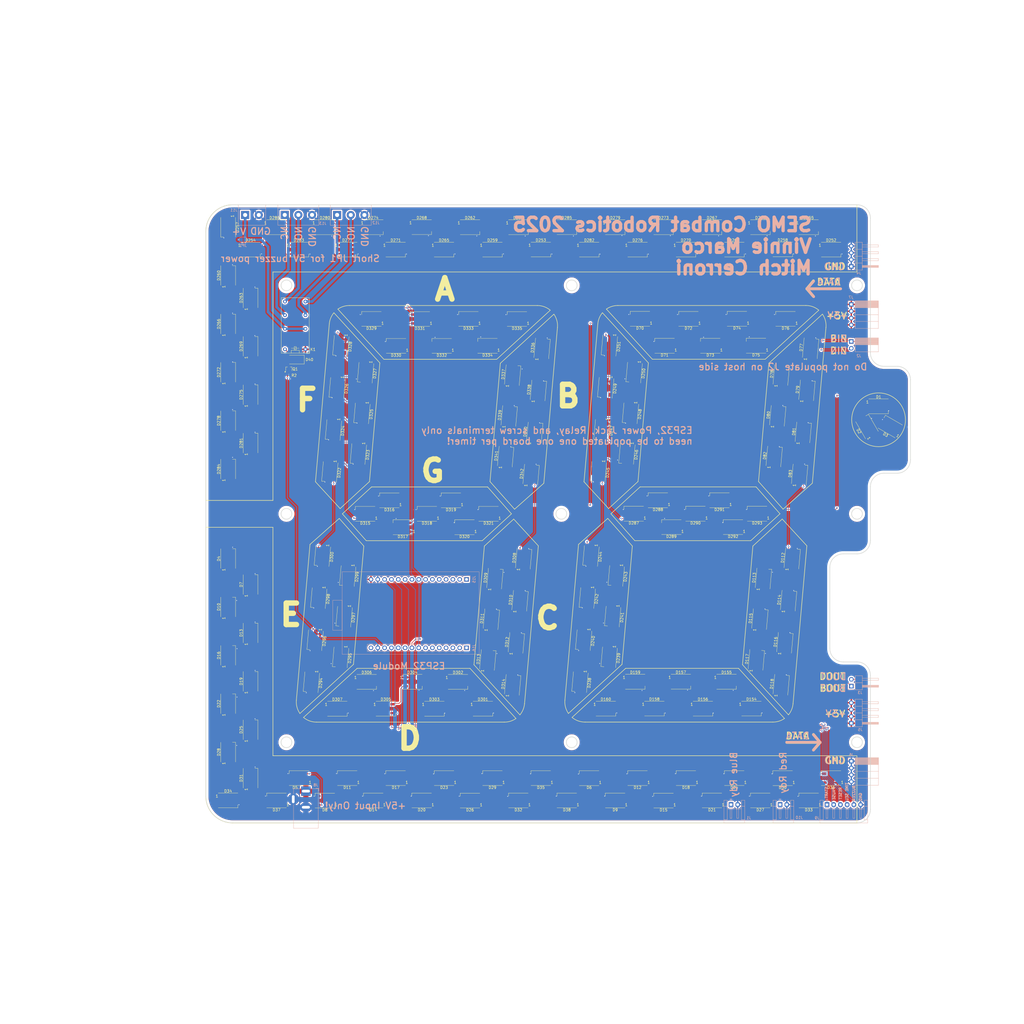
<source format=kicad_pcb>
(kicad_pcb (version 20240108) (generator "pcbnew") (generator_version "8.0")
  (layers (0 "F.Cu" signal) (31 "B.Cu" signal) (34 "B.Paste" user) (35 "F.Paste" user) (36 "B.SilkS" user "B.Silkscreen") (37 "F.SilkS" user "F.Silkscreen") (38 "B.Mask" user) (39 "F.Mask" user) (44 "Edge.Cuts" user))
  (net 0 "")
  (net 1 "Net-(D1-DOUT)")
  (net 2 "GND")
  (net 3 "/TimerColon/DIN")
  (net 4 "+5V")
  (net 5 "Net-(D2-DOUT)")
  (net 6 "/TimerColon/DOUT")
  (net 7 "Net-(D4-DOUT)")
  (net 8 "/TimerBorder/TimerQuadrant/DOUT")
  (net 9 "Net-(D37-DOUT)")
  (net 10 "Net-(D5-DOUT)")
  (net 11 "Net-(D38-DOUT)")
  (net 12 "Net-(D6-DOUT)")
  (net 13 "Net-(D10-DIN)")
  (net 14 "Net-(D11-DIN)")
  (net 15 "Net-(D12-DIN)")
  (net 16 "Net-(D10-DOUT)")
  (net 17 "Net-(D11-DOUT)")
  (net 18 "Net-(D12-DOUT)")
  (net 19 "Net-(D13-DOUT)")
  (net 20 "Net-(D14-DOUT)")
  (net 21 "Net-(D15-DOUT)")
  (net 22 "Net-(D16-DOUT)")
  (net 23 "Net-(D17-DOUT)")
  (net 24 "Net-(D18-DOUT)")
  (net 25 "Net-(D19-DOUT)")
  (net 26 "Net-(D20-DOUT)")
  (net 27 "Net-(D21-DOUT)")
  (net 28 "Net-(D22-DOUT)")
  (net 29 "Net-(D23-DOUT)")
  (net 30 "Net-(D24-DOUT)")
  (net 31 "Net-(D25-DOUT)")
  (net 32 "Net-(D26-DOUT)")
  (net 33 "Net-(D27-DOUT)")
  (net 34 "Net-(D28-DOUT)")
  (net 35 "Net-(D29-DOUT)")
  (net 36 "Net-(D30-DOUT)")
  (net 37 "Net-(D31-DOUT)")
  (net 38 "Net-(D32-DOUT)")
  (net 39 "Net-(D33-DOUT)")
  (net 40 "Net-(D34-DOUT)")
  (net 41 "Net-(D35-DOUT)")
  (net 42 "/TimerDigit/DIN")
  (net 43 "Net-(D70-DOUT)")
  (net 44 "Net-(D71-DOUT)")
  (net 45 "Net-(D72-DOUT)")
  (net 46 "Net-(D73-DOUT)")
  (net 47 "Net-(D74-DOUT)")
  (net 48 "Net-(D75-DOUT)")
  (net 49 "/TimerDigit/TimerSegment/DOUT")
  (net 50 "Net-(D77-DOUT)")
  (net 51 "Net-(D78-DOUT)")
  (net 52 "Net-(D79-DOUT)")
  (net 53 "Net-(D80-DOUT)")
  (net 54 "Net-(D81-DOUT)")
  (net 55 "Net-(D82-DOUT)")
  (net 56 "/TimerDigit/TimerSegment1/DOUT")
  (net 57 "Net-(D112-DOUT)")
  (net 58 "Net-(D113-DOUT)")
  (net 59 "Net-(D114-DOUT)")
  (net 60 "Net-(D115-DOUT)")
  (net 61 "Net-(D116-DOUT)")
  (net 62 "Net-(D117-DOUT)")
  (net 63 "/TimerDigit/TimerSegment2/DOUT")
  (net 64 "Net-(D154-DOUT)")
  (net 65 "Net-(D155-DOUT)")
  (net 66 "Net-(D156-DOUT)")
  (net 67 "Net-(D157-DOUT)")
  (net 68 "Net-(D158-DOUT)")
  (net 69 "Net-(D159-DOUT)")
  (net 70 "/TimerDigit/TimerSegment3/DOUT")
  (net 71 "/TimerBorder/DOUT")
  (net 72 "Net-(D238-DOUT)")
  (net 73 "Net-(D239-DOUT)")
  (net 74 "Net-(D240-DOUT)")
  (net 75 "Net-(D241-DOUT)")
  (net 76 "Net-(D242-DOUT)")
  (net 77 "Net-(D243-DOUT)")
  (net 78 "/TimerDigit/TimerSegment4/DOUT")
  (net 79 "Net-(D245-DOUT)")
  (net 80 "Net-(D246-DOUT)")
  (net 81 "Net-(D247-DOUT)")
  (net 82 "Net-(D248-DOUT)")
  (net 83 "Net-(D249-DOUT)")
  (net 84 "Net-(D250-DOUT)")
  (net 85 "/TimerDigit/TimerSegment5/DOUT")
  (net 86 "Net-(D252-DOUT)")
  (net 87 "RELAY_EN")
  (net 88 "Net-(D253-DOUT)")
  (net 89 "Net-(D253-DIN)")
  (net 90 "Net-(D254-DIN)")
  (net 91 "Net-(D254-DOUT)")
  (net 92 "Net-(D255-DOUT)")
  (net 93 "Net-(D256-DOUT)")
  (net 94 "Net-(D257-DOUT)")
  (net 95 "Net-(D258-DOUT)")
  (net 96 "Net-(D259-DOUT)")
  (net 97 "Net-(D260-DOUT)")
  (net 98 "Net-(D261-DOUT)")
  (net 99 "Net-(D262-DOUT)")
  (net 100 "Net-(D263-DOUT)")
  (net 101 "Net-(D264-DOUT)")
  (net 102 "Net-(D265-DOUT)")
  (net 103 "Net-(D266-DOUT)")
  (net 104 "Net-(D267-DOUT)")
  (net 105 "Net-(D268-DOUT)")
  (net 106 "Net-(D269-DOUT)")
  (net 107 "Net-(D270-DOUT)")
  (net 108 "Net-(D271-DOUT)")
  (net 109 "Net-(D272-DOUT)")
  (net 110 "Net-(D273-DOUT)")
  (net 111 "Net-(D274-DOUT)")
  (net 112 "Net-(D275-DOUT)")
  (net 113 "Net-(D276-DOUT)")
  (net 114 "Net-(D277-DOUT)")
  (net 115 "Net-(D278-DOUT)")
  (net 116 "Net-(D279-DOUT)")
  (net 117 "Net-(D280-DOUT)")
  (net 118 "Net-(D281-DOUT)")
  (net 119 "Net-(D282-DOUT)")
  (net 120 "Net-(D283-DOUT)")
  (net 121 "Net-(D287-DOUT)")
  (net 122 "Net-(D288-DOUT)")
  (net 123 "Net-(D289-DOUT)")
  (net 124 "Net-(D290-DOUT)")
  (net 125 "Net-(D291-DOUT)")
  (net 126 "Net-(D292-DOUT)")
  (net 127 "Net-(D294-DOUT)")
  (net 128 "/TimerDigit6/TimerSegment3/DOUT")
  (net 129 "Net-(D295-DOUT)")
  (net 130 "Net-(D296-DOUT)")
  (net 131 "Net-(D297-DOUT)")
  (net 132 "Net-(D298-DOUT)")
  (net 133 "Net-(D299-DOUT)")
  (net 134 "/TimerDigit6/TimerSegment4/DOUT")
  (net 135 "/TimerDigit6/TimerSegment2/DOUT")
  (net 136 "Net-(D301-DOUT)")
  (net 137 "Net-(D302-DOUT)")
  (net 138 "Net-(D303-DOUT)")
  (net 139 "Net-(D304-DOUT)")
  (net 140 "Net-(D305-DOUT)")
  (net 141 "Net-(D306-DOUT)")
  (net 142 "Net-(D308-DOUT)")
  (net 143 "/TimerDigit6/TimerSegment1/DOUT")
  (net 144 "Net-(D309-DOUT)")
  (net 145 "Net-(D310-DOUT)")
  (net 146 "Net-(D311-DOUT)")
  (net 147 "Net-(D312-DOUT)")
  (net 148 "Net-(D313-DOUT)")
  (net 149 "/TimerDigit6/TimerSegment5/DOUT")
  (net 150 "Net-(D315-DOUT)")
  (net 151 "Net-(D316-DOUT)")
  (net 152 "Net-(D317-DOUT)")
  (net 153 "Net-(D318-DOUT)")
  (net 154 "Net-(D319-DOUT)")
  (net 155 "Net-(D320-DOUT)")
  (net 156 "Net-(D322-DOUT)")
  (net 157 "Net-(D323-DOUT)")
  (net 158 "Net-(D324-DOUT)")
  (net 159 "Net-(D325-DOUT)")
  (net 160 "Net-(D326-DOUT)")
  (net 161 "Net-(D327-DOUT)")
  (net 162 "Net-(D329-DOUT)")
  (net 163 "Net-(D330-DOUT)")
  (net 164 "Net-(D331-DOUT)")
  (net 165 "Net-(D332-DOUT)")
  (net 166 "Net-(D333-DOUT)")
  (net 167 "Net-(D334-DOUT)")
  (net 168 "/TimerDigit6/TimerSegment/DOUT")
  (net 169 "Net-(D336-DOUT)")
  (net 170 "Net-(D337-DOUT)")
  (net 171 "Net-(D338-DOUT)")
  (net 172 "Net-(D339-DOUT)")
  (net 173 "Net-(D340-DOUT)")
  (net 174 "Net-(D341-DOUT)")
  (net 175 "Net-(D40-A)")
  (net 176 "BORDER_LEDS")
  (net 177 "DIGIT_LEDS")
  (net 178 "nBLUE_RDY_BTN")
  (net 179 "nBUZZER_BTN")
  (net 180 "nSTART_BTN")
  (net 181 "nPAUSE_BTN")
  (net 182 "nRESET_BTN")
  (net 183 "nTIME_SEL")
  (net 184 "nRED_RDY_BTN")
  (net 185 "Net-(J11-Pin_1)")
  (net 186 "Net-(J12-Pin_1)")
  (net 187 "Net-(J12-Pin_2)")
  (net 188 "Net-(J13-Pin_1)")
  (net 189 "Net-(J13-Pin_2)")
  (net 190 "+3.3V")
  (net 191 "nRIGHT_RDY_BTN")
  (net 192 "nLEFT_RDY_BTN")
  (footprint "LED_SMD:LED_WS2812B_PLCC4_5.0x5.0mm_P3.2mm" (layer "F.Cu") (at 192.67661 212.83439)
    (property "Reference" "D158")
    (property "Value" "WS2812B")
  )
  (footprint "LED_SMD:LED_WS2812B_PLCC4_5.0x5.0mm_P3.2mm" (layer "F.Cu") (at 249.44561 94.44499 85)
    (property "Reference" "D79")
    (property "Value" "WS2812B")
  )
  (footprint "LED_SMD:LED_WS2812B_PLCC4_5.0x5.0mm_P3.2mm" (layer "F.Cu") (at 60.415 42.0634)
    (property "Reference" "D283")
    (property "Value" "WS2812B")
  )
  (footprint "LED_SMD:LED_WS2812B_PLCC4_5.0x5.0mm_P3.2mm" (layer "F.Cu") (at 34.0878 33.7428 -90)
    (property "Reference" "D257")
    (property "Value" "WS2812B")
  )
  (footprint "LED_SMD:LED_WS2812B_PLCC4_5.0x5.0mm_P3.2mm" (layer "F.Cu") (at 78.4236 42.0634)
    (property "Reference" "D277")
    (property "Value" "WS2812B")
  )
  (footprint "LED_SMD:LED_WS2812B_PLCC4_5.0x5.0mm_P3.2mm" (layer "F.Cu") (at 166.36221 187.38359 -95)
    (property "Reference" "D240")
    (property "Value" "WS2812B")
  )
  (footprint "LED_SMD:LED_WS2812B_PLCC4_5.0x5.0mm_P3.2mm" (layer "F.Cu") (at 83.8708 103.0224 -95)
    (property "Reference" "D325")
    (property "Value" "WS2812B")
  )
  (footprint "LED_SMD:LED_WS2812B_PLCC4_5.0x5.0mm_P3.2mm" (layer "F.Cu") (at 169.08001 156.06539 -95)
    (property "Reference" "D244")
    (property "Value" "WS2812B")
  )
  (footprint "LED_SMD:LED_WS2812B_PLCC4_5.0x5.0mm_P3.2mm" (layer "F.Cu") (at 52.0954 33.7312)
    (property "Reference" "D286")
    (property "Value" "WS2812B")
  )
  (footprint "LED_SMD:LED_WS2812B_PLCC4_5.0x5.0mm_P3.2mm" (layer "F.Cu") (at 239.86981 203.96979 85)
    (property "Reference" "D118")
    (property "Value" "WS2812B")
  )
  (footprint "LED_SMD:LED_WS2812B_PLCC4_5.0x5.0mm_P3.2mm" (layer "F.Cu") (at 175.93801 77.83339 -95)
    (property "Reference" "D251")
    (property "Value" "WS2812B")
  )
  (footprint "LED_SMD:LED_WS2812B_PLCC4_5.0x5.0mm_P3.2mm" (layer "F.Cu") (at 52.0954 247.0404 180)
    (property "Reference" "D37")
    (property "Value" "WS2812B")
  )
  (footprint "LED_SMD:LED_WS2812B_PLCC4_5.0x5.0mm_P3.2mm" (layer "F.Cu") (at 42.419 60.0572 90)
    (property "Reference" "D263")
    (property "Value" "WS2812B")
  )
  (footprint "LED_SMD:LED_WS2812B_PLCC4_5.0x5.0mm_P3.2mm" (layer "F.Cu") (at 142.0622 247.0404 180)
    (property "Reference" "D32")
    (property "Value" "WS2812B")
  )
  (footprint "LED_SMD:LED_WS2812B_PLCC4_5.0x5.0mm_P3.2mm" (layer "F.Cu") (at 149.5298 94.488 85)
    (property "Reference" "D338")
    (property "Value" "WS2812B")
  )
  (footprint "LED_SMD:LED_WS2812B_PLCC4_5.0x5.0mm_P3.2mm" (layer "F.Cu") (at 196.48661 77.85879 180)
    (property "Reference" "D71")
    (property "Value" "WS2812B")
  )
  (footprint "LED_SMD:LED_WS2812B_PLCC4_5.0x5.0mm_P3.2mm" (layer "F.Cu") (at 178.0932 33.7302)
    (property "Reference" "D279")
    (property "Value" "WS2812B")
  )
  (footprint "LED_SMD:LED_WS2812B_PLCC4_5.0x5.0mm_P3.2mm" (layer "F.Cu") (at 230.49721 77.83339 180)
    (property "Reference" "D75")
    (property "Value" "WS2812B")
  )
  (footprint "Relay_THT:Relay_DPDT_Omron_G5V-2" (layer "F.Cu") (at 62.8429 79.1647 180)
    (property "Reference" "K1")
    (property "Value" "G5V-2_Split")
  )
  (footprint "LED_SMD:LED_WS2812B_PLCC4_5.0x5.0mm_P3.2mm" (layer "F.Cu") (at 34.0868 229.0572 90)
    (property "Reference" "D28")
    (property "Value" "WS2812B")
  )
  (footprint "LED_SMD:LED_WS2812B_PLCC4_5.0x5.0mm_P3.2mm" (layer "F.Cu") (at 34.0868 175.0314 90)
    (property "Reference" "D10")
    (property "Value" "WS2812B")
  )
  (footprint "LED_SMD:LED_WS2812B_PLCC4_5.0x5.0mm_P3.2mm" (layer "F.Cu") (at 92.7608 212.8774)
    (property "Reference" "D305")
    (property "Value" "WS2812B")
  )
  (footprint "LED_SMD:LED_WS2812B_PLCC4_5.0x5.0mm_P3.2mm" (layer "F.Cu") (at 214.0966 33.7312)
    (property "Reference" "D267")
    (property "Value" "WS2812B")
  )
  (footprint "LED_SMD:LED_WS2812B_PLCC4_5.0x5.0mm_P3.2mm" (layer "F.Cu") (at 132.424 42.0634)
    (property "Reference" "D259")
    (property "Value" "WS2812B")
  )
  (footprint "LED_SMD:LED_WS2812B_PLCC4_5.0x5.0mm_P3.2mm" (layer "F.Cu") (at 137.3378 119.1006 85)
    (property "Reference" "D341")
    (property "Value" "WS2812B")
  )
  (footprint "LED_SMD:LED_WS2812B_PLCC4_5.0x5.0mm_P3.2mm" (layer "F.Cu") (at 113.5634 77.9018 180)
    (property "Reference" "D332")
    (property "Value" "WS2812B")
  )
  (footprint "LED_SMD:LED_WS2812B_PLCC4_5.0x5.0mm_P3.2mm" (layer "F.Cu") (at 231.94501 179.56039 85)
    (property "Reference" "D115")
    (property "Value" "WS2812B")
  )
  (footprint "LED_SMD:LED_WS2812B_PLCC4_5.0x5.0mm_P3.2mm" (layer "F.Cu") (at 88.1126 33.7312)
    (property "Reference" "D274")
    (property "Value" "WS2812B")
  )
  (footprint "MountingHole:MountingHole_3.2mm_M3" (layer "F.Cu") (at 161.925 55.372)
    (property "Reference" "H4" (hide yes))
    (property "Value" "MountingHole")
  )
  (footprint "LED_SMD:LED_WS2812B_PLCC4_5.0x5.0mm_P3.2mm" (layer "F.Cu") (at 85.6234 202.8952)
    (property "Reference" "D306")
    (property "Value" "WS2812B")
  )
  (footprint "LED_SMD:LED_WS2812B_PLCC4_5.0x5.0mm_P3.2mm" (layer "F.Cu") (at 280.4414 107.8992 150)
    (property "Reference" "D3")
    (property "Value" "WS2812B")
  )
  (footprint "LED_SMD:LED_WS2812B_PLCC4_5.0x5.0mm_P3.2mm" (layer "F.Cu") (at 42.419 78.0658 90)
    (property "Reference" "D269")
    (property "Value" "WS2812B")
  )
  (footprint "LED_SMD:LED_WS2812B_PLCC4_5.0x5.0mm_P3.2mm" (layer "F.Cu") (at 130.5814 77.8764 180)
    (property "Reference" "D334")
    (property "Value" "WS2812B")
  )
  (footprint "LED_SMD:LED_WS2812B_PLCC4_5.0x5.0mm_P3.2mm" (layer "F.Cu") (at 250.81721 78.79859 85)
    (property "Reference" "D77")
    (property "Value" "WS2812B")
  )
  (footprint "LED_SMD:LED_WS2812B_PLCC4_5.0x5.0mm_P3.2mm" (layer "F.Cu") (at 174.56641 93.47979 -95)
    (property "Reference" "D249")
    (property "Value" "WS2812B")
  )
  (footprint "LED_SMD:LED_WS2812B_PLCC4_5.0x5.0mm_P3.2mm" (layer "F.Cu") (at 185.13281 87.84099 -95)
    (property "Reference" "D250")
    (property "Value" "WS2812B")
  )
  (footprint "LED_SMD:LED_WS2812B_PLCC4_5.0x5.0mm_P3.2mm" (layer "F.Cu") (at 219.52441 202.85219)
    (property "Reference" "D155")
    (property "Value" "WS2812B")
  )
  (footprint "LED_SMD:LED_WS2812B_PLCC4_5.0x5.0mm_P3.2mm" (layer "F.Cu") (at 67.7926 171.7548 -95)
    (property "Reference" "D298")
    (property "Value" "WS2812B")
  )
  (footprint "LED_SMD:LED_WS2812B_PLCC4_5.0x5.0mm_P3.2mm" (layer "F.Cu") (at 167.70841 171.71179 -95)
    (property "Reference" "D242")
    (property "Value" "WS2812B")
  )
  (footprint "LED_SMD:LED_WS2812B_PLCC4_5.0x5.0mm_P3.2mm" (layer "F.Cu") (at 173.19481 109.15159 -95)
    (property "Reference" "D247")
    (property "Value" "WS2812B")
  )
  (footprint "LED_SMD:LED_WS2812B_PLCC4_5.0x5.0mm_P3.2mm" (layer "F.Cu") (at 246.72781 125.73779 85)
    (property "Reference" "D83")
    (property "Value" "WS2812B")
  )
  (footprint "LED_SMD:LED_WS2812B_PLCC4_5.0x5.0mm_P3.2mm" (layer "F.Cu") (at 42.418 220.726 90)
    (property "Reference" "D25")
    (property "Value" "WS2812B")
  )
  (footprint "MountingHole:MountingHole_3.2mm_M3" (layer "F.Cu") (at 55.7784 225.3742)
    (property "Reference" "H3" (hide yes))
    (property "Value" "MountingHole")
  )
  (footprint "LED_SMD:LED_WS2812B_PLCC4_5.0x5.0mm_P3.2mm" (layer "F.Cu") (at 168.4274 42.0624)
    (property "Reference" "D282")
    (property "Value" "WS2812B")
  )
  (footprint "LED_SMD:LED_WS2812B_PLCC4_5.0x5.0mm_P3.2mm" (layer "F.Cu") (at 78.4098 238.7092 180)
    (property "Reference" "D11")
    (property "Value" "WS2812B")
  )
  (footprint "LED_SMD:LED_WS2812B_PLCC4_5.0x5.0mm_P3.2mm" (layer "F.Cu") (at 193.99741 135.33899 180)
    (property "Reference" "D288")
    (property "Value" "WS2812B")
  )
  (footprint "LED_SMD:LED_WS2812B_PLCC4_5.0x5.0mm_P3.2mm" (layer "F.Cu") (at 34.0868 105.7402 90)
    (property "Reference" "D278")
    (property "Value" "WS2812B")
  )
  (footprint "LED_SMD:LED_WS2812B_PLCC4_5.0x5.0mm_P3.2mm" (layer "F.Cu") (at 82.55 118.1354 -95)
    (property "Reference" "D323")
    (property "Value" "WS2812B")
  )
  (footprint "LED_SMD:LED_WS2812B_PLCC4_5.0x5.0mm_P3.2mm" (layer "F.Cu") (at 142.6972 172.72 85)
    (property "Reference" "D310")
    (property "Value" "WS2812B")
  )
  (footprint "LED_SMD:LED_WS2812B_PLCC4_5.0x5.0mm_P3.2mm" (layer "F.Cu") (at 232.0798 247.0404 180)
    (property "Reference" "D27")
    (property "Value" "WS2812B")
  )
  (footprint "Diode_SMD:D_SMA" (layer "F.Cu") (at 58.8838 82.9818 180)
    (property "Reference" "D40")
    (property "Value" "1N1007, SMA")
  )
  (footprint "LED_SMD:LED_WS2812B_PLCC4_5.0x5.0mm_P3.2mm" (layer "F.Cu") (at 124.0928 33.7302)
    (property "Reference" "D262")
    (property "Value" "WS2812B")
  )
  (footprint "LED_SMD:LED_WS2812B_PLCC4_5.0x5.0mm_P3.2mm" (layer "F.Cu") (at 171.84861 124.77259 -95)
    (property "Reference" "D245")
    (property "Value" "WS2812B")
  )
  (footprint "LED_SMD:LED_WS2812B_PLCC4_5.0x5.0mm_P3.2mm" (layer "F.Cu") (at 160.0962 247.0404 180)
    (property "Reference" "D38")
    (property "Value" "WS2812B")
  )
  (footprint "LED_SMD:LED_WS2812B_PLCC4_5.0x5.0mm_P3.2mm" (layer "F.Cu") (at 186.4244 42.0614)
    (property "Reference" "D276")
    (property "Value" "WS2812B")
  )
  (footprint "LED_SMD:LED_WS2812B_PLCC4_5.0x5.0mm_P3.2mm" (layer "F.Cu") (at 276.098 100.3808)
    (property "Reference" "D1")
    (property "Value" "WS2812B")
  )
  (footprint "LED_SMD:LED_WS2812B_PLCC4_5.0x5.0mm_P3.2mm" (layer "F.Cu") (at 42.4318 42.0634)
    (property "Reference" "D254")
    (property "Value" "WS2812B")
  )
  (footprint "MountingHole:MountingHole_3.2mm_M3" (layer "F.Cu") (at 268.0462 55.372)
    (property "Reference" "H7" (hide yes))
    (property "Value" "MountingHole")
  )
  (footprint "LED_SMD:LED_WS2812B_PLCC4_5.0x5.0mm_P3.2mm" (layer "F.Cu") (at 76.0222 77.8764 -95)
    (property "Reference" "D328")
    (property "Value" "WS2812B")
  )
  (footprint "LED_SMD:LED_WS2812B_PLCC4_5.0x5.0mm_P3.2mm" (layer "F.Cu") (at 99.0854 145.3642 180)
    (property "Reference" "D317")
    (property "Value" "WS2812B")
  )
  (footprint "LED_SMD:LED_WS2812B_PLCC4_5.0x5.0mm_P3.2mm" (layer "F.Cu") (at 250.0768 33.7302)
    (property "Reference" "D255")
    (property "Value" "WS2812B")
  )
  (footprint "LED_SMD:LED_WS2812B_PLCC4_5.0x5.0mm_P3.2mm" (layer "F.Cu") (at 87.4014 67.8688 180)
    (property "Reference" "D329")
    (property "Value" "WS2812B")
  )
  (footprint "LED_SMD:LED_WS2812B_PLCC4_5.0x5.0mm_P3.2mm" (layer "F.Cu") (at 222.4024 238.7092 180)
    (property "Reference" "D24")
    (property "Value" "WS2812B")
  )
  (footprint "LED_SMD:LED_WS2812B_PLCC4_5.0x5.0mm_P3.2mm" (layer "F.Cu") (at 116.9924 135.382 180)
    (property "Reference" "D319")
    (property "Value" "WS2812B")
  )
  (footprint "LED_SMD:LED_WS2812B_PLCC4_5.0x5.0mm_P3.2mm" (layer "F.Cu") (at 122.0216 145.3642 180)
    (property "Reference" "D320")
    (property "Value" "WS2812B")
  )
  (footprint "LED_SMD:LED_WS2812B_PLCC4_5.0x5.0mm_P3.2mm" (layer "F.Cu") (at 150.9014 78.8416 85)
    (property "Reference" "D336")
    (property "Value" "WS2812B")
  )
  (footprint "LED_SMD:LED_WS2812B_PLCC4_5.0x5.0mm_P3.2mm" (layer "F.Cu") (at 73.279 109.1946 -95)
    (property "Reference" "D324")
    (property "Value" "WS2812B")
  )
  (footprint "LED_SMD:LED_WS2812B_PLCC4_5.0x5.0mm_P3.2mm" (layer "F.Cu") (at 42.418 238.7346 90)
    (property "Reference" "D31")
    (property "Value" "WS2812B")
  )
  (footprint "LED_SMD:LED_WS2812B_PLCC4_5.0x5.0mm_P3.2mm" (layer "F.Cu") (at 88.0872 247.0404 180)
    (property "Reference" "D14")
    (property "Value" "WS2812B")
  )
  (footprint "LED_SMD:LED_WS2812B_PLCC4_5.0x5.0mm_P3.2mm" (layer "F.Cu") (at 124.079 247.0658 180)
    (property "Reference" "D26")
    (property "Value" "WS2812B")
  )
  (footprint "LED_SMD:LED_WS2812B_PLCC4_5.0x5.0mm_P3.2mm" (layer "F.Cu") (at 70.0786 247.0658 180)
    (property "Reference" "D8")
    (property "Value" "WS2812B")
  )
  (footprint "LED_SMD:LED_WS2812B_PLCC4_5.0x5.0mm_P3.2mm" (layer "F.Cu") (at 34.0868 211.0486 90)
    (property "Reference" "D22")
    (property "Value" "WS2812B")
  )
  (footprint "LED_SMD:LED_WS2812B_PLCC4_5.0x5.0mm_P3.2mm" (layer "F.Cu") (at 213.47921 77.85879 180)
    (property "Reference" "D73")
    (property "Value" "WS2812B")
  )
  (footprint "LED_SMD:LED_WS2812B_PLCC4_5.0x5.0mm_P3.2mm" (layer "F.Cu") (at 248.07401 110.09139 85)
    (property "Reference" "D81")
    (property "Value" "WS2812B")
  )
  (footprint "LED_SMD:LED_WS2812B_PLCC4_5.0x5.0mm_P3.2mm" (layer "F.Cu") (at 150.4304 42.038)
    (property "Reference" "D253")
    (property "Value" "WS2812B")
  )
  (footprint "LED_SMD:LED_WS2812B_PLCC4_5.0x5.0mm_P3.2mm" (layer "F.Cu") (at 258.4334 42.0614)
    (property "Reference" "D252")
    (property "Value" "WS2812B")
  )
  (footprint "LED_SMD:LED_WS2812B_PLCC4_5.0x5.0mm_P3.2mm" (layer "F.Cu") (at 241.47001 67.85119 180)
    (property "Reference" "D76")
    (property "Value" "WS2812B")
  )
  (footprint "LED_SMD:LED_WS2812B_PLCC4_5.0x5.0mm_P3.2mm" (layer "F.Cu") (at 205.35121 67.85119 180)
    (property "Reference" "D72")
    (property "Value" "WS2812B")
  )
  (footprint "MountingHole:MountingHole_3.2mm_M3" (layer "F.Cu") (at 161.925 225.3742)
    (property "Reference" "H6" (hide yes))
    (property "Value" "MountingHole")
  )
  (footprint "LED_SMD:LED_WS2812B_PLCC4_5.0x5.0mm_P3.2mm" (layer "F.Cu") (at 139.954 204.0128 85)
    (property "Reference" "D314")
    (property "Value" "WS2812B")
  )
  (footprint "MountingHole:MountingHole_3.2mm_M3" (layer "F.Cu") (at 55.7784 55.372)
    (property "Reference" "H1" (hide yes))
    (property "Value" "MountingHole")
  )
  (footprint "LED_SMD:LED_WS2812B_PLCC4_5.0x5.0mm_P3.2mm" (layer "F.Cu") (at 207.96741 140.34279 180)
    (property "Reference" "D290")
    (property "Value" "WS2812B")
  )
  (footprint "LED_SMD:LED_WS2812B_PLCC4_5.0x5.0mm_P3.2mm" (layer "F.Cu") (at 130.9878 140.3858 180)
    (property "Reference" "D321")
    (property "Value" "WS2812B")
  )
  (footprint "LED_SMD:LED_WS2812B_PLCC4_5.0x5.0mm_P3.2mm" (layer "F.Cu") (at 175.83641 193.75899 -95)
    (property "Reference" "D239")
    (property "Value" "WS2812B")
  )
  (footprint "LED_SMD:LED_WS2812B_PLCC4_5.0x5.0mm_P3.2mm" (layer "F.Cu") (at 250.1138 247.0404 180)
    (property "Reference" "D33")
    (property "Value" "WS2812B")
  )
  (footprint "MountingHole:MountingHole_3.2mm_M3" (layer "F.Cu") (at 268.0462 225.3742)
    (property "Reference" "H9" (hide yes))
    (property "Value" "MountingHole")
  )
  (footprint "LED_SMD:LED_WS2812B_PLCC4_5.0x5.0mm_P3.2mm" (layer "F.Cu") (at 132.4356 238.7092 180)
    (property "Reference" "D29")
    (property "Value" "WS2812B")
  )
  (footprint "LED_SMD:LED_WS2812B_PLCC4_5.0x5.0mm_P3.2mm" (layer "F.Cu") (at 85.09 140.3858 180)
    (property "Reference" "D315")
    (property "Value" "WS2812B")
  )
  (footprint "LED_SMD:LED_WS2812B_PLCC4_5.0x5.0mm_P3.2mm" (layer "F.Cu") (at 237.25361 119.05759 85)
    (property "Reference" "D82")
    (property "Value" "WS2812B")
  )
  (footprint "LED_SMD:LED_WS2812B_PLCC4_5.0x5.0mm_P3.2mm" (layer "F.Cu") (at 34.0858 157.0366 90)
    (property "Reference" "D4")
    (property "Value" "WS2812B")
  )
  (footprint "LED_SMD:LED_WS2812B_PLCC4_5.0x5.0mm_P3.2mm" (layer "F.Cu") (at 34.0614 247.015)
    (property "Reference" "D34")
    (property "Value" "WS2812B")
  )
  (footprint "LED_SMD:LED_WS2812B_PLCC4_5.0x5.0mm_P3.2mm" (layer "F.Cu") (at 85.217 87.884 -95)
    (property "Reference" "D327")
    (property "Value" "WS2812B")
  )
  (footprint "LED_SMD:LED_WS2812B_PLCC4_5.0x5.0mm_P3.2mm" (layer "F.Cu") (at 160.0846 33.7068)
    (property "Reference" "D285")
    (property "Value" "WS2812B")
  )
  (footprint "LED_SMD:LED_WS2812B_PLCC4_5.0x5.0mm_P3.2mm" (layer "F.Cu") (at 78.5622 163.5252 -95)
    (property "Reference" "D299")
    (property "Value" "WS2812B")
  )
  (footprint "LED_SMD:LED_WS2812B_PLCC4_5.0x5.0mm_P3.2mm" (layer "F.Cu") (at 96.4068 42.0634)
    (property "Reference" "D271")
    (property "Value" "WS2812B")
  )
  (footprint "LED_SMD:LED_WS2812B_PLCC4_5.0x5.0mm_P3.2mm" (layer "F.Cu") (at 34.0878 123.7096 90)
    (property "Reference" "D284")
    (property "Value" "WS2812B")
  )
  (footprint "LED_SMD:LED_WS2812B_PLCC4_5.0x5.0mm_P3.2mm" (layer "F.Cu") (at 183.78661 102.97939 -95)
    (property "Reference" "D248")
    (property "Value" "WS2812B")
  )
  (footprint "LED_SMD:LED_WS2812B_PLCC4_5.0x5.0mm_P3.2mm" (layer "F.Cu") (at 133.35 164.4904 85)
    (property "Reference" "D309")
    (property "Value" "WS2812B")
  )
  (footprint "LED_SMD:LED_WS2812B_PLCC4_5.0x5.0mm_P3.2mm" (layer "F.Cu") (at 150.4188 238.7092 180)
    (property "Reference" "D35")
    (property "Value" "WS2812B")
  )
  (footprint "LED_SMD:LED_WS2812B_PLCC4_5.0x5.0mm_P3.2mm" (layer "F.Cu") (at 202.53181 202.82679)
    (property "Reference" "D157")
    (property "Value" "WS2812B")
  )
  (footprint "LED_SMD:LED_WS2812B_PLCC4_5.0x5.0mm_P3.2mm" (layer "F.Cu") (at 271.78 107.8992 120)
    (property "Reference" "D2")
    (property "Value" "WS2812B")
  )
  (footprint "LED_SMD:LED_WS2812B_PLCC4_5.0x5.0mm_P3.2mm" (layer "F.Cu") (at 223.41061 67.82579 180)
    (property "Reference" "D74")
    (property "Value" "WS2812B")
  )
  (footprint "LED_SMD:LED_WS2812B_PLCC4_5.0x5.0mm_P3.2mm" (layer "F.Cu") (at 239.86981 88.72999 85)
    (property "Reference" "D78")
    (property "Value" "WS2812B")
  )
  (footprint "LED_SMD:LED_WS2812B_PLCC4_5.0x5.0mm_P3.2mm" (layer "F.Cu") (at 196.088 247.0658 180)
    (property "Reference" "D15")
    (property "Value" "WS2812B")
  )
  (footprint "LED_SMD:LED_WS2812B_PLCC4_5.0x5.0mm_P3.2mm" (layer "F.Cu") (at 243.95921 157.03059 85)
    (property "Reference" "D112")
    (property "Value" "WS2812B")
  )
  (footprint "LED_SMD:LED_WS2812B_PLCC4_5.0x5.0mm_P3.2mm" (layer "F.Cu") (at 142.076 33.7322)
    (property "Reference" "D256")
    (property "Value" "WS2812B")
  )
  (footprint "LED_SMD:LED_WS2812B_PLCC4_5.0x5.0mm_P3.2mm" (layer "F.Cu") (at 60.4266 238.7092 180)
    (property "Reference" "D5")
    (property "Value" "WS2812B")
  )
  (footprint "LED_SMD:LED_WS2812B_PLCC4_5.0x5.0mm_P3.2mm" (layer "F.Cu") (at 34.0868 193.04 90)
    (property "Reference" "D16")
    (property "Value" "WS2812B")
  )
  (footprint "LED_SMD:LED_WS2812B_PLCC4_5.0x5.0mm_P3.2mm" (layer "F.Cu") (at 204.4192 238.7092 180)
    (property "Reference" "D18")
    (property "Value" "WS2812B")
  )
  (footprint "LED_SMD:LED_WS2812B_PLCC4_5.0x5.0mm_P3.2mm" (layer "F.Cu") (at 240.4364 42.0116)
    (property "Reference" "D258")
    (property "Value" "WS2812B")
  )
  (footprint "LED_SMD:LED_WS2812B_PLCC4_5.0x5.0mm_P3.2mm" (layer "F.Cu") (at 42.419 96.0744 90)
    (property "Reference" "D275")
    (property "Value" "WS2812B")
  )
  (footprint "LED_SMD:LED_WS2812B_PLCC4_5.0x5.0mm_P3.2mm" (layer "F.Cu") (at 42.418 166.7002 90)
    (property "Reference" "D7")
    (property "Value" "WS2812B")
  )
  (footprint "LED_SMD:LED_WS2812B_PLCC4_5.0x5.0mm_P3.2mm" (layer "F.Cu") (at 42.418 202.7174 90)
    (property "Reference" "D19")
    (property "Value" "WS2812B")
  )
  (footprint "LED_SMD:LED_WS2812B_PLCC4_5.0x5.0mm_P3.2mm" (layer "F.Cu") (at 233.26581 164.44739 85)
    (property "Reference" "D113")
    (property "Value" "WS2812B")
  )
  (footprint "LED_SMD:LED_WS2812B_PLCC4_5.0x5.0mm_P3.2mm" (layer "F.Cu") (at 178.47801 163.48219 -95)
    (property "Reference" "D243")
    (property "Value" "WS2812B")
  )
  (footprint "LED_SMD:LED_WS2812B_PLCC4_5.0x5.0mm_P3.2mm" (layer "F.Cu") (at 185.53921 202.85219)
    (property "Reference" "D159")
    (property "Value" "WS2812B")
  )
  (footprint "LED_SMD:LED_WS2812B_PLCC4_5.0x5.0mm_P3.2mm" (layer "F.Cu") (at 221.93741 145.32119 180)
    (property "Reference" "D292")
    (property "Value" "WS2812B")
  )
  (footprint "LED_SMD:LED_WS2812B_PLCC4_5.0x5.0mm_P3.2mm" (layer "F.Cu") (at 139.954 88.773 85)
    (property "Reference" "D337")
    (property "Value" "WS2812B")
  )
  (footprint "LED_SMD:LED_WS2812B_PLCC4_5.0x5.0mm_P3.2mm" (layer "F.Cu") (at 242.61301 172.67699 85)
    (property "Reference" "D114")
    (property "Value" "WS2812B")
  )
  (footprint "LED_SMD:LED_WS2812B_PLCC4_5.0x5.0mm_P3.2mm" (layer "F.Cu") (at 168.402 238.7346 180)
    (property "Reference" "D6")
    (property "Value" "WS2812B")
  )
  (footprint "LED_SMD:LED_WS2812B_PLCC4_5.0x5.0mm_P3.2mm" (layer "F.Cu") (at 74.6506 93.5228 -95)
    (property "Reference" "D326")
    (property "Value" "WS2812B")
  )
  (footprint "LED_SMD:LED_WS2812B_PLCC4_5.0x5.0mm_P3.2mm" (layer "F.Cu") (at 102.616 202.8698)
    (property "Reference" "D304")
    (property "Value" "WS2812B")
  )
  (footprint "LED_SMD:LED_WS2812B_PLCC4_5.0x5.0mm_P3.2mm" (layer "F.Cu") (at 66.4464 187.4266 -95)
    (property "Reference" "D296")
    (property "Value" "WS2812B")
  )
  (footprint "LED_SMD:LED_WS2812B_PLCC4_5.0x5.0mm_P3.2mm" (layer "F.Cu") (at 132.0292 179.6034 85)
    (property "Reference" "D311")
    (property "Value" "WS2812B")
  )
  (footprint "LED_SMD:LED_WS2812B_PLCC4_5.0x5.0mm_P3.2mm" (layer "F.Cu") (at 65.0748 203.0476 -95)
    (property "Reference" "D294")
    (property "Value" "WS2812B")
  )
  (footprint "LED_SMD:LED_WS2812B_PLCC4_5.0x5.0mm_P3.2mm" (layer "F.Cu") (at 69.1642 156.1084 -95)
    (property "Reference" "D300")
    (property "Value" "WS2812B")
  )
  (footprint "MountingHole:MountingHole_3.2mm_M3" (layer "F.Cu") (at 268.0462 140.3858)
    (property "Reference" "H8" (hide yes))
    (property "Value" "MountingHole")
  )
  (footprint "LED_SMD:LED_WS2812B_PLCC4_5.0x5.0mm_P3.2mm" (layer "F.Cu") (at 216.90821 135.33899 180)
    (property "Reference" "D291")
    (property "Value" "WS2812B")
  )
  (footprint "LED_SMD:LED_WS2812B_PLCC4_5.0x5.0mm_P3.2mm" (layer "F.Cu") (at 70.0902 33.7302)
    (property "Reference" "D280")
    (property "Value" "WS2812B")
  )
  (footprint "LED_SMD:LED_WS2812B_PLCC4_5.0x5.0mm_P3.2mm" (layer "F.Cu") (at 110.8202 212.9028)
    (property "Reference" "D303")
    (property "Value" "WS2812B")
  )
  (footprint "LED_SMD:LED_WS2812B_PLCC4_5.0x5.0mm_P3.2mm" (layer "F.Cu") (at 108.0516 140.3858 180)
    (property "Reference" "D318")
    (property "Value" "WS2812B")
  )
  (footprint "LED_SMD:LED_WS2812B_PLCC4_5.0x5.0mm_P3.2mm" (layer "F.Cu") (at 106.1096 33.7068)
    (property "Reference" "D268")
    (property "Value" "WS2812B")
  )
  (footprint "LED_SMD:LED_WS2812B_PLCC4_5.0x5.0mm_P3.2mm" (layer "F.Cu") (at 130.7084 194.7418 85)
    (property "Reference" "D313")
    (property "Value" "WS2812B")
  )
  (footprint "LED_SMD:LED_WS2812B_PLCC4_5.0x5.0mm_P3.2mm" (layer "F.Cu") (at 105.4354 67.8942 180)
    (property "Reference" "D331")
    (property "Value" "WS2812B")
  )
  (footprint "LED_SMD:LED_WS2812B_PLCC4_5.0x5.0mm_P3.2mm" (layer "F.Cu") (at 148.1582 110.1344 85)
    (property "Reference" "D340")
    (property "Value" "WS2812B")
  )
  (footprint "LED_SMD:LED_WS2812B_PLCC4_5.0x5.0mm_P3.2mm" (layer "F.Cu") (at 114.4154 42.0634)
    (property "Reference" "D265")
    (property "Value" "WS2812B")
  )
  (footprint "LED_SMD:LED_WS2812B_PLCC4_5.0x5.0mm_P3.2mm" (layer "F.Cu") (at 241.24141 188.34879 85)
    (property "Reference" "D116")
    (property "Value" "WS2812B")
  )
  (footprint "LED_SMD:LED_WS2812B_PLCC4_5.0x5.0mm_P3.2mm" (layer "F.Cu") (at 222.4278 42.0624)
    (property "Reference" "D264")
    (property "Value" "WS2812B")
  )
  (footprint "LED_SMD:LED_WS2812B_PLCC4_5.0x5.0mm_P3.2mm" (layer "F.Cu") (at 42.419 114.0576 90)
    (property "Reference" "D281")
    (property "Value" "WS2812B")
  )
  (footprint "LED_SMD:LED_WS2812B_PLCC4_5.0x5.0mm_P3.2mm" (layer "F.Cu") (at 210.73601 212.85979)
    (property "Reference" "D156")
    (property "Value" "WS2812B")
  )
  (footprint "LED_SMD:LED_WS2812B_PLCC4_5.0x5.0mm_P3.2mm" (layer "F.Cu") (at 187.31721 67.82579 180)
    (property "Reference" "D70")
    (property "Value" "WS2812B")
  )
  (footprint "LED_SMD:LED_WS2812B_PLCC4_5.0x5.0mm_P3.2mm" (layer "F.Cu") (at 196.088 33.7312)
    (property "Reference" "D273")
    (property "Value" "WS2812B")
  )
  (footprint "LED_SMD:LED_WS2812B_PLCC4_5.0x5.0mm_P3.2mm" (layer "F.Cu") (at 128.8796 212.8774)
    (property "Reference" "D301")
    (property "Value" "WS2812B")
  )
  (footprint "LED_SMD:LED_WS2812B_PLCC4_5.0x5.0mm_P3.2mm" (layer "F.Cu") (at 232.0936 33.7302)
    (property "Reference" "D261")
    (property "Value" "WS2812B")
  )
  (footprint "LED_SMD:LED_WS2812B_PLCC4_5.0x5.0mm_P3.2mm" (layer "F.Cu") (at 119.6086 202.8952)
    (property "Reference" "D302")
    (property "Value" "WS2812B")
  )
  (footprint "LED_SMD:LED_WS2812B_PLCC4_5.0x5.0mm_P3.2mm" (layer "F.Cu") (at 106.0958 247.0404 180)
    (property "Reference" "D20")
    (property "Value" "WS2812B")
  )
  (footprint "LED_SMD:LED_WS2812B_PLCC4_5.0x5.0mm_P3.2mm" (layer "F.Cu") (at 74.7014 212.9028)
    (property "Reference" "D307")
    (property "Value" "WS2812B")
  )
  (footprint "LED_SMD:LED_WS2812B_PLCC4_5.0x5.0mm_P3.2mm" (layer "F.Cu") (at 146.812 125.7808 85)
    (property "Reference" "D342")
    (property "Value" "WS2812B")
  )
  (footprint "MountingHole:MountingHole_3.2mm_M3" (layer "F.Cu") (at 55.7784 140.3604)
    (property "Reference" "H2" (hide yes))
    (property "Value" "MountingHole")
  )
  (footprint "LED_SMD:LED_WS2812B_PLCC4_5.0x5.0mm_P3.2mm" (layer "F.Cu") (at 141.5542 67.8942 180)
    (property "Reference" "D335")
    (property "Value" "WS2812B")
  )
  (footprint "LED_SMD:LED_WS2812B_PLCC4_5.0x5.0mm_P3.2mm" (layer "F.Cu") (at 204.4192 42.0624)
    (property "Reference" "D270")
    (property "Value" "WS2812B")
  )
  (footprint "LED_SMD:LED_WS2812B_PLCC4_5.0x5.0mm_P3.2mm" (layer "F.Cu") (at 71.9328 124.8156 -95)
    (property "Reference" "D322")
    (property "Value" "WS2812B")
  )
  (footprint "LED_SMD:LED_WS2812B_PLCC4_5.0x5.0mm_P3.2mm" (layer "F.Cu") (at 164.99061 203.00459 -95)
    (property "Reference" "D238")
    (property "Value" "WS2812B")
  )
  (footprint "LED_SMD:LED_WS2812B_PLCC4_5.0x5.0mm_P3.2mm" (layer "F.Cu") (at 228.79541 212.83439)
    (property "Reference" "D154")
    (property "Value" "WS2812B")
  )
  (footprint "LED_SMD:LED_WS2812B_PLCC4_5.0x5.0mm_P3.2mm" (layer "F.Cu") (at 240.411 238.7346 180)
    (property "Reference" "D30")
    (property "Value" "WS2812B")
  )
  (footprint "Package_TO_SOT_SMD:SOT-323_SC-70" (layer "F.Cu") (at 56.6824 86.4776 90)
    (property "Reference" "Q1")
    (property "Value" "BSS214NW")
  )
  (footprint "LED_SMD:LED_WS2812B_PLCC4_5.0x5.0mm_P3.2mm" (layer "F.Cu") (at 144.0434 157.0736 85)
    (property "Reference" "D308")
    (property "Value" "WS2812B")
  )
  (footprint "LED_SMD:LED_WS2812B_PLCC4_5.0x5.0mm_P3.2mm" (layer "F.Cu") (at 230.90361 140.34279 180)
    (property "Reference" "D293")
    (property "Value" "WS2812B")
  )
  (footprint "LED_SMD:LED_WS2812B_PLCC4_5.0x5.0mm_P3.2mm" (layer "F.Cu") (at 177.15721 178.62059 -95)
    (property "Reference" "D241")
    (property "Value" "WS2812B")
  )
  (footprint "LED_SMD:LED_WS2812B_PLCC4_5.0x5.0mm_P3.2mm" (layer "F.Cu") (at 34.0858 69.7346 90)
    (property "Reference" "D266")
    (property "Value" "WS2812B")
  )
  (footprint "LED_SMD:LED_WS2812B_PLCC4_5.0x5.0mm_P3.2mm" (layer "F.Cu") (at 174.61721 212.85979)
    (property "Reference" "D160")
    (property "Value" "WS2812B")
  )
  (footprint "LED_SMD:LED_WS2812B_PLCC4_5.0x5.0mm_P3.2mm" (layer "F.Cu") (at 42.418 184.7088 90)
    (property "Reference" "D13")
    (property "Value" "WS2812B")
  )
  (footprint "LED_SMD:LED_WS2812B_PLCC4_5.0x5.0mm_P3.2mm" (layer "F.Cu") (at 214.0966 247.0404 180)
    (property "Reference" "D21")
    (property "Value" "WS2812B")
  )
  (footprint "LED_SMD:LED_WS2812B_PLCC4_5.0x5.0mm_P3.2mm" (layer "F.Cu") (at 96.4184 238.7092 180)
    (property "Reference" "D17")
    (property "Value" "WS2812B")
  )
  (footprint "LED_SMD:LED_WS2812B_PLCC4_5.0x5.0mm_P3.2mm" (layer "F.Cu") (at 186.4106 238.7092 180)
    (property "Reference" "D12")
    (property "Value" "WS2812B")
  )
  (footprint "LED_SMD:LED_WS2812B_PLCC4_5.0x5.0mm_P3.2mm" (layer "F.Cu") (at 182.46581 118.09239 -95)
    (property "Reference" "D246")
    (property "Value" "WS2812B")
  )
  (footprint "LED_SMD:LED_WS2812B_PLCC4_5.0x5.0mm_P3.2mm" (layer "F.Cu") (at 77.2414 178.6636 -95)
    (property "Reference" "D297")
    (property "Value" "WS2812B")
  )
  (footprint "LED_SMD:LED_WS2812B_PLCC4_5.0x5.0mm_P3.2mm" (layer "F.Cu") (at 258.4196 238.7092 180)
    (property "Reference" "D36")
    (property "Value" "WS2812B")
  )
  (footprint "LED_SMD:LED_WS2812B_PLCC4_5.0x5.0mm_P3.2mm" (layer "F.Cu") (at 141.3256 188.3918 85)
    (property "Reference" "D312")
    (property "Value" "WS2812B")
  )
  (footprint "LED_SMD:LED_WS2812B_PLCC4_5.0x5.0mm_P3.2mm" (layer "F.Cu") (at 199.00121 145.32119 180)
    (property "Reference" "D289")
    (property "Value" "WS2812B")
  )
  (footprint "LED_SMD:LED_WS2812B_PLCC4_5.0x5.0mm_P3.2mm" (layer "F.Cu") (at 185.00581 140.34279 180)
    (property "Reference" "D287")
    (property "Value" "WS2812B")
  )
  (footprint "LED_SMD:LED_WS2812B_PLCC4_5.0x5.0mm_P3.2mm" (layer "F.Cu") (at 178.0932 247.0414 180)
    (property "Reference" "D9")
    (property "Value" "WS2812B")
  )
  (footprint "LED_SMD:LED_WS2812B_PLCC4_5.0x5.0mm_P3.2mm" (layer "F.Cu") (at 75.9206 193.802 -95)
    (property "Reference" "D295")
    (property "Value" "WS2812B")
  )
  (footprint "LED_SMD:LED_WS2812B_PLCC4_5.0x5.0mm_P3.2mm" (layer "F.Cu") (at 123.4948 67.8688 180)
    (property "Reference" "D333")
    (property "Value" "WS2812B")
  )
  (footprint "LED_SMD:LED_WS2812B_PLCC4_5.0x5.0mm_P3.2mm" (layer "F.Cu") (at 94.0816 135.382 180)
    (property "Reference" "D316")
    (property "Value" "WS2812B")
  )
  (footprint "MountingHole:MountingHole_3.2mm_M3" (layer "F.Cu") (at 158.0388 140.3858)
    (property "Reference" "H5" (hide yes))
    (property "Value" "MountingHole")
  )
  (footprint "LED_SMD:LED_WS2812B_PLCC4_5.0x5.0mm_P3.2mm" (layer "F.Cu") (at 238.57441 103.91919 85)
    (property "Reference" "D80")
    (property "Value" "WS2812B")
  )
  (footprint "Resistor_SMD:R_0402_1005Metric" (layer "F.Cu") (at 56.6296 88.8304)
    (property "Reference" "R2")
    (property "Value" "100K")
  )
  (footprint "LED_SMD:LED_WS2812B_PLCC4_5.0x5.0mm_P3.2mm" (layer "F.Cu") (at 96.5708 77.9018 180)
    (property "Reference" "D330")
    (property "Value" "WS2812B")
  )
  (footprint "LED_SMD:LED_WS2812B_PLCC4_5.0x5.0mm_P3.2mm" (layer "F.Cu") (at 34.0878 51.7028 90)
    (property "Reference" "D260")
    (property "Value" "WS2812B")
  )
  (footprint "LED_SMD:LED_WS2812B_PLCC4_5.0x5.0mm_P3.2mm" (layer "F.Cu") (at 230.62421 194.69879 85)
    (property "Reference" "D117")
    (property "Value" "WS2812B")
  )
  (footprint "LED_SMD:LED_WS2812B_PLCC4_5.0x5.0mm_P3.2mm" (layer "F.Cu") (at 138.6586 103.9622 85)
    (property "Reference" "D339")
    (property "Value" "WS2812B")
  )
  (footprint "LED_SMD:LED_WS2812B_PLCC4_5.0x5.0mm_P3.2mm" (layer "F.Cu") (at 34.0868 87.7062 90)
    (property "Reference" "D272")
    (property "Value" "WS2812B")
  )
  (footprint "LED_SMD:LED_WS2812B_PLCC4_5.0x5.0mm_P3.2mm" (layer "F.Cu") (at 114.427 238.7092 180)
    (property "Reference" "D23")
    (property "Value" "WS2812B")
  )
  (footprint "Connector_PinSocket_2.54mm:PinSocket_1x02_P2.54mm_Horizontal" (layer "B.Cu") (at 265.938 76.2508 180)
    (property "Reference" "J2")
    (property "Value" "Conn_01x02_Socket")
  )
  (footprint "Connector_PinHeader_2.54mm:PinHeader_1x04_P2.54mm_Horizontal" (layer "B.Cu") (at 265.938 48.3362)
    (property "Reference" "J4")
    (property "Value" "GND")
  )
  (footprint "Connector_JST:JST_EH_S2B-EH_1x02_P2.50mm_Horizontal" (layer "B.Cu") (at 239.4404 248.5719)
    (property "Reference" "J10")
    (property "Value" "Red ready-up")
  )
  (footprint "TerminalBlock:TerminalBlock_bornier-3_P5.08mm" (layer "B.Cu") (at 74.6252 29.1846)
    (property "Reference" "J12")
    (property "Value" "Screw_Terminal_01x03")
  )
  (footprint "Connector_BarrelJack:BarrelJack_Horizontal" (layer "B.Cu") (at 63.0097 243.555 90)
    (property "Reference" "J8")
    (property "Value" "Barrel_Jack")
  )
  (footprint "Connector_PinHeader_2.54mm:PinHeader_1x02_P2.54mm_Horizontal" (layer "B.Cu") (at 265.9696 204.4954)
    (property "Reference" "J3")
    (property "Value" "Conn_01x02_Pin")
  )
  (footprint "Connector_JST:JST_EH_S6B-EH_1x06_P2.50mm_Horizontal" (layer "B.Cu") (at 256.894 248.5973)
    (property "Reference" "J9")
    (property "Value" "Conn_01x06_Pin")
  )
  (footprint "TerminalBlock:TerminalBlock_bornier-3_P5.08mm" (layer "B.Cu") (at 55.1434 29.1592)
    (property "Reference" "J13")
    (property "Value" "Screw_Terminal_01x03")
  )
  (footprint "Connector_PinSocket_2.54mm:PinSocket_1x04_P2.54mm_Horizontal" (layer "B.Cu") (at 265.9634 232.41 180)
    (property "Reference" "J6")
    (property "Value" "GND")
  )
  (footprint "Connector_PinSocket_2.54mm:PinSocket_1x15_P2.54mm_Vertical" (layer "B.Cu") (at 122.7836 164.7698 90)
    (property "Reference" "J15")
    (property "Value" "Conn_01x15_Socket")
  )
  (footprint "Connector_PinSocket_2.54mm:PinSocket_1x04_P2.54mm_Horizontal" (layer "B.Cu") (at 265.938 62.4586 180)
    (property "Reference" "J7")
    (property "Value" "5V")
  )
  (footprint "Connector_PinHeader_2.54mm:PinHeader_1x04_P2.54mm_Horizontal" (layer "B.Cu") (at 265.938 218.2876)
    (property "Reference" "J5")
    (property "Value" "5V")
  )
  (footprint "TerminalBlock:TerminalBlock_bornier-2_P5.08mm" (layer "B.Cu") (at 40.4114 29.1846)
    (property "Reference" "J11")
    (property "Value" "Bell Power")
  )
  (footprint "Connector_JST:JST_EH_S2B-EH_1x02_P2.50mm_Horizontal" (layer "B.Cu") (at 221.1778 248.5719)
    (property "Reference" "J1")
    (property "Value" "Blue ready-up")
  )
  (footprint "Connector_PinSocket_2.54mm:PinSocket_1x15_P2.54mm_Vertical" (layer "B.Cu") (at 122.7836 190.246 90)
    (property "Reference" "J16")
    (property "Value" "Conn_01x15_Socket")
  )
  (footprint "Jumper:SolderJumper-2_P1.3mm_Open_RoundedPad1.0x1.5mm" (layer "B.Cu") (at 39.6748 38.4048 180)
    (property "Reference" "JP1")
    (property "Value" "Jumper_2_Open")
  )
  (gr_line (start 251.9553 59.5884) (end 249.4915 56.642) (stroke (width 1)) (layer "B.SilkS"))
  (gr_line (start 251.8791 222.5548) (end 254.2921 225.3488) (stroke (width 1)) (layer "B.SilkS"))
  (gr_line (start 261.9883 56.6674) (end 249.4915 56.642) (stroke (width 1)) (layer "B.SilkS"))
  (gr_line (start 241.8969 225.3488) (end 254.2921 225.3488) (stroke (width 1)) (layer "B.SilkS"))
  (gr_rect (start 76.4794 161.9504) (end 127.4572 192.6336) (stroke (width 0.1)) (fill none) (layer "B.SilkS"))
  (gr_rect (start 72.9996 172.5676) (end 76.4794 183.6928) (stroke (width 0.1)) (fill none) (layer "B.SilkS"))
  (gr_line (start 251.9045 53.848) (end 249.4915 56.642) (stroke (width 1)) (layer "B.SilkS"))
  (gr_line (start 251.8283 228.2952) (end 254.2921 225.3488) (stroke (width 1)) (layer "B.SilkS"))
  (gr_line (start 240.563092 138.652225) (end 251.447163 128.983862) (stroke (width 0.2)) (layer "F.SilkS"))
  (gr_line (start 66.94609 217.879202) (end 136.888792 217.879202) (stroke (width 0.2)) (layer "F.SilkS"))
  (gr_line (start 160.700087 214.649408) (end 180.626248 196.390445) (stroke (width 0.2)) (layer "F.SilkS"))
  (gr_line (start 186.577703 128.365) (end 190.440224 84.21618) (stroke (width 0.2)) (layer "F.SilkS"))
  (gr_line (start 190.440224 84.21618) (end 173.345335 65.560382) (stroke (width 0.2)) (layer "F.SilkS"))
  (gr_arc (start 244.270049 211.018653) (mid 243.731745 213.225305) (end 242.55755 215.169618) (stroke (width 0.2)) (layer "F.SilkS"))
  (gr_line (start 134.015662 82.879202) (end 153.941823 64.620239) (stroke (width 0.2)) (layer "F.SilkS"))
  (gr_line (start 64.545927 151.76034) (end 59.474637 209.725452) (stroke (width 0.2)) (layer "F.SilkS"))
  (gr_line (start 255.202798 66.080592) (end 235.276637 84.339555) (stroke (width 0.2)) (layer "F.SilkS"))
  (gr_line (start 176.493461 140.365) (end 185.3765 150.365) (stroke (width 0.2)) (layer "F.SilkS"))
  (gr_arc (start 60.790292 214.66361) (mid 59.698892 212.310046) (end 59.474637 209.725452) (stroke (width 0.2)) (layer "F.SilkS"))
  (gr_line (start 92.004984 82.879202) (end 134.015662 82.879202) (stroke (width 0.2)) (layer "F.SilkS"))
  (gr_line (start 261.8994 56.6166) (end 249.4026 56.642) (stroke (width 1)) (layer "F.SilkS"))
  (gr_line (start 181.977428 197.865) (end 162.051267 216.123963) (stroke (width 0.2)) (layer "F.SilkS"))
  (gr_arc (start 241.082995 216.520798) (mid 239.043752 217.521068) (end 236.798587 217.865) (stroke (width 0.2)) (layer "F.SilkS"))
  (gr_line (start 191.914779 82.865) (end 233.925457 82.865) (stroke (width 0.2)) (layer "F.SilkS"))
  (gr_line (start 251.8664 222.4786) (end 254.3302 225.425) (stroke (width 1)) (layer "F.SilkS"))
  (gr_line (start 25.749628 145.39) (end 50.749628 145.39) (stroke (width 0.2)) (layer "F.SilkS"))
  (gr_arc (start 171.632837 69.711331) (mid 172.171146 67.504689) (end 173.345335 65.560382) (stroke (width 0.2)) (layer "F.SilkS"))
  (gr_line (start 175.339792 142.077775) (end 164.455722 151.746138) (stroke (width 0.2)) (layer "F.SilkS"))
  (gr_arc (start 25.749628 35.39) (mid 28.678558 28.318917) (end 35.749628 25.39) (stroke (width 0.2)) (layer "F.SilkS"))
  (gr_line (start 50.749628 145.39) (end 50.749628 230.39) (stroke (width 0.2)) (layer "F.SilkS"))
  (gr_line (start 184.477975 152.365) (end 175.339792 142.077775) (stroke (width 0.2)) (layer "F.SilkS"))
  (gr_line (start 268.03 255.39) (end 35.749628 255.39) (stroke (width 0.2)) (layer "F.SilkS"))
  (gr_line (start 225.46266 196.51382) (end 242.55755 215.169618) (stroke (width 0.2)) (layer "F.SilkS"))
  (gr_line (start 84.56818 152.379202) (end 75.429997 142.091977) (stroke (width 0.2)) (layer "F.SilkS"))
  (gr_line (start 223.988106 197.865) (end 181.977428 197.865) (stroke (width 0.2)) (layer "F.SilkS"))
  (gr_line (start 82.067633 197.879202) (end 62.141472 216.138165) (stroke (width 0.2)) (layer "F.SilkS"))
  (gr_line (start 129.415387 152.379202) (end 125.552865 196.528022) (stroke (width 0.2)) (layer "F.SilkS"))
  (gr_line (start 251.8156 59.436) (end 249.4026 56.642) (stroke (width 1)) (layer "F.SilkS"))
  (gr_line (start 240.242517 142.316422) (end 229.325182 152.365) (stroke (width 0.2)) (layer "F.SilkS"))
  (gr_arc (start 255.202798 66.080592) (mid 256.294168 68.43407) (end 256.518469 71.018569) (stroke (width 0.2)) (layer "F.SilkS"))
  (gr_arc (start 174.81989 64.209202) (mid 176.859137 63.208944) (end 179.104298 62.865) (stroke (width 0.2)) (layer "F.SilkS"))
  (gr_arc (start 249.047 62.865) (mid 251.602166 63.31369) (end 253.851618 64.606037) (stroke (width 0.2)) (layer "F.SilkS"))
  (gr_line (start 175.660368 138.413578) (end 186.577703 128.365) (stroke (width 0.2)) (layer "F.SilkS"))
  (gr_line (start 66.583709 128.468388) (end 75.750573 138.42778) (stroke (width 0.2)) (layer "F.SilkS"))
  (gr_line (start 241.082995 216.520798) (end 223.988106 197.865) (stroke (width 0.2)) (layer "F.SilkS"))
  (gr_line (start 149.137205 62.879202) (end 79.194503 62.879202) (stroke (width 0.2)) (layer "F.SilkS"))
  (gr_line (start 229.325182 152.365) (end 225.46266 196.51382) (stroke (width 0.2)) (layer "F.SilkS"))
  (gr_line (start 268.03 230.39) (end 268.03 255.39) (stroke (width 0.2)) (layer "F.SilkS"))
  (gr_line (start 187.358018 130.365) (end 176.493461 140.365) (stroke (width 0.2)) (layer "F.SilkS"))
  (gr_line (start 249.047 62.865) (end 179.104298 62.865) (stroke (width 0.2)) (layer "F.SilkS"))
  (gr_line (start 144.360254 211.032855) (end 149.499586 152.290016) (stroke (width 0.2)) (layer "F.SilkS"))
  (gr_line (start 75.429997 142.091977) (end 64.545927 151.76034) (stroke (width 0.2)) (layer "F.SilkS"))
  (gr_line (start 268.03 25.39) (end 268.03 50.39) (stroke (width 0.2)) (layer "F.SilkS"))
  (gr_line (start 125.552865 196.528022) (end 142.647755 215.18382) (stroke (width 0.2)) (layer "F.SilkS"))
  (gr_line (start 230.526385 130.365) (end 187.358018 130.365) (stroke (width 0.2)) (layer "F.SilkS"))
  (gr_line (start 180.626248 196.390445) (end 184.477975 152.365) (stroke (width 0.2)) (layer "F.SilkS"))
  (gr_arc (start 144.360254 211.032855) (mid 143.82195 213.239508) (end 142.647755 215.18382) (stroke (width 0.2)) (layer "F.SilkS"))
  (gr_line (start 90.530429 84.230382) (end 73.43554 65.574584) (stroke (width 0.2)) (layer "F.SilkS"))
  (gr_line (start 174.81989 64.209202) (end 191.914779 82.865) (stroke (width 0.2)) (layer "F.SilkS"))
  (gr_arc (start 74.910095 64.223404) (mid 76.949341 63.223146) (end 79.194503 62.879202) (stroke (width 0.2)) (layer "F.SilkS"))
  (gr_line (start 86.667908 128.379202) (end 90.530429 84.230382) (stroke (width 0.2)) (layer "F.SilkS"))
  (gr_line (start 235.276637 84.339555) (end 231.42491 128.365) (stroke (width 0.2)) (layer "F.SilkS"))
  (gr_line (start 228.544867 150.365) (end 239.409424 140.365) (stroke (width 0.2)) (layer "F.SilkS"))
  (gr_line (start 128.635072 150.379202) (end 139.499629 140.379202) (stroke (width 0.2)) (layer "F.SilkS"))
  (gr_line (start 131.515115 128.379202) (end 140.653297 138.666427) (stroke (width 0.2)) (layer "F.SilkS"))
  (gr_line (start 164.455722 151.746138) (end 159.384432 209.71125) (stroke (width 0.2)) (layer "F.SilkS"))
  (gr_arc (start 66.94609 217.879202) (mid 64.390918 217.430526) (end 62.141472 216.138165) (stroke (width 0.2)) (layer "F.SilkS"))
  (gr_line (start 60.790292 214.66361) (end 80.716453 196.404647) (stroke (width 0.2)) (layer "F.SilkS"))
  (gr_line (start 35.749628 25.39) (end 268.03 25.39) (stroke (width 0.2)) (layer "F.SilkS"))
  (gr_arc (start 160.700087 214.649408) (mid 159.608687 212.295844) (end 159.384432 209.71125) (stroke (width 0.2)) (layer "F.SilkS"))
  (gr_line (start 50.749628 135.39) (end 25.749628 135.39) (stroke (width 0.2)) (layer "F.SilkS"))
  (gr_line (start 25.749628 135.39) (end 25.749628 35.39) (stroke (width 0.2)) (layer "F.SilkS"))
  (gr_line (start 50.749628 230.39) (end 268.03 230.39) (stroke (width 0.2)) (layer "F.SilkS"))
  (gr_line (start 251.9172 228.219) (end 254.3302 225.425) (stroke (width 1)) (layer "F.SilkS"))
  (gr_line (start 124.078311 197.879202) (end 82.067633 197.879202) (stroke (width 0.2)) (layer "F.SilkS"))
  (gr_line (start 135.366842 84.353757) (end 131.515115 128.379202) (stroke (width 0.2)) (layer "F.SilkS"))
  (gr_line (start 80.716453 196.404647) (end 84.56818 152.379202) (stroke (width 0.2)) (layer "F.SilkS"))
  (gr_line (start 171.632837 69.711331) (end 166.493504 128.454186) (stroke (width 0.2)) (layer "F.SilkS"))
  (gr_line (start 251.447163 128.983862) (end 256.518469 71.018569) (stroke (width 0.2)) (layer "F.SilkS"))
  (gr_arc (start 35.749628 255.39) (mid 28.678588 252.461053) (end 25.749628 245.39) (stroke (width 0.2)) (layer "F.SilkS"))
  (gr_line (start 249.409381 152.275814) (end 240.242517 142.316422) (stroke (width 0.2)) (layer "F.SilkS"))
  (gr_line (start 166.855885 217.865) (end 236.798587 217.865) (stroke (width 0.2)) (layer "F.SilkS"))
  (gr_line (start 241.935 225.425) (end 254.3302 225.425) (stroke (width 1)) (layer "F.SilkS"))
  (gr_circle (center 276.092103 105.39) (end 266.092103 105.39) (stroke (width 0.2)) (fill none) (layer "F.SilkS"))
  (gr_line (start 130.61659 130.379202) (end 87.448223 130.379202) (stroke (width 0.2)) (layer "F.SilkS"))
  (gr_line (start 231.42491 128.365) (end 240.563092 138.652225) (stroke (width 0.2)) (layer "F.SilkS"))
  (gr_line (start 151.537368 128.998064) (end 156.608674 71.032771) (stroke (width 0.2)) (layer "F.SilkS"))
  (gr_line (start 155.293003 66.094794) (end 135.366842 84.353757) (stroke (width 0.2)) (layer "F.SilkS"))
  (gr_arc (start 155.293003 66.094794) (mid 156.384373 68.448271) (end 156.608674 71.032771) (stroke (width 0.2)) (layer "F.SilkS"))
  (gr_line (start 149.499586 152.290016) (end 140.332722 142.330624) (stroke (width 0.2)) (layer "F.SilkS"))
  (gr_line (start 249.4026 56.642) (end 251.8664 53.6956) (stroke (width 0.1)) (layer "F.SilkS"))
  (gr_line (start 139.499629 140.379202) (end 130.61659 130.379202) (stroke (width 0.2)) (layer "F.SilkS"))
  (gr_line (start 251.8664 53.6956) (end 249.4026 56.642) (stroke (width 1)) (layer "F.SilkS"))
  (gr_line (start 268.03 50.39) (end 50.749628 50.39) (stroke (width 0.2)) (layer "F.SilkS"))
  (gr_line (start 140.653297 138.666427) (end 151.537368 128.998064) (stroke (width 0.2)) (layer "F.SilkS"))
  (gr_arc (start 166.855885 217.865) (mid 164.300714 217.416324) (end 162.051267 216.123963) (stroke (width 0.2)) (layer "F.SilkS"))
  (gr_line (start 74.910095 64.223404) (end 92.004984 82.879202) (stroke (width 0.2)) (layer "F.SilkS"))
  (gr_line (start 85.466705 150.379202) (end 128.635072 150.379202) (stroke (width 0.2)) (layer "F.SilkS"))
  (gr_line (start 166.493504 128.454186) (end 175.660368 138.413578) (stroke (width 0.2)) (layer "F.SilkS"))
  (gr_line (start 233.925457 82.865) (end 253.851618 64.606037) (stroke (width 0.2)) (layer "F.SilkS"))
  (gr_line (start 71.723042 69.725533) (end 66.583709 128.468388) (stroke (width 0.2)) (layer "F.SilkS"))
  (gr_line (start 25.749628 245.39) (end 25.749628 145.39) (stroke (width 0.2)) (layer "F.SilkS"))
  (gr_line (start 185.3765 150.365) (end 228.544867 150.365) (stroke (width 0.2)) (layer "F.SilkS"))
  (gr_line (start 244.270049 211.018653) (end 249.409381 152.275814) (stroke (width 0.2)) (layer "F.SilkS"))
  (gr_line (start 239.409424 140.365) (end 230.526385 130.365) (stroke (width 0.2)) (layer "F.SilkS"))
  (gr_arc (start 141.1732 216.535) (mid 139.133956 217.53527) (end 136.888792 217.879202) (stroke (width 0.2)) (layer "F.SilkS"))
  (gr_line (start 140.332722 142.330624) (end 129.415387 152.379202) (stroke (width 0.2)) (layer "F.SilkS"))
  (gr_line (start 87.448223 130.379202) (end 76.583666 140.379202) (stroke (width 0.2)) (layer "F.SilkS"))
  (gr_line (start 50.749628 50.39) (end 50.749628 135.39) (stroke (width 0.2)) (layer "F.SilkS"))
  (gr_arc (start 71.723042 69.725533) (mid 72.261351 67.518891) (end 73.43554 65.574584) (stroke (width 0.2)) (layer "F.SilkS"))
  (gr_line (start 76.583666 140.379202) (end 85.466705 150.379202) (stroke (width 0.2)) (layer "F.SilkS"))
  (gr_line (start 75.750573 138.42778) (end 86.667908 128.379202) (stroke (width 0.2)) (layer "F.SilkS"))
  (gr_line (start 141.1732 216.535) (end 124.078311 197.879202) (stroke (width 0.2)) (layer "F.SilkS"))
  (gr_arc (start 149.137205 62.879202) (mid 151.692369 63.327891) (end 153.941823 64.620239) (stroke (width 0.2)) (layer "F.SilkS"))
  (gr_circle (center 158.060372 140.38) (end 156.060372 140.38) (stroke (width 0.2)) (fill none) (layer "Edge.Cuts"))
  (gr_line (start 273.060372 130.28) (end 273.060372 150.28) (stroke (width 0.2)) (layer "Edge.Cuts"))
  (gr_circle (center 273.060372 195.38) (end 273.050372 195.38) (stroke (width 0.0001)) (fill solid) (layer "Edge.Cuts"))
  (gr_line (start 268.060372 25.38) (end 35.78 25.38) (stroke (width 0.2)) (layer "Edge.Cuts"))
  (gr_arc (start 287.960372 120.28) (mid 286.495908 123.815544) (end 282.960372 125.28) (stroke (width 0.2)) (layer "Edge.Cuts"))
  (gr_circle (center 268.060372 140.38) (end 266.060372 140.38) (stroke (width 0.2)) (fill none) (layer "Edge.Cuts"))
  (gr_circle (center 268.060372 55.38) (end 266.060372 55.38) (stroke (width 0.2)) (fill none) (layer "Edge.Cuts"))
  (gr_circle (center 287.960372 85.48) (end 287.950372 85.48) (stroke (width 0.0001)) (fill solid) (layer "Edge.Cuts"))
  (gr_line (start 257.960372 160.28) (end 257.960372 190.48) (stroke (width 0.2)) (layer "Edge.Cuts"))
  (gr_circle (center 273.060372 195.48) (end 273.050372 195.48) (stroke (width 0.0001)) (fill solid) (layer "Edge.Cuts"))
  (gr_line (start 278.060372 85.48) (end 282.960372 85.48) (stroke (width 0.2)) (layer "Edge.Cuts"))
  (gr_circle (center 55.78 225.38) (end 53.78 225.38) (stroke (width 0.2)) (fill none) (layer "Edge.Cuts"))
  (gr_arc (start 268.060372 195.48) (mid 271.595887 196.944476) (end 273.060372 200.48) (stroke (width 0.2)) (layer "Edge.Cuts"))
  (gr_arc (start 273.060372 250.38) (mid 271.595908 253.915544) (end 268.060372 255.38) (stroke (width 0.2)) (layer "Edge.Cuts"))
  (gr_circle (center 268.060372 225.38) (end 266.060372 225.38) (stroke (width 0.2)) (fill none) (layer "Edge.Cuts"))
  (gr_arc (start 262.960372 195.48) (mid 259.424819 194.015544) (end 257.960372 190.48) (stroke (width 0.2)) (layer "Edge.Cuts"))
  (gr_circle (center 161.920186 225.38) (end 159.920186 225.38) (stroke (width 0.2)) (fill none) (layer "Edge.Cuts"))
  (gr_arc (start 35.78 255.38) (mid 28.70896 252.451053) (end 25.78 245.38) (stroke (width 0.2)) (layer "Edge.Cuts"))
  (gr_arc (start 278.060372 85.48) (mid 274.524819 84.015544) (end 273.060372 80.48) (stroke (width 0.2)) (layer "Edge.Cuts"))
  (gr_line (start 273.060372 30.38) (end 273.060372 80.48) (stroke (width 0.2)) (layer "Edge.Cuts"))
  (gr_arc (start 25.78 35.38) (mid 28.70893 28.308917) (end 35.78 25.38) (stroke (width 0.2)) (layer "Edge.Cuts"))
  (gr_circle (center 55.78 55.38) (end 53.78 55.38) (stroke (width 0.2)) (fill none) (layer "Edge.Cuts"))
  (gr_line (start 262.960372 195.48) (end 268.060372 195.48) (stroke (width 0.2)) (layer "Edge.Cuts"))
  (gr_arc (start 273.060372 130.28) (mid 274.52484 126.744476) (end 278.060372 125.28) (stroke (width 0.2)) (layer "Edge.Cuts"))
  (gr_arc (start 273.060372 150.28) (mid 271.595908 153.815544) (end 268.060372 155.28) (stroke (width 0.2)) (layer "Edge.Cuts"))
  (gr_arc (start 257.960372 160.28) (mid 259.42484 156.744476) (end 262.960372 155.28) (stroke (width 0.2)) (layer "Edge.Cuts"))
  (gr_line (start 273.060372 200.48) (end 273.060372 250.38) (stroke (width 0.2)) (layer "Edge.Cuts"))
  (gr_circle (center 161.920186 55.38) (end 159.920186 55.38) (stroke (width 0.2)) (fill none) (layer "Edge.Cuts"))
  (gr_line (start 287.960372 90.48) (end 287.960372 120.28) (stroke (width 0.2)) (layer "Edge.Cuts"))
  (gr_line (start 25.78 245.38) (end 25.78 35.38) (stroke (width 0.2)) (layer "Edge.Cuts"))
  (gr_line (start 268.060372 155.28) (end 262.960372 155.28) (stroke (width 0.2)) (layer "Edge.Cuts"))
  (gr_circle (center 55.78 140.379998) (end 53.78 140.379998) (stroke (width 0.2)) (fill none) (layer "Edge.Cuts"))
  (gr_arc (start 282.960372 85.48) (mid 286.495887 86.944476) (end 287.960372 90.48) (stroke (width 0.2)) (layer "Edge.Cuts"))
  (gr_line (start 35.78 255.38) (end 268.060372 255.38) (stroke (width 0.2)) (layer "Edge.Cuts"))
  (gr_arc (start 268.060372 25.38) (mid 271.595887 26.844476) (end 273.060372 30.38) (stroke (width 0.2)) (layer "Edge.Cuts"))
  (gr_line (start 282.960372 125.28) (end 278.060372 125.28) (stroke (width 0.2)) (layer "Edge.Cuts"))
  (gr_text "GND" (at 66.929 33.1724 90) (layer "B.SilkS") (effects (font (size 2.5 2.5) (thickness 0.4)) (justify left bottom mirror)))
  (gr_text "ESP32 Module" (at 115.062 198.501 0) (layer "B.SilkS") (effects (font (size 2.5 2.5) (thickness 0.4)) (justify left bottom mirror)))
  (gr_text "RESET" (at 262.4836 241.9858 90) (layer "B.SilkS") (effects (font (size 0.9906 0.9906) (thickness 0.24765)) (justify left bottom mirror)))
  (gr_text "SEMO Combat Robotics 2025\nVinnie Marco\nMitch Cerroni" (at 251.8664 51.7906 0) (layer "B.SilkS") (effects (font (size 5 5) (thickness 1.25) (bold yes)) (justify left bottom mirror)))
  (gr_text "DIN" (at 264.616324 81.2038 -0) (layer "B.SilkS") (effects (font (size 2.5 2.5) (thickness 0.4)) (justify left bottom mirror)))
  (gr_text "+5V" (at 264.9982 67.9958 -0) (layer "B.SilkS") (effects (font (size 2.5 2.5) (thickness 0.4)) (justify left bottom mirror)))
  (gr_text "GND" (at 50.2158 36.7284 -0) (layer "B.SilkS") (effects (font (size 2.5 2.5) (thickness 0.4)) (justify left bottom mirror)))
  (gr_text "DOUT" (at 264.342858 202.4126 -0) (layer "B.SilkS") (effects (font (size 2.5 2.5) (thickness 0.4)) (justify left bottom mirror)))
  (gr_text "NC" (at 56.5658 33.0708 90) (layer "B.SilkS") (effects (font (size 2.5 2.5) (thickness 0.4)) (justify left bottom mirror)))
  (gr_text "GND" (at 269.9512 244.0432 90) (layer "B.SilkS") (effects (font (size 0.9906 0.9906) (thickness 0.24765)) (justify left bottom mirror)))
  (gr_text "+5V" (at 264.3124 216.154 -0) (layer "B.SilkS") (effects (font (size 2.5 2.5) (thickness 0.4)) (justify left bottom mirror)))
  (gr_text "Blue Rdy" (at 223.647 228.7524 90) (layer "B.SilkS") (effects (font (size 2.5 2.5) (thickness 0.4)) (justify left bottom mirror)))
  (gr_text "GND" (at 86.487 33.1216 90) (layer "B.SilkS") (effects (font (size 2.5 2.5) (thickness 0.4)) (justify left bottom mirror)))
  (gr_text "DATA" (at 250.6218 224.4598 0) (layer "B.SilkS") (effects (font (size 2.5 2.5) (thickness 0.4)) (justify left bottom mirror)))
  (gr_text "NC" (at 76.1238 33.02 90) (layer "B.SilkS") (effects (font (size 2.5 2.5) (thickness 0.4)) (justify left bottom mirror)))
  (gr_text "BOUT" (at 264.292058 206.7814 -0) (layer "B.SilkS") (effects (font (size 2.5 2.5) (thickness 0.4)) (justify left bottom mirror)))
  (gr_text "START" (at 257.302 241.7572 90) (layer "B.SilkS") (effects (font (size 0.9906 0.9906) (thickness 0.24765)) (justify left bottom mirror)))
  (gr_text "BUZZER" (at 267.4874 241.3 90) (layer "B.SilkS") (effects (font (size 0.9906 0.9906) (thickness 0.24765)) (justify left bottom mirror)))
  (gr_text "TIME SEL" (at 264.8712 240.2332 90) (layer "B.SilkS") (effects (font (size 0.9906 0.9906) (thickness 0.24765)) (justify left bottom mirror)))
  (gr_text "GND" (at 263.652 49.8856 -0) (layer "B.SilkS") (effects (font (size 2.5 2.5) (thickness 0.4)) (justify left bottom mirror)))
  (gr_text "+5V Input Only!" (at 100.5078 250.444 0) (layer "B.SilkS") (effects (font (size 2.5 2.5) (thickness 0.4)) (justify left bottom mirror)))
  (gr_text "ESP32, Power Jack, Relay, and screw terminals only \nneed to be popluated one one board per timer!" (at 207.0862 114.808 0) (layer "B.SilkS") (effects (font (size 2.5 2.5) (thickness 0.4)) (justify left bottom mirror)))
  (gr_text "BIN" (at 264.565524 76.708 -0) (layer "B.SilkS") (effects (font (size 2.5 2.5) (thickness 0.4)) (justify left bottom mirror)))
  (gr_text "PAUSE" (at 260.0452 241.935 90) (layer "B.SilkS") (effects (font (size 0.9906 0.9906) (thickness 0.24765)) (justify left bottom mirror)))
  (gr_text "NO" (at 81.3308 33.0708 90) (layer "B.SilkS") (effects (font (size 2.5 2.5) (thickness 0.4)) (justify left bottom mirror)))
  (gr_text "V+" (at 40.9956 36.8046 0) (layer "B.SilkS") (effects (font (size 2.5 2.5) (thickness 0.4)) (justify left bottom mirror)))
  (gr_text "NO" (at 61.7728 33.1216 90) (layer "B.SilkS") (effects (font (size 2.5 2.5) (thickness 0.4)) (justify left bottom mirror)))
  (gr_text "Do not populate J2 on host side" (at 272.1102 87.1474 0) (layer "B.SilkS") (effects (font (size 2.5 2.5) (thickness 0.4)) (justify left bottom mirror)))
  (gr_text "Red Rdy" (at 242.0366 228.7016 90) (layer "B.SilkS") (effects (font (size 2.5 2.5) (thickness 0.4)) (justify left bottom mirror)))
  (gr_text "Short JP1 for 5V buzzer power" (at 90.7034 46.8376 0) (layer "B.SilkS") (effects (font (size 2.5 2.5) (thickness 0.4)) (justify left bottom mirror)))
  (gr_text "DATA" (at 262.3058 55.499 -0) (layer "B.SilkS") (effects (font (size 2.5 2.5) (thickness 0.4)) (justify left bottom mirror)))
  (gr_text "GND" (at 263.779 233.5784 -0) (layer "B.SilkS") (effects (font (size 2.5 2.5) (thickness 0.4)) (justify left bottom mirror)))
  (gr_text "GND" (at 255.9304 49.8094 0) (layer "F.SilkS") (effects (font (size 2.5 2.5) (thickness 0.4)) (justify left bottom)))
  (gr_text "C" (at 147.5994 183.8452 0) (layer "F.SilkS") (effects (font (size 8 8) (thickness 2) (bold yes)) (justify left bottom)))
  (gr_text "BOUT" (at 253.8984 206.7052 0) (layer "F.SilkS") (effects (font (size 2.5 2.5) (thickness 0.4)) (justify left bottom)))
  (gr_text "DOUT" (at 253.8476 202.3364 0) (layer "F.SilkS") (effects (font (size 2.5 2.5) (thickness 0.4)) (justify left bottom)))
  (gr_text "+5V" (at 255.778 216.2556 0) (layer "F.SilkS") (effects (font (size 2.5 2.5) (thickness 0.4)) (justify left bottom)))
  (gr_text "G" (at 104.8512 129.0574 0) (layer "F.SilkS") (effects (font (size 8 8) (thickness 2) (bold yes)) (justify left bottom)))
  (gr_text "DATA" (at 241.3508 224.4598 0) (layer "F.SilkS") (effects (font (size 2.5 2.5) (thickness 0.4)) (justify left bottom)))
  (gr_text "GND" (at 255.9558 233.6546 0) (layer "F.SilkS") (effects (font (size 2.5 2.5) (thickness 0.4)) (justify left bottom)))
  (gr_text "DATA" (at 252.9332 55.6006 0) (layer "F.SilkS") (effects (font (size 2.5 2.5) (thickness 0.4)) (justify left bottom)))
  (gr_text "BIN" (at 257.8862 76.6826 0) (layer "F.SilkS") (effects (font (size 2.5 2.5) (thickness 0.4)) (justify left bottom)))
  (gr_text "B" (at 155.2956 101.2698 0) (layer "F.SilkS") (effects (font (size 8 8) (thickness 2) (bold yes)) (justify left bottom)))
  (gr_text "A" (at 109.9566 61.5696 0) (layer "F.SilkS") (effects (font (size 8 8) (thickness 2) (bold yes)) (justify left bottom)))
  (gr_text "F" (at 58.547 102.743 0) (layer "F.SilkS") (effects (font (size 8 8) (thickness 2) (bold yes)) (justify left bottom)))
  (gr_text "DIN" (at 257.8354 81.1784 0) (layer "F.SilkS") (effects (font (size 2.5 2.5) (thickness 0.4)) (justify left bottom)))
  (gr_text "+5V" (at 256.3876 68.199 0) (layer "F.SilkS") (effects (font (size 2.5 2.5) (thickness 0.4)) (justify left bottom)))
  (gr_text "E" (at 52.4764 182.6514 0) (layer "F.SilkS") (effects (font (size 8 8) (thickness 2) (bold yes)) (justify left bottom)))
  (gr_text "D" (at 96.3168 228.6762 0) (layer "F.SilkS") (effects (font (size 8 8) (thickness 2) (bold yes)) (justify left bottom)))
  (segment (start 269.126058 104.584142) (end 271.6794 102.0308) (width 0.199898) (layer "F.Cu") (net 1))
  (segment (start 271.6794 102.0308) (end 273.648 102.0308) (width 0.199898) (layer "F.Cu") (net 1))
  (segment (start 269.126058 106.602438) (end 269.126058 104.584142) (width 0.199898) (layer "F.Cu") (net 1))
  (segment (start 36.449 248.6406) (end 38.0894 248.6406) (width 0.3) (layer "F.Cu") (net 2))
  (segment (start 173.75361 180.98279) (end 173.72921 181.00719) (width 0.199898) (layer "F.Cu") (net 2))
  (segment (start 277.5712 105.283) (end 277.5468 105.3074) (width 0.199898) (layer "F.Cu") (net 2))
  (segment (start 126.5814 35.3298) (end 126.5814 36.9702) (width 0.3) (layer "F.Cu") (net 2))
  (segment (start 219.37201 66.17479) (end 219.34761 66.19919) (width 0.199898) (layer "F.Cu") (net 2))
  (segment (start 210.185 245.3894) (end 210.1606 245.4138) (width 0.199898) (layer "F.Cu") (net 2))
  (segment (start 141.859 200.3298) (end 141.8346 200.3054) (width 0.199898) (layer "F.Cu") (net 2))
  (segment (start 81.8134 90.17) (end 81.789 90.1944) (width 0.199898) (layer "F.Cu") (net 2))
  (segment (start 174.1932 245.364) (end 174.1688 245.3884) (width 0.199898) (layer "F.Cu") (net 2))
  (segment (start 182.4482 237.0836) (end 182.4238 237.108) (width 0.199898) (layer "F.Cu") (net 2))
  (segment (start 178.65581 214.48539) (end 178.68021 214.46099) (width 0.199898) (layer "F.Cu") (net 2))
  (segment (start 66.0908 245.3894) (end 66.0664 245.4138) (width 0.3) (layer "F.Cu") (net 2))
  (segment (start 82.0166 104.9634) (end 82.0166 106.6038) (width 0.199898) (layer "F.Cu") (net 2))
  (segment (start 237.37961 66.20119) (end 237.35521 66.22559) (width 0.199898) (layer "F.Cu") (net 2))
  (segment (start 228.00801 76.19719) (end 228.00801 74.55679) (width 0.199898) (layer "F.Cu") (net 2))
  (segment (start 180.5818 36.8178) (end 180.6062 36.8422) (width 0.3) (layer "F.Cu") (net 2))
  (segment (start 179.01246 120.38926) (end 178.9938 120.3706) (width 0.199898) (layer "F.Cu") (net 2))
  (segment (start 171.36601 111.14339) (end 171.36601 112.78379) (width 0.199898) (layer "F.Cu") (net 2))
  (segment (start 211.8254 245.3894) (end 210.185 245.3894) (width 0.199898) (layer "F.Cu") (net 2))
  (segment (start 167.17501 158.20959) (end 167.17501 159.84999) (width 0.199898) (layer "F.Cu") (net 2))
  (segment (start 260.8178 43.7134) (end 262.4582 43.7134) (width 0.3) (layer "F.Cu") (net 2))
  (segment (start 70.0532 128.524) (end 70.0776 128.5484) (width 0.3) (layer "F.Cu") (net 2))
  (segment (start 202.92761 66.20019) (end 201.28721 66.20019) (width 0.199898) (layer "F.Cu") (net 2))
  (segment (start 204.99561 205.95099) (end 205.02001 205.97539) (width 0.199898) (layer "F.Cu") (net 2))
  (segment (start 171.36601 112.78379) (end 171.39041 112.80819) (width 0.199898) (layer "F.Cu") (net 2))
  (segment (start 57.1396 88.8304) (end 57.1396 87.6704) (width 0.3) (layer "F.Cu") (net 2))
  (segment (start 162.5224 35.3298) (end 162.5224 36.9702) (width 0.3) (layer "F.Cu") (net 2))
  (segment (start 133.9342 177.4846) (end 133.9342 175.8442) (width 0.199898) (layer "F.Cu") (net 2))
  (segment (start 108.5982 36.8686) (end 108.6226 36.893) (width 0.3) (layer "F.Cu") (net 2))
  (segment (start 118.2116 143.637) (end 118.1872 143.6614) (width 0.199898) (layer "F.Cu") (net 2))
  (segment (start 44.0436 75.7322) (end 44.0436 74.0918) (width 0.3) (layer "F.Cu") (net 2))
  (segment (start 137.4638 66.2442) (end 137.4394 66.2686) (width 0.199898) (layer "F.Cu") (net 2))
  (segment (start 134.847 43.7002) (end 136.4874 43.7002) (width 0.3) (layer "F.Cu") (net 2))
  (segment (start 254.4064 237.0836) (end 254.4318 237.109) (width 0.199898) (layer "F.Cu") (net 2))
  (segment (start 221.98821 206.02719) (end 222.01261 206.05159) (width 0.199898) (layer "F.Cu") (net 2))
  (segment (start 252.5654 36.9702) (end 252.5898 36.9946) (width 0.3) (layer "F.Cu") (net 2))
  (segment (start 244.54341 170.55819) (end 244.54341 168.91779) (width 0.199898) (layer "F.Cu") (net 2))
  (segment (start 144.59 36.9956) (end 144.6144 37.02) (width 0.3) (layer "F.Cu") (net 2))
  (segment (start 32.449 37.6814) (end 32.4734 37.7058) (width 0.3) (layer "F.Cu") (net 2))
  (segment (start 128.0922 74.5998) (end 128.0678 74.5754) (width 0.199898) (layer "F.Cu") (net 2))
  (segment (start 111.0996 76.3672) (end 111.0996 74.7268) (width 0.199898) (layer "F.Cu") (net 2))
  (segment (start 174.08381 81.54179) (end 174.10821 81.56619) (width 0.199898) (layer "F.Cu") (net 2))
  (segment (start 174.99821 165.81899) (end 174.97381 165.84339) (width 0.199898) (layer "F.Cu") (net 2))
  (segment (start 113.0152 214.5792) (end 114.6556 214.5792) (width 0.199898) (layer "F.Cu") (net 2))
  (segment (start 182.76001 138.74259) (end 181.11961 138.74259) (width 0.199898) (layer "F.Cu") (net 2))
  (segment (start 205.56921 138.74259) (end 203.92881 138.74259) (width 0.199898) (layer "F.Cu") (net 2))
  (segment (start 236.474 237.0836) (end 236.4496 237.108) (width 0.199898) (layer "F.Cu") (net 2))
  (segment (start 138.0998 245.4656) (end 138.0754 245.49) (width 0.199898) (layer "F.Cu") (net 2))
  (segment (start 105.0798 204.3536) (end 105.0798 205.994) (width 0.199898) (layer "F.Cu") (net 2))
  (segment (start 201.28721 66.20019) (end 201.26281 66.22459) (width 0.199898) (layer "F.Cu") (net 2))
  (segment (start 44.1198 93.7408) (end 44.1198 92.1004) (width 0.3) (layer "F.Cu") (net 2))
  (segment (start 113.0046 133.731) (end 112.9802 133.7554) (width 0.199898) (layer "F.Cu") (net 2))
  (segment (start 172.35661 196.04499) (end 172.33221 196.06939) (width 0.199898) (layer "F.Cu") (net 2))
  (segment (start 103.0118 66.2432) (end 101.3714 66.2432) (width 0.199898) (layer "F.Cu") (net 2))
  (segment (start 65.913 175.387) (end 65.9374 175.4114) (width 0.3) (layer "F.Cu") (net 2))
  (segment (start 64.5668 191.2874) (end 64.5912 191.3118) (width 0.3) (layer "F.Cu") (net 2))
  (segment (start 232.73241 214.48539) (end 232.75681 214.46099) (width 0.199898) (layer "F.Cu") (net 2))
  (segment (start 221.01241 66.17479) (end 219.37201 66.17479) (width 0.199898) (layer "F.Cu") (net 2))
  (segment (start 279.2116 105.283) (end 277.5712 105.283) (width 0.199898) (layer "F.Cu") (net 2))
  (segment (start 146.6088 237.0836) (end 146.5844 237.108) (width 0.199898) (layer "F.Cu") (net 2))
  (segment (start 67.2592 159.893) (end 67.2836 159.9174) (width 0.3) (layer "F.Cu") (net 2))
  (segment (start 154.5214 43.751) (end 154.5458 43.7266) (width 0.3) (layer "F.Cu") (net 2))
  (segment (start 44.1198 110.0328) (end 44.0954 110.0084) (width 0.3) (layer "F.Cu") (net 2))
  (segment (start 144.59 35.3552) (end 144.59 36.9956) (width 0.3) (layer "F.Cu") (net 2))
  (segment (start 278.1914 102.0572) (end 279.8318 102.0572) (width 0.199898) (layer "F.Cu") (net 2))
  (segment (start 74.3966 237.0074) (end 74.3722 237.0318) (width 0.199898) (layer "F.Cu") (net 2))
  (segment (start 82.4616 43.7256) (end 82.486 43.7012) (width 0.3) (layer "F.Cu") (net 2))
  (segment (start 44.1198 92.1004) (end 44.0954 92.076) (width 0.3) (layer "F.Cu") (net 2))
  (segment (start 172.66141 97.13739) (end 172.68581 97.16179) (width 0.199898) (layer "F.Cu") (net 2))
  (segment (start 35.7886 83.8708) (end 35.7642 83.8464) (width 0.3) (layer "F.Cu") (net 2))
  (segment (start 243.12101 186.25539) (end 243.12101 184.61499) (width 0.199898) (layer "F.Cu") (net 2))
  (segment (start 72.6064 36.9956) (end 72.6308 37.02) (width 0.3) (layer "F.Cu") (net 2))
  (segment (start 121.7316 245.4148) (end 120.0912 245.4148) (width 0.199898) (layer "F.Cu") (net 2))
  (segment (start 95.1336 214.5792) (end 96.774 214.5792) (width 0.199898) (layer "F.Cu") (net 2))
  (segment (start 141.8188 86.5124) (end 143.4592 86.5124) (width 0.199898) (layer "F.Cu") (net 2))
  (segment (start 175.39401 180.98279) (end 173.75361 180.98279) (width 0.199898) (layer "F.Cu") (net 2))
  (segment (start 241.73461 86.46939) (end 243.37501 86.46939) (width 0.199898) (layer "F.Cu") (net 2))
  (segment (start 216.5482 35.279) (end 216.5482 36.9194) (width 0.3) (layer "F.Cu") (net 2))
  (segment (start 231.09201 214.48539) (end 232.73241 214.48539) (width 0.199898) (layer "F.Cu") (net 2))
  (segment (start 245.86421 153.27139) (end 245.83981 153.24699) (width 0.199898) (layer "F.Cu") (net 2))
  (segment (start 139.2682 117.0834) (end 139.2682 115.443) (width 0.199898) (layer "F.Cu") (net 2))
  (segment (start 44.1452 198.6534) (end 44.1208 198.629) (width 0.3) (layer "F.Cu") (net 2))
  (segment (start 241.77481 201.92719) (end 241.77481 200.28679) (width 0.199898) (layer "F.Cu") (net 2))
  (segment (start 249.90281 108.12499) (end 249.90281 106.48459) (width 0.199898) (layer "F.Cu") (net 2))
  (segment (start 220.182 237.0582) (end 218.5416 237.0582) (width 0.199898) (layer "F.Cu") (net 2))
  (segment (start 110.5154 237.109) (end 110.491 237.1334) (width 0.199898) (layer "F.Cu") (net 2))
  (segment (start 136.6774 162.179) (end 136.7018 162.1546) (width 0.199898) (layer "F.Cu") (net 2))
  (segment (start 148.2492 237.0836) (end 146.6088 237.0836) (width 0.199898) (layer "F.Cu") (net 2))
  (segment (start 118.4534 43.7256) (end 118.4778 43.7012) (width 0.3) (layer "F.Cu") (net 2))
  (segment (start 35.7632 67.3756) (end 35.7632 65.7352) (width 0.3) (layer "F.Cu") (net 2))
  (segment (start 149.987 108.168) (end 149.987 106.5276) (width 0.199898) (layer "F.Cu") (net 2))
  (segment (start 74.0812 196.088) (end 72.4408 196.088) (width 0.199898) (layer "F.Cu") (net 2))
  (segment (start 228.60701 138.74259) (end 226.96661 138.74259) (width 0.199898) (layer "F.Cu") (net 2))
  (segment (start 214.56081 133.68799) (end 212.92041 133.68799) (width 0.199898) (layer "F.Cu") (net 2))
  (segment (start 173.99701 196.04499) (end 172.35661 196.04499) (width 0.199898) (layer "F.Cu") (net 2))
  (segment (start 35.6108 226.568) (end 37.2512 226.568) (width 0.3) (layer "F.Cu") (net 2))
  (segment (start 279.8318 102.0572) (end 279.8562 102.0328) (width 0.199898) (layer "F.Cu") (net 2))
  (segment (start 80.692747 121.796053) (end 80.5942 121.8946) (width 0.199898) (layer "F.Cu") (net 2))
  (segment (start 35.7378 121.2596) (end 35.7378 119.3546) (width 0.3) (layer "F.Cu") (net 2))
  (segment (start 35.7246 49.3538) (end 35.7246 47.7134) (width 0.3) (layer "F.Cu") (net 2))
  (segment (start 54.5724 36.9448) (end 54.5968 36.9692) (width 0.3) (layer "F.Cu") (net 2))
  (segment (start 176.63861 165.81899) (end 174.99821 165.81899) (width 0.199898) (layer "F.Cu") (net 2))
  (segment (start 139.2682 115.443) (end 139.2438 115.4186) (width 0.199898) (layer "F.Cu") (net 2))
  (segment (start 35.7358 154.5866) (end 35.7358 152.8338) (width 0.3) (layer "F.Cu") (net 2))
  (segment (start 139.1042 66.2442) (end 137.4638 66.2442) (width 0.199898) (layer "F.Cu") (net 2))
  (segment (start 196.68981 214.53619) (end 196.71421 214.51179) (width 0.199898) (layer "F.Cu") (net 2))
  (segment (start 218.12741 143.59399) (end 218.10301 143.61839) (width 0.199898) (layer "F.Cu") (net 2))
  (segment (start 164.4142 237.1598) (end 164.3898 237.1842) (width 0.199898) (layer "F.Cu") (net 2))
  (segment (start 172.66141 95.49699) (end 172.66141 97.13739) (width 0.199898) (layer "F.Cu") (net 2))
  (segment (start 35.7632 65.7352) (end 35.7388 65.7108) (width 0.3) (layer "F.Cu") (net 2))
  (segment (start 200.5076 237.0328) (end 200.4832 237.0572) (width 0.199898) (layer "F.Cu") (net 2))
  (segment (start 32.449 36.041) (end 32.449 37.6814) (width 0.3) (layer "F.Cu") (net 2))
  (segment (start 57.1396 87.6704) (end 57.3324 87.4776) (width 0.3) (layer "F.Cu") (net 2))
  (segment (start 100.4194 43.751) (end 100.4438 43.7266) (width 0.3) (layer "F.Cu") (net 2))
  (segment (start 90.5896 36.9956) (end 90.614 37.02) (width 0.3) (layer "F.Cu") (net 2))
  (segment (start 119.4562 66.2178) (end 119.4318 66.2422) (width 0.199898) (layer "F.Cu") (net 2))
  (segment (start 37.2512 226.568) (end 37.2756 226.5436) (width 0.3) (layer "F.Cu") (net 2))
  (segment (start 194.13921 76.20779) (end 192.49881 76.20779) (width 0.199898) (layer "F.Cu") (net 2))
  (segment (start 90.5896 35.3552) (end 90.5896 36.9956) (width 0.3) (layer "F.Cu") (net 2))
  (segment (start 148.6916 121.9454) (end 148.6672 121.921) (width 0.199898) (layer "F.Cu") (net 2))
  (segment (start 62.8634 43.751) (end 64.5038 43.751) (width 0.3) (layer "F.Cu") (net 2))
  (segment (start 157.825 245.3894) (end 156.1846 245.3894) (width 0.199898) (layer "F.Cu") (net 2))
  (segment (start 126.5814 36.9702) (end 126.6058 36.9946) (width 0.3) (layer "F.Cu") (net 2))
  (segment (start 206.9068 43.7002) (end 208.5472 43.7002) (width 0.3) (layer "F.Cu") (net 2))
  (segment (start 181.11961 138.74259) (end 181.09521 138.76699) (width 0.199898) (layer "F.Cu") (net 2))
  (segment (start 139.7402 245.4656) (end 138.0998 245.4656) (width 0.199898) (layer "F.Cu") (net 2))
  (segment (start 196.51201 143.76119) (end 196.51201 142.12079) (width 0.199898) (layer "F.Cu") (net 2))
  (segment (start 74.168 79.9444) (end 74.168 81.5848) (width 0.199898) (layer "F.Cu") (net 2))
  (segment (start 128.4986 237.0074) (end 128.4742 237.0318) (width 0.199898) (layer "F.Cu") (net 2))
  (segment (start 70.0532 126.8836) (end 70.0532 128.524) (width 0.3) (layer "F.Cu") (net 2))
  (segment (start 165.82881 173.70359) (end 165.82881 175.34399) (width 0.199898) (layer "F.Cu") (net 2))
  (segment (start 243.12101 184.61499) (end 243.09661 184.59059) (width 0.199898) (layer "F.Cu") (net 2))
  (segment (start 105.6534 138.7856) (end 104.013 138.7856) (width 0.199898) (layer "F.Cu") (net 2))
  (segment (start 232.33661 192.36199) (end 233.97701 192.36199) (width 0.199898) (layer "F.Cu") (net 2))
  (segment (start 58.003 237.0074) (end 56.3626 237.0074) (width 0.3) (layer "F.Cu") (net 2))
  (segment (start 181.9402 104.9888) (end 181.9402 106.6292) (width 0.199898) (layer "F.Cu") (net 2))
  (segment (start 251.37601 90.88899) (end 251.35161 90.86459) (width 0.199898) (layer "F.Cu") (net 2))
  (segment (start 44.0436 74.0918) (end 44.0192 74.0674) (width 0.3) (layer "F.Cu") (net 2))
  (segment (start 72.6064 35.3552) (end 72.6064 36.9956) (width 0.3) (layer "F.Cu") (net 2))
  (segment (start 67.2592 158.2526) (end 67.2592 159.893) (width 0.3) (layer "F.Cu") (net 2))
  (segment (start 44.069 57.6728) (end 44.069 56.0324) (width 0.3) (layer "F.Cu") (net 2))
  (segment (start 136.4874 43.7002) (end 136.5118 43.6758) (width 0.3) (layer "F.Cu") (net 2))
  (segment (start 145.9484 154.9548) (end 145.9484 153.3144) (width 0.199898) (layer "F.Cu") (net 2))
  (segment (start 248.60741 121.90239) (end 248.58301 121.87799) (width 0.199898) (layer "F.Cu") (net 2))
  (segment (start 219.76781 143.59399) (end 218.12741 143.59399) (width 0.199898) (layer "F.Cu") (net 2))
  (segment (start 234.5822 35.2536) (end 234.5822 36.894) (width 0.3) (layer "F.Cu") (net 2))
  (segment (start 35.7632 103.2658) (end 35.7632 101.6254) (width 0.3) (layer "F.Cu") (net 2))
  (segment (start 54.5724 35.3044) (end 54.5724 36.9448) (width 0.3) (layer "F.Cu") (net 2))
  (segment (start 188.7712 43.7764) (end 190.4116 43.7764) (width 0.3) (layer "F.Cu") (net 2))
  (segment (start 181.72921 90.12699) (end 181.70481 90.15139) (width 0.199898) (layer "F.Cu") (net 2))
  (segment (start 198.5904 36.8686) (end 198.6148 36.893) (width 0.3) (layer "F.Cu") (net 2))
  (segment (start 44.1198 111.6732) (end 44.1198 110.0328) (width 0.3) (layer "F.Cu") (net 2))
  (segment (start 183.17701 66.17479) (end 183.15261 66.19919) (width 0.199898) (layer "F.Cu") (net 2))
  (segment (start 212.93101 214.53619) (end 214.57141 214.53619) (width 0.199898) (layer "F.Cu") (net 2))
  (segment (start 140.5636 100.1268) (end 140.5392 100.1024) (width 0.199898) (layer "F.Cu") (net 2))
  (segment (start 143.4592 86.5124) (end 143.4836 86.488) (width 0.199898) (layer "F.Cu") (net 2))
  (segment (start 169.96901 128.48099) (end 169.99341 128.50539) (width 0.199898) (layer "F.Cu") (net 2))
  (segment (start 218.5416 237.0582) (end 218.5172 237.0826) (width 0.199898) (layer "F.Cu") (net 2))
  (segment (start 120.0912 245.4148) (end 120.0668 245.4392) (width 0.199898) (layer "F.Cu") (net 2))
  (segment (start 38.0894 248.6406) (end 38.1138 248.6162) (width 0.3) (layer "F.Cu") (net 2))
  (segment (start 156.1846 245.3894) (end 156.1602 245.4138) (width 0.199898) (layer "F.Cu") (net 2))
  (segment (start 239.18401 115.39999) (end 239.15961 115.37559) (width 0.199898) (layer "F.Cu") (net 2))
  (segment (start 88.138 206.121) (end 88.1624 206.1454) (width 0.199898) (layer "F.Cu") (net 2))
  (segment (start 44.1452 162.6616) (end 44.1208 162.6372) (width 0.3) (layer "F.Cu") (net 2))
  (segment (start 49.6316 245.364) (end 47.9912 245.364) (width 0.3) (layer "F.Cu") (net 2))
  (segment (start 198.5904 35.2282) (end 198.5904 36.8686) (width 0.3) (layer "F.Cu") (net 2))
  (segment (start 196.51201 142.12079) (end 196.48761 142.09639) (width 0.199898) (layer "F.Cu") (net 2))
  (segment (start 149.987 106.5276) (end 149.9626 106.5032) (width 0.199898) (layer "F.Cu") (net 2))
  (segment (start 183.36961 90.12699) (end 181.72921 90.12699) (width 0.199898) (layer "F.Cu") (net 2))
  (segment (start 116.813 43.7256) (end 118.4534 43.7256) (width 0.3) (layer "F.Cu") (net 2))
  (segment (start 80.8212 43.7256) (end 82.4616 43.7256) (width 0.3) (layer "F.Cu") (net 2))
  (segment (start 65.913 173.7466) (end 65.913 175.387) (width 0.3) (layer "F.Cu") (net 2))
  (segment (start 111.0996 74.7268) (end 111.0752 74.7024) (width 0.199898) (layer "F.Cu") (net 2))
  (segment (start 252.74761 74.91239) (end 252.72321 74.88799) (width 0.199898) (layer "F.Cu") (net 2))
  (segment (start 143.2052 184.658) (end 143.1808 184.6336) (width 0.199898) (layer "F.Cu") (net 2))
  (segment (start 141.859 201.9702) (end 141.859 200.3298) (width 0.199898) (layer "F.Cu") (net 2))
  (segment (start 71.4502 111.1864) (end 71.4502 112.8268) (width 0.3) (layer "F.Cu") (net 2))
  (segment (start 229.6816 245.3894) (end 228.0412 245.3894) (width 0.199898) (layer "F.Cu") (net 2))
  (segment (start 239.02001 66.20119) (end 237.37961 66.20119) (width 0.199898) (layer "F.Cu") (net 2))
  (segment (start 84.9016 66.2178) (end 83.2612 66.2178) (width 0.199898) (layer "F.Cu") (net 2))
  (segment (start 114.645 133.731) (end 113.0046 133.731) (width 0.199898) (layer "F.Cu") (net 2))
  (segment (start 163.06021 206.89079) (end 163.08461 206.91519) (width 0.199898) (layer "F.Cu") (net 2))
  (segment (start 92.3798 237.0582) (end 92.3554 237.0826) (width 0.199898) (layer "F.Cu") (net 2))
  (segment (start 44.8548 43.6748) (end 46.4952 43.6748) (width 0.3) (layer "F.Cu") (net 2))
  (segment (start 170.7626 43.7764) (end 172.403 43.7764) (width 0.3) (layer "F.Cu") (net 2))
  (segment (start 262.4582 43.7134) (end 262.4826 43.689) (width 0.3) (layer "F.Cu") (net 2))
  (segment (start 190.4116 43.7764) (end 190.436 43.752) (width 0.3) (layer "F.Cu") (net 2))
  (segment (start 151.4602 90.932) (end 151.4358 90.9076) (width 0.199898) (layer "F.Cu") (net 2))
  (segment (start 241.77481 200.28679) (end 241.75041 200.26239) (width 0.199898) (layer "F.Cu") (net 2))
  (segment (start 76.037 237.0074) (end 74.3966 237.0074) (width 0.199898) (layer "F.Cu") (net 2))
  (segment (start 72.7456 97.1804) (end 72.77 97.2048) (width 0.199898) (layer "F.Cu") (net 2))
  (segment (start 203.92881 138.74259) (end 203.90441 138.76699) (width 0.199898) (layer "F.Cu") (net 2))
  (segment (start 188.05381 204.43759) (end 188.05381 206.07799) (width 0.199898) (layer "F.Cu") (net 2))
  (segment (start 105.0798 205.994) (end 105.1042 206.0184) (width 0.199898) (layer "F.Cu") (net 2))
  (segment (start 44.1452 164.302) (end 44.1452 162.6616) (width 0.3) (layer "F.Cu") (net 2))
  (segment (start 85.7398 245.3894) (end 84.0994 245.3894) (width 0.199898) (layer "F.Cu") (net 2))
  (segment (start 148.6916 123.5858) (end 148.6916 121.9454) (width 0.199898) (layer "F.Cu") (net 2))
  (segment (start 44.1452 200.2938) (end 44.1452 198.6534) (width 0.3) (layer "F.Cu") (net 2))
  (segment (start 96.5962 142.1638) (end 96.5718 142.1394) (width 0.199898) (layer "F.Cu") (net 2))
  (segment (start 112.1558 237.109) (end 110.5154 237.109) (width 0.199898) (layer "F.Cu") (net 2))
  (segment (start 128.0922 76.2402) (end 128.0922 74.5998) (width 0.199898) (layer "F.Cu") (net 2))
  (segment (start 174.08381 79.90139) (end 174.08381 81.54179) (width 0.199898) (layer "F.Cu") (net 2))
  (segment (start 44.1452 236.2454) (end 44.1452 234.605) (width 0.3) (layer "F.Cu") (net 2))
  (segment (start 101.3714 66.2432) (end 101.347 66.2676) (width 0.199898) (layer "F.Cu") (net 2))
  (segment (start 166.0546 237.1598) (end 164.4142 237.1598) (width 0.199898) (layer "F.Cu") (net 2))
  (segment (start 245.86421 154.91179) (end 245.86421 153.27139) (width 0.199898) (layer "F.Cu") (net 2))
  (segment (start 44.069 56.0324) (end 44.0446 56.008) (width 0.3) (layer "F.Cu") (net 2))
  (segment (start 233.97701 192.36199) (end 234.00141 192.33759) (width 0.199898) (layer "F.Cu") (net 2))
  (segment (start 83.2612 66.2178) (end 83.2368 66.2422) (width 0.199898) (layer "F.Cu") (net 2))
  (segment (start 44.1198 218.2876) (end 44.1198 216.6472) (width 0.3) (layer "F.Cu") (net 2))
  (segment (start 239.18401 117.04039) (end 239.18401 115.39999) (width 0.199898) (layer "F.Cu") (net 2))
  (segment (start 44.1452 180.6702) (end 44.1208 180.6458) (width 0.3) (layer "F.Cu") (net 2))
  (segment (start 57.1396 88.8304) (end 57.1396 90.0072) (width 0.3) (layer "F.Cu") (net 2))
  (segment (start 44.1452 234.605) (end 44.1208 234.5806) (width 0.3) (layer "F.Cu") (net 2))
  (segment (start 92.583 76.2508) (end 92.5586 76.2752) (width 0.199898) (layer "F.Cu") (net 2))
  (segment (start 195.04941 214.53619) (end 196.68981 214.53619) (width 0.199898) (layer "F.Cu") (net 2))
  (segment (start 140.5636 101.7672) (end 140.5636 100.1268) (width 0.199898) (layer "F.Cu") (net 2))
  (segment (start 246.126 245.4402) (end 246.1016 245.4646) (width 0.199898) (layer "F.Cu") (net 2))
  (segment (start 254.4318 237.109) (end 256.3516 237.109) (width 0.199898) (layer "F.Cu") (net 2))
  (segment (start 90.0684 133.731) (end 90.044 133.7554) (width 0.199898) (layer "F.Cu") (net 2))
  (segment (start 180.5818 35.1774) (end 180.5818 36.8178) (width 0.3) (layer "F.Cu") (net 2))
  (segment (start 44.1198 216.6472) (end 44.0954 216.6228) (width 0.3) (layer "F.Cu") (net 2))
  (segment (start 247.7664 245.4402) (end 246.126 245.4402) (width 0.199898) (layer "F.Cu") (net 2))
  (segment (start 249.90281 106.48459) (end 249.87841 106.46019) (width 0.199898) (layer "F.Cu") (net 2))
  (segment (start 143.2052 186.2984) (end 143.2052 184.658) (width 0.199898) (layer "F.Cu") (net 2))
  (segment (start 98.779 43.751) (end 100.4194 43.751) (width 0.3) (layer "F.Cu") (net 2))
  (segment (start 78.74 214.5284) (end 78.7644 214.504) (width 0.199898) (layer "F.Cu") (net 2))
  (segment (start 35.723 190.5762) (end 37.3634 190.5762) (width 0.3) (layer "F.Cu") (net 2))
  (segment (start 151.4602 92.5724) (end 151.4602 90.932) (width 0.199898) (layer "F.Cu") (net 2))
  (segment (start 233.85001 177.44159) (end 233.85001 175.80119) (width 0.199898) (layer "F.Cu") (net 2))
  (segment (start 122.0724 204.4298) (end 122.0724 206.0702) (width 0.199898) (layer "F.Cu") (net 2))
  (segment (start 208.5472 43.7002) (end 208.5716 43.6758) (width 0.3) (layer "F.Cu") (net 2))
  (segment (start 251.37601 92.52939) (end 251.37601 90.88899) (width 0.199898) (layer "F.Cu") (net 2))
  (segment (start 72.7456 95.54) (end 72.7456 97.1804) (width 0.199898) (layer "F.Cu") (net 2))
  (segment (start 119.852 143.637) (end 118.2116 143.637) (width 0.199898) (layer "F.Cu") (net 2))
  (segment (start 96.5962 143.8042) (end 96.5962 142.1638) (width 0.199898) (layer "F.Cu") (net 2))
  (segment (start 75.4782 181.0258) (end 73.8378 181.0258) (width 0.199898) (layer "F.Cu") (net 2))
  (segment (start 172.403 43.7764) (end 172.4274 43.752) (width 0.3) (layer "F.Cu") (net 2))
  (segment (start 184.0886 237.0836) (end 182.4482 237.0836) (width 0.199898) (layer "F.Cu") (net 2))
  (segment (start 37.3634 190.5762) (end 37.3878 190.5518) (width 0.3) (layer "F.Cu") (net 2))
  (segment (start 243.37501 86.46939) (end 243.39941 86.44499) (width 0.199898) (layer "F.Cu") (net 2))
  (segment (start 108.5982 35.2282) (end 108.5982 36.8686) (width 0.3) (layer "F.Cu") (net 2))
  (segment (start 127.0508 138.7856) (end 127.0264 138.81) (width 0.199898) (layer "F.Cu") (net 2))
  (segment (start 234.95281 162.13599) (end 236.59321 162.13599) (width 0.199898) (layer "F.Cu") (net 2))
  (segment (start 226.96661 138.74259) (end 226.94221 138.76699) (width 0.199898) (layer "F.Cu") (net 2))
  (segment (start 63.1444 205.2934) (end 63.1444 206.9338) (width 0.3) (layer "F.Cu") (net 2))
  (segment (start 82.0166 106.6038) (end 82.041 106.6282) (width 0.199898) (layer "F.Cu") (net 2))
  (segment (start 134.0612 192.405) (end 134.0856 192.3806) (width 0.199898) (layer "F.Cu") (net 2))
  (segment (start 238.1144 237.0836) (end 236.474 237.0836) (width 0.199898) (layer "F.Cu") (net 2))
  (segment (start 133.9342 175.8442) (end 133.9098 175.8198) (width 0.199898) (layer "F.Cu") (net 2))
  (segment (start 44.1452 182.3106) (end 44.1452 180.6702) (width 0.3) (layer "F.Cu") (net 2))
  (segment (start 37.2364 172.6438) (end 37.2608 172.6194) (width 0.3) (layer "F.Cu") (net 2))
  (segment (start 234.5822 36.894) (end 234.6066 36.9184) (width 0.3) (layer "F.Cu") (net 2))
  (segment (start 240.47941 100.08379) (end 240.45501 100.05939) (width 0.199898) (layer "F.Cu") (net 2))
  (segment (start 80.692747 120.43227) (end 80.692747 121.796053) (width 0.199898) (layer "F.Cu") (net 2))
  (segment (start 224.9154 43.7256) (end 226.5558 43.7256) (width 0.3) (layer "F.Cu") (net 2))
  (segment (start 181.9402 106.6292) (end 181.9646 106.6536) (width 0.199898) (layer "F.Cu") (net 2))
  (segment (start 56.3626 237.0074) (end 56.3382 237.0318) (width 0.3) (layer "F.Cu") (net 2))
  (segment (start 188.05381 206.07799) (end 188.07821 206.10239) (width 0.199898) (layer "F.Cu") (net 2))
  (segment (start 169.96901 126.84059) (end 169.96901 128.48099) (width 0.199898) (layer "F.Cu") (net 2))
  (segment (start 128.6912 138.7856) (end 127.0508 138.7856) (width 0.199898) (layer "F.Cu") (net 2))
  (segment (start 77.0996 214.5284) (end 78.74 214.5284) (width 0.199898) (layer "F.Cu") (net 2))
  (segment (start 64.5038 43.751) (end 64.5282 43.7266) (width 0.3) (layer "F.Cu") (net 2))
  (segment (start 71.4502 112.8268) (end 71.4746 112.8512) (width 0.3) (layer "F.Cu") (net 2))
  (segment (start 104.013 138.7856) (end 103.9886 138.81) (width 0.199898) (layer "F.Cu") (net 2))
  (segment (start 244.4628 43.7002) (end 244.4872 43.6758) (width 0.3) (layer "F.Cu") (net 2))
  (segment (start 228.00801 74.55679) (end 227.98361 74.53239) (width 0.199898) (layer "F.Cu") (net 2))
  (segment (start 67.7312 245.3894) (end 66.0908 245.3894) (width 0.3) (layer "F.Cu") (net 2))
  (segment (start 132.4208 192.405) (end 134.0612 192.405) (width 0.199898) (layer "F.Cu") (net 2))
  (segment (start 236.59321 162.13599) (end 236.61761 162.11159) (width 0.199898) (layer "F.Cu") (net 2))
  (segment (start 242.8224 43.7002) (end 244.4628 43.7002) (width 0.3) (layer "F.Cu") (net 2))
  (segment (start 193.6644 245.4656) (end 192.024 245.4656) (width 0.199898) (layer "F.Cu") (net 2))
  (segment (start 35.7124 208.5848) (end 37.3528 208.5848) (width 0.3) (layer "F.Cu") (net 2))
  (segment (start 212.92041 133.68799) (end 212.89601 133.71239) (width 0.199898) (layer "F.Cu") (net 2))
  (segment (start 35.7886 85.5112) (end 35.7886 83.8708) (width 0.3) (layer "F.Cu") (net 2))
  (segment (start 221.98821 204.38679) (end 221.98821 206.02719) (width 0.199898) (layer "F.Cu") (net 2))
  (segment (start 121.0966 66.2178) (end 119.4562 66.2178) (width 0.199898) (layer "F.Cu") (net 2))
  (segment (start 130.139 237.0074) (end 128.4986 237.0074) (width 0.199898) (layer "F.Cu") (net 2))
  (segment (start 271.8414 104.902) (end 273.4818 104.902) (width 0.199898) (layer "F.Cu") (net 2))
  (segment (start 211.01541 74.68379) (end 210.99101 74.65939) (width 0.199898) (layer "F.Cu") (net 2))
  (segment (start 216.5482 36.9194) (end 216.5726 36.9438) (width 0.3) (layer "F.Cu") (net 2))
  (segment (start 248.60741 123.54279) (end 248.60741 121.90239) (width 0.199898) (layer "F.Cu") (net 2))
  (segment (start 233.85001 175.80119) (end 233.82561 175.77679) (width 0.199898) (layer "F.Cu") (net 2))
  (segment (start 244.54341 168.91779) (end 244.51901 168.89339) (width 0.199898) (layer "F.Cu") (net 2))
  (segment (start 192.024 245.4656) (end 191.9996 245.49) (width 0.199898) (layer "F.Cu") (net 2))
  (segment (start 82.8442 138.7856) (end 81.2038 138.7856) (width 0.199898) (layer "F.Cu") (net 2))
  (segment (start 177.01541 214.48539) (end 178.65581 214.48539) (width 0.199898) (layer "F.Cu") (net 2))
  (segment (start 167.17501 159.84999) (end 167.19941 159.87439) (width 0.199898) (layer "F.Cu") (net 2))
  (segment (start 189.98421 133.68799) (end 189.95981 133.71239) (width 0.199898) (layer "F.Cu") (net 2))
  (segment (start 152.8318 74.9554) (end 152.8074 74.931) (width 0.199898) (layer "F.Cu") (net 2))
  (segment (start 91.7088 133.731) (end 90.0684 133.731) (width 0.199898) (layer "F.Cu") (net 2))
  (segment (start 73.8378 181.0258) (end 73.8134 181.0502) (width 0.199898) (layer "F.Cu") (net 2))
  (segment (start 191.62461 133.68799) (end 189.98421 133.68799) (width 0.199898) (layer "F.Cu") (net 2))
  (segment (start 131.1762 214.5284) (end 132.8166 214.5284) (width 0.199898) (layer "F.Cu") (net 2))
  (segment (start 184.81741 66.17479) (end 183.17701 66.17479) (width 0.199898) (layer "F.Cu") (net 2))
  (segment (start 164.48261 189.60399) (end 164.48261 191.24439) (width 0.199898) (layer "F.Cu") (net 2))
  (segment (start 47.9912 245.364) (end 47.9668 245.3884) (width 0.3) (layer "F.Cu") (net 2))
  (segment (start 64.5668 189.647) (end 64.5668 191.2874) (width 0.3) (layer "F.Cu") (net 2))
  (segment (start 252.5654 35.3298) (end 252.5654 36.9702) (width 0.3) (layer "F.Cu") (net 2))
  (segment (start 81.2038 138.7856) (end 81.1794 138.81) (width 0.199898) (layer "F.Cu") (net 2))
  (segment (start 175.8336 245.364) (end 174.1932 245.364) (width 0.199898) (layer "F.Cu") (net 2))
  (segment (start 122.0724 206.0702) (end 122.0968 206.0946) (width 0.199898) (layer "F.Cu") (net 2))
  (segment (start 204.99561 204.31059) (end 204.99561 205.95099) (width 0.199898) (layer "F.Cu") (net 2))
  (segment (start 88.138 204.4806) (end 88.138 206.121) (width 0.199898) (layer "F.Cu") (net 2))
  (segment (start 103.85 245.3894) (end 102.2096 245.3894) (width 0.199898) (layer "F.Cu") (net 2))
  (segment (start 57.1396 90.0072) (end 57.3024 90.17) (width 0.3) (layer "F.Cu") (net 2))
  (segment (start 165.82881 175.34399) (end 165.85321 175.36839) (width 0.199898) (layer "F.Cu") (net 2))
  (segment (start 35.596 172.6438) (end 37.2364 172.6438) (width 0.3) (layer "F.Cu") (net 2))
  (segment (start 76.7228 165.862) (end 75.0824 165.862) (width 0.199898) (layer "F.Cu") (net 2))
  (segment (start 214.57141 214.53619) (end 214.59581 214.51179) (width 0.199898) (layer "F.Cu") (net 2))
  (segment (start 228.0412 245.3894) (end 228.0168 245.4138) (width 0.199898) (layer "F.Cu") (net 2))
  (segment (start 75.0824 165.862) (end 75.058 165.8864) (width 0.199898) (layer "F.Cu") (net 2))
  (segment (start 211.01541 76.32419) (end 211.01541 74.68379) (width 0.199898) (layer "F.Cu") (net 2))
  (segment (start 180.608557 120.38926) (end 179.01246 120.38926) (width 0.199898) (layer "F.Cu") (net 2))
  (segment (start 192.49881 76.20779) (end 192.47441 76.23219) (width 0.199898) (layer "F.Cu") (net 2))
  (segment (start 46.4952 43.6748) (end 46.5196 43.6504) (width 0.3) (layer "F.Cu") (net 2))
  (segment (start 144.6276 168.9608) (end 144.6032 168.9364) (width 0.199898) (layer "F.Cu") (net 2))
  (segment (start 144.6276 170.6012) (end 144.6276 168.9608) (width 0.199898) (layer "F.Cu") (net 2))
  (segment (start 94.2234 76.2508) (end 92.583 76.2508) (width 0.199898) (layer "F.Cu") (net 2))
  (segment (start 83.4538 90.17) (end 81.8134 90.17) (width 0.199898) (layer "F.Cu") (net 2))
  (segment (start 35.7632 101.6254) (end 35.7388 101.601) (width 0.3) (layer "F.Cu") (net 2))
  (segment (start 202.148 237.0328) (end 200.5076 237.0328) (width 0.199898) (layer "F.Cu") (net 2))
  (segment (start 35.7358 152.8338) (end 35.7632 152.8064) (width 0.3) (layer "F.Cu") (net 2))
  (segment (start 63.1444 206.9338) (end 63.1688 206.9582) (width 0.3) (layer "F.Cu") (net 2))
  (segment (start 37.3528 208.5848) (end 37.3772 208.5604) (width 0.3) (layer "F.Cu") (net 2))
  (segment (start 114.6556 214.5792) (end 114.68 214.5548) (width 0.199898) (layer "F.Cu") (net 2))
  (segment (start 72.4408 196.088) (end 72.4164 196.1124) (width 0.199898) (layer "F.Cu") (net 2))
  (segment (start 240.47941 101.72419) (end 240.47941 100.08379) (width 0.199898) (layer "F.Cu") (net 2))
  (segment (start 84.0994 245.3894) (end 84.075 245.4138) (width 0.199898) (layer "F.Cu") (net 2))
  (segment (start 163.06021 205.25039) (end 163.06021 206.89079) (width 0.199898) (layer "F.Cu") (net 2))
  (segment (start 164.48261 191.24439) (end 164.50701 191.26879) (width 0.199898) (layer "F.Cu") (net 2))
  (segment (start 145.9484 153.3144) (end 145.924 153.29) (width 0.199898) (layer "F.Cu") (net 2))
  (segment (start 252.74761 76.55279) (end 252.74761 74.91239) (width 0.199898) (layer "F.Cu") (net 2))
  (segment (start 273.4818 104.902) (end 273.5062 104.8776) (width 0.199898) (layer "F.Cu") (net 2))
  (segment (start 94.0202 237.0582) (end 92.3798 237.0582) (width 0.199898) (layer "F.Cu") (net 2))
  (segment (start 74.168 81.5848) (end 74.1924 81.6092) (width 0.199898) (layer "F.Cu") (net 2))
  (segment (start 132.8166 214.5284) (end 132.841 214.504) (width 0.199898) (layer "F.Cu") (net 2))
  (segment (start 96.774 214.5792) (end 96.7984 214.5548) (width 0.199898) (layer "F.Cu") (net 2))
  (segment (start 35.7246 47.7134) (end 35.7002 47.689) (width 0.3) (layer "F.Cu") (net 2))
  (segment (start 162.5224 36.9702) (end 162.5468 36.9946) (width 0.3) (layer "F.Cu") (net 2))
  (segment (start 102.2096 245.3894) (end 102.1852 245.4138) (width 0.199898) (layer "F.Cu") (net 2))
  (segment (start 152.8318 76.5958) (end 152.8318 74.9554) (width 0.199898) (layer "F.Cu") (net 2))
  (segment (start 135.037 162.179) (end 136.6774 162.179) (width 0.199898) (layer "F.Cu") (net 2))
  (segment (start 226.5558 43.7256) (end 226.5802 43.7012) (width 0.3) (layer "F.Cu") (net 2))
  (segment (start 152.881 43.751) (end 154.5214 43.751) (width 0.3) (layer "F.Cu") (net 2))
  (via (at 208.5716 43.6758) (size 0.6) (drill 0.3) (layers "F.Cu" "B.Cu") (net 2))
  (via (at 38.1138 248.6162) (size 0.6) (drill 0.3) (layers "F.Cu" "B.Cu") (net 2))
  (via (at 218.10301 143.61839) (size 0.6) (drill 0.3) (layers "F.Cu" "B.Cu") (net 2))
  (via (at 146.5844 237.108) (size 0.6) (drill 0.3) (layers "F.Cu" "B.Cu") (net 2))
  (via (at 249.87841 106.46019) (size 0.6) (drill 0.3) (layers "F.Cu" "B.Cu") (net 2))
  (via (at 111.0752 74.7024) (size 0.6) (drill 0.3) (layers "F.Cu" "B.Cu") (net 2))
  (via (at 198.6148 36.893) (size 0.6) (drill 0.3) (layers "F.Cu" "B.Cu") (net 2))
  (via (at 244.4872 43.6758) (size 0.6) (drill 0.3) (layers "F.Cu" "B.Cu") (net 2))
  (via (at 64.5912 191.3118) (size 0.6) (drill 0.3) (layers "F.Cu" "B.Cu") (net 2))
  (via (at 44.1208 234.5806) (size 0.6) (drill 0.3) (layers "F.Cu" "B.Cu") (net 2))
  (via (at 70.0776 128.5484) (size 0.6) (drill 0.3) (layers "F.Cu" "B.Cu") (net 2))
  (via (at 72.77 97.2048) (size 0.6) (drill 0.3) (layers "F.Cu" "B.Cu") (net 2))
  (via (at 156.1602 245.4138) (size 0.6) (drill 0.3) (layers "F.Cu" "B.Cu") (net 2))
  (via (at 262.4826 43.689) (size 0.6) (drill 0.3) (layers "F.Cu" "B.Cu") (net 2))
  (via (at 163.08461 206.91519) (size 0.6) (drill 0.3) (layers "F.Cu" "B.Cu") (net 2))
  (via (at 92.5586 76.2752) (size 0.6) (drill 0.3) (layers "F.Cu" "B.Cu") (net 2))
  (via (at 81.1794 138.81) (size 0.6) (drill 0.3) (layers "F.Cu" "B.Cu") (net 2))
  (via (at 64.5282 43.7266) (size 0.6) (drill 0.3) (layers "F.Cu" "B.Cu") (net 2))
  (via (at 54.5968 36.9692) (size 0.6) (drill 0.3) (layers "F.Cu" "B.Cu") (net 2))
  (via (at 119.4318 66.2422) (size 0.6) (drill 0.3) (layers "F.Cu" "B.Cu") (net 2))
  (via (at 243.39941 86.44499) (size 0.6) (drill 0.3) (layers "F.Cu" "B.Cu") (net 2))
  (via (at 273.5062 104.8776) (size 0.6) (drill 0.3) (layers "F.Cu" "B.Cu") (net 2))
  (via (at 118.4778 43.7012) (size 0.6) (drill 0.3) (layers "F.Cu" "B.Cu") (net 2))
  (via (at 239.15961 115.37559) (size 0.6) (drill 0.3) (layers "F.Cu" "B.Cu") (net 2))
  (via (at 181.9646 106.6536) (size 0.6) (drill 0.3) (layers "F.Cu" "B.Cu") (net 2))
  (via (at 234.00141 192.33759) (size 0.6) (drill 0.3) (layers "F.Cu" "B.Cu") (net 2))
  (via (at 171.39041 112.80819) (size 0.6) (drill 0.3) (layers "F.Cu" "B.Cu") (net 2))
  (via (at 246.1016 245.4646) (size 0.6) (drill 0.3) (layers "F.Cu" "B.Cu") (net 2))
  (via (at 118.1872 143.6614) (size 0.6) (drill 0.3) (layers "F.Cu" "B.Cu") (net 2))
  (via (at 120.0668 245.4392) (size 0.6) (drill 0.3) (layers "F.Cu" "B.Cu") (net 2))
  (via (at 167.19941 159.87439) (size 0.6) (drill 0.3) (layers "F.Cu" "B.Cu") (net 2))
  (via (at 226.5802 43.7012) (size 0.6) (drill 0.3) (layers "F.Cu" "B.Cu") (net 2))
  (via (at 172.33221 196.06939) (size 0.6) (drill 0.3) (layers "F.Cu" "B.Cu") (net 2))
  (via (at 243.09661 184.59059) (size 0.6) (drill 0.3) (layers "F.Cu" "B.Cu") (net 2))
  (via (at 181.70481 90.15139) (size 0.6) (drill 0.3) (layers "F.Cu" "B.Cu") (net 2))
  (via (at 219.34761 66.19919) (size 0.6) (drill 0.3) (layers "F.Cu" "B.Cu") (net 2))
  (via (at 182.4238 237.108) (size 0.6) (drill 0.3) (layers "F.Cu" "B.Cu") (net 2))
  (via (at 190.436 43.752) (size 0.6) (drill 0.3) (layers "F.Cu" "B.Cu") (net 2))
  (via (at 32.4734 37.7058) (size 0.6) (drill 0.3) (layers "F.Cu" "B.Cu") (net 2))
  (via (at 144.6144 37.02) (size 0.6) (drill 0.3) (layers "F.Cu" "B.Cu") (net 2))
  (via (at 154.5458 43.7266) (size 0.6) (drill 0.3) (layers "F.Cu" "B.Cu") (net 2))
  (via (at 44.0446 56.008) (size 0.6) (drill 0.3) (layers "F.Cu" "B.Cu") (net 2))
  (via (at 144.6032 168.9364) (size 0.6) (drill 0.3) (layers "F.Cu" "B.Cu") (net 2))
  (via (at 67.2836 159.9174) (size 0.6) (drill 0.3) (layers "F.Cu" "B.Cu") (net 2))
  (via (at 232.75681 214.46099) (size 0.6) (drill 0.3) (layers "F.Cu" "B.Cu") (net 2))
  (via (at 136.5118 43.6758) (size 0.6) (drill 0.3) (layers "F.Cu" "B.Cu") (net 2))
  (via (at 138.0754 245.49) (size 0.6) (drill 0.3) (layers "F.Cu" "B.Cu") (net 2))
  (via (at 35.7388 101.601) (size 0.6) (drill 0.3) (layers "F.Cu" "B.Cu") (net 2))
  (via (at 277.5468 105.3074) (size 0.6) (drill 0.3) (layers "F.Cu" "B.Cu") (net 2))
  (via (at 203.90441 138.76699) (size 0.6) (drill 0.3) (layers "F.Cu" "B.Cu") (net 2))
  (via (at 44.0192 74.0674) (size 0.6) (drill 0.3) (layers "F.Cu" "B.Cu") (net 2))
  (via (at 37.2756 226.5436) (size 0.6) (drill 0.3) (layers "F.Cu" "B.Cu") (net 2))
  (via (at 82.041 106.6282) (size 0.6) (drill 0.3) (layers "F.Cu" "B.Cu") (net 2))
  (via (at 35.7388 65.7108) (size 0.6) (drill 0.3) (layers "F.Cu" "B.Cu") (net 2))
  (via (at 279.8562 102.0328) (size 0.6) (drill 0.3) (layers "F.Cu" "B.Cu") (net 2))
  (via (at 244.51901 168.89339) (size 0.6) (drill 0.3) (layers "F.Cu" "B.Cu") (net 2))
  (via (at 90.044 133.7554) (size 0.6) (drill 0.3) (layers "F.Cu" "B.Cu") (net 2))
  (via (at 96.5718 142.1394) (size 0.6) (drill 0.3) (layers "F.Cu" "B.Cu") (net 2))
  (via (at 74.3722 237.0318) (size 0.6) (drill 0.3) (layers "F.Cu" "B.Cu") (net 2))
  (via (at 143.4836 86.488) (size 0.6) (drill 0.3) (layers "F.Cu" "B.Cu") (net 2))
  (via (at 127.0264 138.81) (size 0.6) (drill 0.3) (layers "F.Cu" "B.Cu") (net 2))
  (via (at 252.72321 74.88799) (size 0.6) (drill 0.3) (layers "F.Cu" "B.Cu") (net 2))
  (via (at 63.1688 206.9582) (size 0.6) (drill 0.3) (layers "F.Cu" "B.Cu") (net 2))
  (via (at 149.9626 106.5032) (size 0.6) (drill 0.3) (layers "F.Cu" "B.Cu") (net 2))
  (via (at 192.47441 76.23219) (size 0.6) (drill 0.3) (layers "F.Cu" "B.Cu") (net 2))
  (via (at 108.6226 36.893) (size 0.6) (drill 0.3) (layers "F.Cu" "B.Cu") (net 2))
  (via (at 248.58301 121.87799) (size 0.6) (drill 0.3) (layers "F.Cu" "B.Cu") (net 2))
  (via (at 251.35161 90.86459) (size 0.6) (drill 0.3) (layers "F.Cu" "B.Cu") (net 2))
  (via (at 35.7632 152.8064) (size 0.6) (drill 0.3) (layers "F.Cu" "B.Cu") (net 2))
  (via (at 164.3898 237.1842) (size 0.6) (drill 0.3) (layers "F.Cu" "B.Cu") (net 2))
  (via (at 254.4064 237.0836) (size 0.6) (drill 0.3) (layers "F.Cu" "B.Cu") (net 2))
  (via (at 46.5196 43.6504) (size 0.6) (drill 0.3) (layers "F.Cu" "B.Cu") (net 2))
  (via (at 174.97381 165.84339) (size 0.6) (drill 0.3) (layers "F.Cu" "B.Cu") (net 2))
  (via (at 75.058 165.8864) (size 0.6) (drill 0.3) (layers "F.Cu" "B.Cu") (net 2))
  (via (at 227.98361 74.53239) (size 0.6) (drill 0.3) (layers "F.Cu" "B.Cu") (net 2))
  (via (at 132.841 214.504) (size 0.6) (drill 0.3) (layers "F.Cu" "B.Cu") (net 2))
  (via (at 240.45501 100.05939) (size 0.6) (drill 0.3) (layers "F.Cu" "B.Cu") (net 2))
  (via (at 112.9802 133.7554) (size 0.6) (drill 0.3) (layers "F.Cu" "B.Cu") (net 2))
  (via (at 80.5942 121.8946) (size 0.6) (drill 0.3) (layers "F.Cu" "B.Cu") (net 2))
  (via (at 236.4496 237.108) (size 0.6) (drill 0.3) (layers "F.Cu" "B.Cu") (net 2))
  (via (at 35.7642 83.8464) (size 0.6) (drill 0.3) (layers "F.Cu" "B.Cu") (net 2))
  (via (at 139.2438 115.4186) (size 0.6) (drill 0.3) (layers "F.Cu" "B.Cu") (net 2))
  (via (at 37.3878 190.5518) (size 0.6) (drill 0.3) (layers "F.Cu" "B.Cu") (net 2))
  (via (at 216.5726 36.9438) (size 0.6) (drill 0.3) (layers "F.Cu" "B.Cu") (net 2))
  (via (at 44.0954 216.6228) (size 0.6) (drill 0.3) (layers "F.Cu" "B.Cu") (net 2))
  (via (at 35.7002 47.689) (size 0.6) (drill 0.3) (layers "F.Cu" "B.Cu") (net 2))
  (via (at 164.50701 191.26879) (size 0.6) (drill 0.3) (layers "F.Cu" "B.Cu") (net 2))
  (via (at 74.1924 81.6092) (size 0.6) (drill 0.3) (layers "F.Cu" "B.Cu") (net 2))
  (via (at 252.5898 36.9946) (size 0.6) (drill 0.3) (layers "F.Cu" "B.Cu") (net 2))
  (via (at 72.6308 37.02) (size 0.6) (drill 0.3) (layers "F.Cu" "B.Cu") (net 2))
  (via (at 196.48761 142.09639) (size 0.6) (drill 0.3) (layers "F.Cu" "B.Cu") (net 2))
  (via (at 44.1208 162.6372) (size 0.6) (drill 0.3) (layers "F.Cu" "B.Cu") (net 2))
  (via (at 148.6672 121.921) (size 0.6) (drill 0.3) (layers "F.Cu" "B.Cu") (net 2))
  (via (at 169.99341 128.50539) (size 0.6) (drill 0.3) (layers "F.Cu" "B.Cu") (net 2))
  (via (at 133.9098 175.8198) (size 0.6) (drill 0.3) (layers "F.Cu" "B.Cu") (net 2))
  (via (at 174.1688 245.3884) (size 0.6) (drill 0.3) (layers "F.Cu" "B.Cu") (net 2))
  (via (at 134.0856 192.3806) (size 0.6) (drill 0.3) (layers "F.Cu" "B.Cu") (net 2))
  (via (at 122.0968 206.0946) (size 0.6) (drill 0.3) (layers "F.Cu" "B.Cu") (net 2))
  (via (at 37.2608 172.6194) (size 0.6) (drill 0.3) (layers "F.Cu" "B.Cu") (net 2))
  (via (at 234.6066 36.9184) (size 0.6) (drill 0.3) (layers "F.Cu" "B.Cu") (net 2))
  (via (at 196.71421 214.51179) (size 0.6) (drill 0.3) (layers "F.Cu" "B.Cu") (net 2))
  (via (at 88.1624 206.1454) (size 0.6) (drill 0.3) (layers "F.Cu" "B.Cu") (net 2))
  (via (at 152.8074 74.931) (size 0.6) (drill 0.3) (layers "F.Cu" "B.Cu") (net 2))
  (via (at 151.4358 90.9076) (size 0.6) (drill 0.3) (layers "F.Cu" "B.Cu") (net 2))
  (via (at 137.4394 66.2686) (size 0.6) (drill 0.3) (layers "F.Cu" "B.Cu") (net 2))
  (via (at 90.614 37.02) (size 0.6) (drill 0.3) (layers "F.Cu" "B.Cu") (net 2))
  (via (at 172.68581 97.16179) (size 0.6) (drill 0.3) (layers "F.Cu" "B.Cu") (net 2))
  (via (at 200.4832 237.0572) (size 0.6) (drill 0.3) (layers "F.Cu" "B.Cu") (net 2))
  (via (at 201.26281 66.22459) (size 0.6) (drill 0.3) (layers "F.Cu" "B.Cu") (net 2))
  (via (at 212.89601 133.71239) (size 0.6) (drill 0.3) (layers "F.Cu" "B.Cu") (net 2))
  (via (at 57.3024 90.17) (size 0.6) (drill 0.3) (layers "F.Cu" "B.Cu") (net 2))
  (via (at 128.0678 74.5754) (size 0.6) (drill 0.3) (layers "F.Cu" "B.Cu") (net 2))
  (via (at 233.82561 175.77679) (size 0.6) (drill 0.3) (layers "F.Cu" "B.Cu") (net 2))
  (via (at 237.35521 66.22559) (size 0.6) (drill 0.3) (layers "F.Cu" "B.Cu") (net 2))
  (via (at 180.6062 36.8422) (size 0.6) (drill 0.3) (layers "F.Cu" "B.Cu") (net 2))
  (via (at 78.7644 214.504) (size 0.6) (drill 0.3) (layers "F.Cu" "B.Cu") (net 2))
  (via (at 172.4274 43.752) (size 0.6) (drill 0.3) (layers "F.Cu" "B.Cu") (net 2))
  (via (at 191.9996 245.49) (size 0.6) (drill 0.3) (layers "F.Cu" "B.Cu") (net 2))
  (via (at 37.3772 208.5604) (size 0.6) (drill 0.3) (layers "F.Cu" "B.Cu") (net 2))
  (via (at 214.59581 214.51179) (size 0.6) (drill 0.3) (layers "F.Cu" "B.Cu") (net 2))
  (via (at 114.68 214.5548) (size 0.6) (drill 0.3) (layers "F.Cu" "B.Cu") (net 2))
  (via (at 44.1208 198.629) (size 0.6) (drill 0.3) (layers "F.Cu" "B.Cu") (net 2))
  (via (at 245.83981 153.24699) (size 0.6) (drill 0.3) (layers "F.Cu" "B.Cu") (net 2))
  (via (at 145.924 153.29) (size 0.6) (drill 0.3) (layers "F.Cu" "B.Cu") (net 2))
  (via (at 210.99101 74.65939) (size 0.6) (drill 0.3) (layers "F.Cu" "B.Cu") (net 2))
  (via (at 241.75041 200.26239) (size 0.6) (drill 0.3) (layers "F.Cu" "B.Cu") (net 2))
  (via (at 173.72921 181.00719) (size 0.6) (drill 0.3) (layers "F.Cu" "B.Cu") (net 2))
  (via (at 128.4742 237.0318) (size 0.6) (drill 0.3) (layers "F.Cu" "B.Cu") (net 2))
  (via (at 81.789 90.1944) (size 0.6) (drill 0.3) (layers "F.Cu" "B.Cu") (net 2))
  (via (at 189.95981 133.71239) (size 0.6) (drill 0.3) (layers "F.Cu" "B.Cu") (net 2))
  (via (at 140.5392 100.1024) (size 0.6) (drill 0.3) (layers "F.Cu" "B.Cu") (net 2))
  (via (at 174.10821 81.56619) (size 0.6) (drill 0.3) (layers "F.Cu" "B.Cu") (net 2))
  (via (at 188.07821 206.10239) (size 0.6) (drill 0.3) (layers "F.Cu" "B.Cu") (net 2))
  (via (at 71.4746 112.8512) (size 0.6) (drill 0.3) (layers "F.Cu" "B.Cu") (net 2))
  (via (at 178.9938 120.3706) (size 0.6) (drill 0.3) (layers "F.Cu" "B.Cu") (net 2))
  (via (at 83.2368 66.2422) (size 0.6) (drill 0.3) (layers "F.Cu" "B.Cu") (net 2))
  (via (at 110.491 237.1334) (size 0.6) (drill 0.3) (layers "F.Cu" "B.Cu") (net 2))
  (via (at 56.3382 237.0318) (size 0.6) (drill 0.3) (layers "F.Cu" "B.Cu") (net 2))
  (via (at 210.1606 245.4138) (size 0.6) (drill 0.3) (layers "F.Cu" "B.Cu") (net 2))
  (via (at 226.94221 138.76699) (size 0.6) (drill 0.3) (layers "F.Cu" "B.Cu") (net 2))
  (via (at 218.5172 237.0826) (size 0.6) (drill 0.3) (layers "F.Cu" "B.Cu") (net 2))
  (via (at 181.09521 138.76699) (size 0.6) (drill 0.3) (layers "F.Cu" "B.Cu") (net 2))
  (via (at 178.68021 214.46099) (size 0.6) (drill 0.3) (layers "F.Cu" "B.Cu") (net 2))
  (via (at 100.4438 43.7266) (size 0.6) (drill 0.3) (layers "F.Cu" "B.Cu") (net 2))
  (via (at 105.1042 206.0184) (size 0.6) (drill 0.3) (layers "F.Cu" "B.Cu") (net 2))
  (via (at 92.3554 237.0826) (size 0.6) (drill 0.3) (layers "F.Cu" "B.Cu") (net 2))
  (via (at 82.486 43.7012) (size 0.6) (drill 0.3) (layers "F.Cu" "B.Cu") (net 2))
  (via (at 228.0168 245.4138) (size 0.6) (drill 0.3) (layers "F.Cu" "B.Cu") (net 2))
  (via (at 44.1208 180.6458) (size 0.6) (drill 0.3) (layers "F.Cu" "B.Cu") (net 2))
  (via (at 222.01261 206.05159) (size 0.6) (drill 0.3) (layers "F.Cu" "B.Cu") (net 2))
  (via (at 165.85321 175.36839) (size 0.6) (drill 0.3) (layers "F.Cu" "B.Cu") (net 2))
  (via (at 102.1852 245.4138) (size 0.6) (drill 0.3) (layers "F.Cu" "B.Cu") (net 2))
  (via (at 72.4164 196.1124) (size 0.6) (drill 0.3) (layers "F.Cu" "B.Cu") (net 2))
  (via (at 136.7018 162.1546) (size 0.6) (drill 0.3) (layers "F.Cu" "B.Cu") (net 2))
  (via (at 65.9374 175.4114) (size 0.6) (drill 0.3) (layers "F.Cu" "B.Cu") (net 2))
  (via (at 126.6058 36.9946) (size 0.6) (drill 0.3) (layers "F.Cu" "B.Cu") (net 2))
  (via (at 205.02001 205.97539) (size 0.6) (drill 0.3) (layers "F.Cu" "B.Cu") (net 2))
  (via (at 73.8134 181.0502) (size 0.6) (drill 0.3) (layers "F.Cu" "B.Cu") (net 2))
  (via (at 183.15261 66.19919) (size 0.6) (drill 0.3) (layers "F.Cu" "B.Cu") (net 2))
  (via (at 141.8346 200.3054) (size 0.6) (drill 0.3) (layers "F.Cu" "B.Cu") (net 2))
  (via (at 66.0664 245.4138) (size 0.6) (drill 0.3) (layers "F.Cu" "B.Cu") (net 2))
  (via (at 44.0954 92.076) (size 0.6) (drill 0.3) (layers "F.Cu" "B.Cu") (net 2))
  (via (at 35.7378 119.3546) (size 0.6) (drill 0.3) (layers "F.Cu" "B.Cu") (net 2))
  (via (at 143.1808 184.6336) (size 0.6) (drill 0.3) (layers "F.Cu" "B.Cu") (net 2))
  (via (at 236.61761 162.11159) (size 0.6) (drill 0.3) (layers "F.Cu" "B.Cu") (net 2))
  (via (at 96.7984 214.5548) (size 0.6) (drill 0.3) (layers "F.Cu" "B.Cu") (net 2))
  (via (at 44.0954 110.0084) (size 0.6) (drill 0.3) (layers "F.Cu" "B.Cu") (net 2))
  (via (at 84.075 245.4138) (size 0.6) (drill 0.3) (layers "F.Cu" "B.Cu") (net 2))
  (via (at 162.5468 36.9946) (size 0.6) (drill 0.3) (layers "F.Cu" "B.Cu") (net 2))
  (via (at 101.347 66.2676) (size 0.6) (drill 0.3) (layers "F.Cu" "B.Cu") (net 2))
  (via (at 103.9886 138.81) (size 0.6) (drill 0.3) (layers "F.Cu" "B.Cu") (net 2))
  (via (at 47.9668 245.3884) (size 0.6) (drill 0.3) (layers "F.Cu" "B.Cu") (net 2))
  (segment (start 260.16341 138.69279) (end 260.604 138.2522) (width 0.199898) (layer "F.Cu") (net 3))
  (segment (start 278.548 98.7308) (end 278.548 97.5984) (width 0.199898) (layer "F.Cu") (net 3))
  (segment (start 278.548 97.5984) (end 277.241 96.2914) (width 0.199898) (layer "F.Cu") (net 3))
  (segment (start 277.241 96.2914) (end 260.6802 96.2914) (width 0.199898) (layer "F.Cu") (net 3))
  (segment (start 260.6802 96.2914) (end 260.604 96.3676) (width 0.199898) (layer "F.Cu") (net 3))
  (segment (start 235.28899 138.69279) (end 260.16341 138.69279) (width 0.199898) (layer "F.Cu") (net 3))
  (segment (start 233.35361 138.69279) (end 235.28899 138.69279) (width 0.199898) (layer "F.Cu") (net 3))
  (via (at 260.604 96.3676) (size 0.6) (drill 0.3) (layers "F.Cu" "B.Cu") (net 3))
  (via (at 260.604 138.2522) (size 0.6) (drill 0.3) (layers "F.Cu" "B.Cu") (net 3))
  (segment (start 260.604 138.2522) (end 260.604 96.3676) (width 0.199898) (layer "B.Cu") (net 3))
  (segment (start 60.8838 82.9818) (end 60.8838 81.1238) (width 0.3) (layer "F.Cu") (net 4))
  (segment (start 60.8838 81.1238) (end 62.8429 79.1647) (width 0.3) (layer "F.Cu") (net 4))
  (via (at 37.9222 38.3794) (size 0.6) (drill 0.3) (layers "F.Cu" "B.Cu") (net 4))
  (segment (start 38.9994 38.3794) (end 39.0248 38.4048) (width 1) (layer "B.Cu") (net 4))
  (segment (start 37.9222 38.3794) (end 38.9994 38.3794) (width 1) (layer "B.Cu") (net 4))
  (segment (start 274.433942 109.195962) (end 276.401818 109.195962) (width 0.199898) (layer "F.Cu") (net 5))
  (segment (start 276.401818 109.195962) (end 277.494638 108.103142) (width 0.199898) (layer "F.Cu") (net 5))
  (segment (start 286.8422 108.6612) (end 286.8422 120.5992) (width 0.199898) (layer "F.Cu") (net 6))
  (segment (start 269.1384 154.0002) (end 260.5786 154.0002) (width 0.199898) (layer "F.Cu") (net 6))
  (segment (start 265.7348 204.3684) (end 264.3124 202.946) (width 0.2) (layer "F.Cu") (net 6))
  (segment (start 283.388162 107.695258) (end 283.388904 107.696) (width 0.199898) (layer "F.Cu") (net 6))
  (segment (start 256.7432 193.3194) (end 260.0198 196.596) (width 0.199898) (layer "F.Cu") (net 6))
  (segment (start 286.8422 120.5992) (end 283.337 124.1044) (width 0.199898) (layer "F.Cu") (net 6))
  (segment (start 283.388904 107.696) (end 285.877 107.696) (width 0.199898) (layer "F.Cu") (net 6))
  (segment (start 262.6106 196.596) (end 262.1788 196.596) (width 0.2) (layer "F.Cu") (net 6))
  (segment (start 275.5646 124.1044) (end 271.6276 128.0414) (width 0.199898) (layer "F.Cu") (net 6))
  (segment (start 260.5786 154.0002) (end 256.7432 157.8356) (width 0.199898) (layer "F.Cu") (net 6))
  (segment (start 264.3124 198.2978) (end 262.6106 196.596) (width 0.2) (layer "F.Cu") (net 6))
  (segment (start 260.0198 196.596) (end 262.1788 196.596) (width 0.199898) (layer "F.Cu") (net 6))
  (segment (start 271.6276 128.0414) (end 271.6276 151.511) (width 0.199898) (layer "F.Cu") (net 6))
  (segment (start 256.7432 157.8356) (end 256.7432 193.3194) (width 0.199898) (layer "F.Cu") (net 6))
  (segment (start 265.9696 204.3684) (end 265.7348 204.3684) (width 0.2) (layer "F.Cu") (net 6))
  (segment (start 271.6276 151.511) (end 269.1384 154.0002) (width 0.199898) (layer "F.Cu") (net 6))
  (segment (start 264.3124 202.946) (end 264.3124 198.2978) (width 0.2) (layer "F.Cu") (net 6))
  (segment (start 285.877 107.696) (end 286.8422 108.6612) (width 0.199898) (layer "F.Cu") (net 6))
  (segment (start 283.337 124.1044) (end 275.5646 124.1044) (width 0.199898) (layer "F.Cu") (net 6))
  (segment (start 35.7358 159.4866) (end 35.7358 161.161) (width 0.3) (layer "F.Cu") (net 7))
  (segment (start 40.005 162.0774) (end 40.7543 162.8267) (width 0.3) (layer "F.Cu") (net 7))
  (segment (start 40.768 162.813) (end 40.768 164.2502) (width 0.3) (layer "F.Cu") (net 7))
  (segment (start 35.7358 161.161) (end 36.6522 162.0774) (width 0.3) (layer "F.Cu") (net 7))
  (segment (start 40.7543 162.8267) (end 40.768 162.813) (width 0.3) (layer "F.Cu") (net 7))
  (segment (start 36.6522 162.0774) (end 40.005 162.0774) (width 0.3) (layer "F.Cu") (net 7))
  (segment (start 35.7124 131.4958) (end 35.7124 126.185) (width 0.3) (layer "F.Cu") (net 8))
  (segment (start 35.7124 126.185) (end 35.7378 126.1596) (width 0.3) (layer "F.Cu") (net 8))
  (segment (start 32.4358 154.5866) (end 32.4358 134.7724) (width 0.3) (layer "F.Cu") (net 8))
  (segment (start 32.4358 134.7724) (end 35.7124 131.4958) (width 0.3) (layer "F.Cu") (net 8))
  (segment (start 55.88 245.3132) (end 54.6226 245.3132) (width 0.2) (layer "F.Cu") (net 9))
  (segment (start 56.2102 244.983) (end 55.88 245.3132) (width 0.2) (layer "F.Cu") (net 9))
  (segment (start 54.6226 245.3132) (end 54.5454 245.3904) (width 0.2) (layer "F.Cu") (net 9))
  (segment (start 57.9766 240.3592) (end 56.6938 240.3592) (width 0.2) (layer "F.Cu") (net 9))
  (segment (start 56.2102 240.8428) (end 56.2102 244.983) (width 0.2) (layer "F.Cu") (net 9))
  (segment (start 56.6938 240.3592) (end 56.2102 240.8428) (width 0.2) (layer "F.Cu") (net 9))
  (segment (start 64.1848 237.11) (end 62.775 237.11) (width 0.2) (layer "F.Cu") (net 10))
  (segment (start 64.2356 237.11) (end 64.2366 237.109) (width 0.2) (layer "F.Cu") (net 10))
  (segment (start 68.9356 248.7422) (end 67.655 248.7422) (width 0.2) (layer "F.Cu") (net 10))
  (segment (start 67.655 248.7422) (end 67.6286 248.7158) (width 0.2) (layer "F.Cu") (net 10))
  (segment (start 64.1848 237.11) (end 64.2356 237.11) (width 0.2) (layer "F.Cu") (net 10))
  (via (at 68.9356 248.7422) (size 0.6) (drill 0.3) (layers "F.Cu" "B.Cu") (net 10))
  (via (at 64.2366 237.109) (size 0.6) (drill 0.3) (layers "F.Cu" "B.Cu") (net 10))
  (segment (start 68.7324 239.1156) (end 68.7324 248.539) (width 0.2) (layer "B.Cu") (net 10))
  (segment (start 66.7258 237.109) (end 68.7324 239.1156) (width 0.2) (layer "B.Cu") (net 10))
  (segment (start 68.7324 248.539) (end 68.9356 248.7422) (width 0.2) (layer "B.Cu") (net 10))
  (segment (start 64.2366 237.109) (end 66.7258 237.109) (width 0.2) (layer "B.Cu") (net 10))
  (segment (start 164.1592 245.0094) (end 163.829 245.3396) (width 0.199898) (layer "F.Cu") (net 11))
  (segment (start 163.829 245.3396) (end 162.5716 245.3396) (width 0.199898) (layer "F.Cu") (net 11))
  (segment (start 164.6428 240.3856) (end 164.1592 240.8692) (width 0.199898) (layer "F.Cu") (net 11))
  (segment (start 165.9256 240.3856) (end 164.6428 240.3856) (width 0.199898) (layer "F.Cu") (net 11))
  (segment (start 164.1592 240.8692) (end 164.1592 245.0094) (width 0.199898) (layer "F.Cu") (net 11))
  (segment (start 174.1414 248.6904) (end 173.3296 247.8786) (width 0.199898) (layer "F.Cu") (net 12))
  (segment (start 173.3296 247.8786) (end 173.3296 238.2012) (width 0.199898) (layer "F.Cu") (net 12))
  (segment (start 173.3296 238.2012) (end 172.212 237.0836) (width 0.199898) (layer "F.Cu") (net 12))
  (segment (start 172.211 237.0846) (end 170.8012 237.0846) (width 0.199898) (layer "F.Cu") (net 12))
  (segment (start 175.604 248.6904) (end 174.1414 248.6904) (width 0.199898) (layer "F.Cu") (net 12))
  (segment (start 44.068 169.1502) (end 44.068 170.308) (width 0.2) (layer "F.Cu") (net 13))
  (segment (start 44.068 170.308) (end 43.4848 170.8912) (width 0.2) (layer "F.Cu") (net 13))
  (segment (start 43.4848 170.8912) (end 33.0962 170.8912) (width 0.2) (layer "F.Cu") (net 13))
  (segment (start 32.4368 171.5506) (end 32.4368 172.5814) (width 0.2) (layer "F.Cu") (net 13))
  (segment (start 33.0962 170.8912) (end 32.4368 171.5506) (width 0.2) (layer "F.Cu") (net 13))
  (segment (start 74.1416 245.0094) (end 73.8114 245.3396) (width 0.199898) (layer "F.Cu") (net 14))
  (segment (start 74.1416 240.8692) (end 74.1416 245.0094) (width 0.199898) (layer "F.Cu") (net 14))
  (segment (start 73.8114 245.3396) (end 72.554 245.3396) (width 0.199898) (layer "F.Cu") (net 14))
  (segment (start 75.908 240.3856) (end 74.6252 240.3856) (width 0.199898) (layer "F.Cu") (net 14))
  (segment (start 74.6252 240.3856) (end 74.1416 240.8692) (width 0.199898) (layer "F.Cu") (net 14))
  (segment (start 182.1678 244.984) (end 181.8376 245.3142) (width 0.199898) (layer "F.Cu") (net 15))
  (segment (start 181.8376 245.3142) (end 180.5802 245.3142) (width 0.199898) (layer "F.Cu") (net 15))
  (segment (start 182.1678 240.8438) (end 182.1678 244.984) (width 0.199898) (layer "F.Cu") (net 15))
  (segment (start 182.6514 240.3602) (end 182.1678 240.8438) (width 0.199898) (layer "F.Cu") (net 15))
  (segment (start 183.9342 240.3602) (end 182.6514 240.3602) (width 0.199898) (layer "F.Cu") (net 15))
  (segment (start 36.8036 179.7674) (end 39.9532 179.7674) (width 0.2) (layer "F.Cu") (net 16))
  (segment (start 35.7104 178.6742) (end 36.8036 179.7674) (width 0.2) (layer "F.Cu") (net 16))
  (segment (start 35.7104 177.4676) (end 35.7104 178.6742) (width 0.2) (layer "F.Cu") (net 16))
  (segment (start 40.7416 180.5558) (end 40.7416 182.2196) (width 0.2) (layer "F.Cu") (net 16))
  (segment (start 39.9532 179.7674) (end 40.7416 180.5558) (width 0.2) (layer "F.Cu") (net 16))
  (segment (start 85.561 248.665) (end 84.0984 248.665) (width 0.199898) (layer "F.Cu") (net 17))
  (segment (start 82.168 237.0592) (end 80.7582 237.0592) (width 0.199898) (layer "F.Cu") (net 17))
  (segment (start 83.2866 238.1758) (end 82.169 237.0582) (width 0.199898) (layer "F.Cu") (net 17))
  (segment (start 83.2866 247.8532) (end 83.2866 238.1758) (width 0.199898) (layer "F.Cu") (net 17))
  (segment (start 84.0984 248.665) (end 83.2866 247.8532) (width 0.199898) (layer "F.Cu") (net 17))
  (segment (start 190.1942 237.0846) (end 188.7844 237.0846) (width 0.199898) (layer "F.Cu") (net 18))
  (segment (start 191.3128 238.2012) (end 190.1952 237.0836) (width 0.199898) (layer "F.Cu") (net 18))
  (segment (start 192.1246 248.6904) (end 191.3128 247.8786) (width 0.199898) (layer "F.Cu") (net 18))
  (segment (start 191.3128 247.8786) (end 191.3128 238.2012) (width 0.199898) (layer "F.Cu") (net 18))
  (segment (start 193.5872 248.6904) (end 192.1246 248.6904) (width 0.199898) (layer "F.Cu") (net 18))
  (segment (start 43.4838 188.886) (end 33.0952 188.886) (width 0.2) (layer "F.Cu") (net 19))
  (segment (start 44.067 187.145) (end 44.067 188.3028) (width 0.2) (layer "F.Cu") (net 19))
  (segment (start 44.067 188.3028) (end 43.4838 188.886) (width 0.2) (layer "F.Cu") (net 19))
  (segment (start 32.4358 189.5454) (end 32.4358 190.5762) (width 0.2) (layer "F.Cu") (net 19))
  (segment (start 33.0952 188.886) (end 32.4358 189.5454) (width 0.2) (layer "F.Cu") (net 19))
  (segment (start 93.9166 240.3348) (end 92.6338 240.3348) (width 0.199898) (layer "F.Cu") (net 20))
  (segment (start 92.6338 240.3348) (end 92.1502 240.8184) (width 0.199898) (layer "F.Cu") (net 20))
  (segment (start 92.1502 240.8184) (end 92.1502 244.9586) (width 0.199898) (layer "F.Cu") (net 20))
  (segment (start 91.82 245.2888) (end 90.5626 245.2888) (width 0.199898) (layer "F.Cu") (net 20))
  (segment (start 92.1502 244.9586) (end 91.82 245.2888) (width 0.199898) (layer "F.Cu") (net 20))
  (segment (start 200.66 240.3602) (end 200.1764 240.8438) (width 0.199898) (layer "F.Cu") (net 21))
  (segment (start 200.1764 240.8438) (end 200.1764 244.984) (width 0.199898) (layer "F.Cu") (net 21))
  (segment (start 201.9428 240.3602) (end 200.66 240.3602) (width 0.199898) (layer "F.Cu") (net 21))
  (segment (start 199.8462 245.3142) (end 198.5888 245.3142) (width 0.199898) (layer "F.Cu") (net 21))
  (segment (start 200.1764 244.984) (end 199.8462 245.3142) (width 0.199898) (layer "F.Cu") (net 21))
  (segment (start 40.7416 198.5898) (end 40.7416 200.2536) (width 0.2) (layer "F.Cu") (net 22))
  (segment (start 35.7104 196.7082) (end 36.8036 197.8014) (width 0.2) (layer "F.Cu") (net 22))
  (segment (start 36.8036 197.8014) (end 39.9532 197.8014) (width 0.2) (layer "F.Cu") (net 22))
  (segment (start 39.9532 197.8014) (end 40.7416 198.5898) (width 0.2) (layer "F.Cu") (net 22))
  (segment (start 35.7104 195.5016) (end 35.7104 196.7082) (width 0.2) (layer "F.Cu") (net 22))
  (segment (start 101.346 238.1758) (end 100.2284 237.0582) (width 0.199898) (layer "F.Cu") (net 23))
  (segment (start 100.2274 237.0592) (end 98.8176 237.0592) (width 0.199898) (layer "F.Cu") (net 23))
  (segment (start 102.1578 248.665) (end 101.346 247.8532) (width 0.199898) (layer "F.Cu") (net 23))
  (segment (start 101.346 247.8532) (end 101.346 238.1758) (width 0.199898) (layer "F.Cu") (net 23))
  (segment (start 103.6204 248.665) (end 102.1578 248.665) (width 0.199898) (layer "F.Cu") (net 23))
  (segment (start 209.3214 238.2012) (end 208.2038 237.0836) (width 0.199898) (layer "F.Cu") (net 24))
  (segment (start 211.5958 248.6904) (end 210.1332 248.6904) (width 0.199898) (layer "F.Cu") (net 24))
  (segment (start 209.3214 247.8786) (end 209.3214 238.2012) (width 0.199898) (layer "F.Cu") (net 24))
  (segment (start 208.2028 237.0846) (end 206.793 237.0846) (width 0.199898) (layer "F.Cu") (net 24))
  (segment (start 210.1332 248.6904) (end 209.3214 247.8786) (width 0.199898) (layer "F.Cu") (net 24))
  (segment (start 44.067 205.179) (end 44.067 206.3368) (width 0.2) (layer "F.Cu") (net 25))
  (segment (start 43.4838 206.92) (end 33.0952 206.92) (width 0.2) (layer "F.Cu") (net 25))
  (segment (start 33.0952 206.92) (end 32.4358 207.5794) (width 0.2) (layer "F.Cu") (net 25))
  (segment (start 32.4358 207.5794) (end 32.4358 208.6102) (width 0.2) (layer "F.Cu") (net 25))
  (segment (start 44.067 206.3368) (end 43.4838 206.92) (width 0.2) (layer "F.Cu") (net 25))
  (segment (start 109.854 245.3142) (end 108.5966 245.3142) (width 0.199898) (layer "F.Cu") (net 26))
  (segment (start 110.1842 240.8438) (end 110.1842 244.984) (width 0.199898) (layer "F.Cu") (net 26))
  (segment (start 110.1842 244.984) (end 109.854 245.3142) (width 0.199898) (layer "F.Cu") (net 26))
  (segment (start 110.6678 240.3602) (end 110.1842 240.8438) (width 0.199898) (layer "F.Cu") (net 26))
  (segment (start 111.9506 240.3602) (end 110.6678 240.3602) (width 0.199898) (layer "F.Cu") (net 26))
  (segment (start 218.185 240.8692) (end 218.185 245.0094) (width 0.199898) (layer "F.Cu") (net 27))
  (segment (start 219.9514 240.3856) (end 218.6686 240.3856) (width 0.199898) (layer "F.Cu") (net 27))
  (segment (start 218.185 245.0094) (end 217.8548 245.3396) (width 0.199898) (layer "F.Cu") (net 27))
  (segment (start 217.8548 245.3396) (end 216.5974 245.3396) (width 0.199898) (layer "F.Cu") (net 27))
  (segment (start 218.6686 240.3856) (end 218.185 240.8692) (width 0.199898) (layer "F.Cu") (net 27))
  (segment (start 35.7104 213.5102) (end 35.7104 214.7168) (width 0.2) (layer "F.Cu") (net 28))
  (segment (start 40.7416 216.5984) (end 40.7416 218.2622) (width 0.2) (layer "F.Cu") (net 28))
  (segment (start 39.9532 215.81) (end 40.7416 216.5984) (width 0.2) (layer "F.Cu") (net 28))
  (segment (start 36.8036 215.81) (end 39.9532 215.81) (width 0.2) (layer "F.Cu") (net 28))
  (segment (start 35.7104 214.7168) (end 36.8036 215.81) (width 0.2) (layer "F.Cu") (net 28))
  (segment (start 121.5782 248.6904) (end 120.1156 248.6904) (width 0.199898) (layer "F.Cu") (net 29))
  (segment (start 119.3038 238.2012) (end 118.1862 237.0836) (width 0.199898) (layer "F.Cu") (net 29))
  (segment (start 119.3038 247.8786) (end 119.3038 238.2012) (width 0.199898) (layer "F.Cu") (net 29))
  (segment (start 118.1852 237.0846) (end 116.7754 237.0846) (width 0.199898) (layer "F.Cu") (net 29))
  (segment (start 120.1156 248.6904) (end 119.3038 247.8786) (width 0.199898) (layer "F.Cu") (net 29))
  (segment (start 227.3554 238.2012) (end 226.2378 237.0836) (width 0.199898) (layer "F.Cu") (net 30))
  (segment (start 227.3554 247.8786) (end 227.3554 238.2012) (width 0.199898) (layer "F.Cu") (net 30))
  (segment (start 228.1672 248.6904) (end 227.3554 247.8786) (width 0.199898) (layer "F.Cu") (net 30))
  (segment (start 229.6298 248.6904) (end 228.1672 248.6904) (width 0.199898) (layer "F.Cu") (net 30))
  (segment (start 226.2368 237.0846) (end 224.827 237.0846) (width 0.199898) (layer "F.Cu") (net 30))
  (segment (start 32.4358 225.5626) (end 32.4358 226.5934) (width 0.2) (layer "F.Cu") (net 31))
  (segment (start 44.067 224.32) (end 43.4838 224.9032) (width 0.2) (layer "F.Cu") (net 31))
  (segment (start 44.067 223.1622) (end 44.067 224.32) (width 0.2) (layer "F.Cu") (net 31))
  (segment (start 43.4838 224.9032) (end 33.0952 224.9032) (width 0.2) (layer "F.Cu") (net 31))
  (segment (start 33.0952 224.9032) (end 32.4358 225.5626) (width 0.2) (layer "F.Cu") (net 31))
  (segment (start 129.9338 240.3602) (end 128.651 240.3602) (width 0.199898) (layer "F.Cu") (net 32))
  (segment (start 128.1674 240.8438) (end 128.1674 244.984) (width 0.199898) (layer "F.Cu") (net 32))
  (segment (start 128.651 240.3602) (end 128.1674 240.8438) (width 0.199898) (layer "F.Cu") (net 32))
  (segment (start 127.8372 245.3142) (end 126.5798 245.3142) (width 0.199898) (layer "F.Cu") (net 32))
  (segment (start 128.1674 244.984) (end 127.8372 245.3142) (width 0.199898) (layer "F.Cu") (net 32))
  (segment (start 236.1682 245.0094) (end 235.838 245.3396) (width 0.199898) (layer "F.Cu") (net 33))
  (segment (start 235.838 245.3396) (end 234.5806 245.3396) (width 0.199898) (layer "F.Cu") (net 33))
  (segment (start 236.6518 240.3856) (end 236.1682 240.8692) (width 0.199898) (layer "F.Cu") (net 33))
  (segment (start 236.1682 240.8692) (end 236.1682 245.0094) (width 0.199898) (layer "F.Cu") (net 33))
  (segment (start 237.9346 240.3856) (end 236.6518 240.3856) (width 0.199898) (layer "F.Cu") (net 33))
  (segment (start 35.7104 231.4934) (end 35.7104 232.7) (width 0.2) (layer "F.Cu") (net 34))
  (segment (start 35.7104 232.7) (end 36.8036 233.7932) (width 0.2) (layer "F.Cu") (net 34))
  (segment (start 40.7416 234.5816) (end 40.7416 236.2454) (width 0.2) (layer "F.Cu") (net 34))
  (segment (start 36.8036 233.7932) (end 39.9532 233.7932) (width 0.2) (layer "F.Cu") (net 34))
  (segment (start 39.9532 233.7932) (end 40.7416 234.5816) (width 0.2) (layer "F.Cu") (net 34))
  (segment (start 137.3124 247.8532) (end 137.3124 238.1758) (width 0.199898) (layer "F.Cu") (net 35))
  (segment (start 138.1242 248.665) (end 137.3124 247.8532) (width 0.199898) (layer "F.Cu") (net 35))
  (segment (start 137.3124 238.1758) (end 136.1948 237.0582) (width 0.199898) (layer "F.Cu") (net 35))
  (segment (start 139.5868 248.665) (end 138.1242 248.665) (width 0.199898) (layer "F.Cu") (net 35))
  (segment (start 136.1938 237.0592) (end 134.784 237.0592) (width 0.199898) (layer "F.Cu") (net 35))
  (segment (start 244.2718 237.0836) (end 244.2708 237.0846) (width 0.199898) (layer "F.Cu") (net 36))
  (segment (start 247.6638 248.6904) (end 246.2012 248.6904) (width 0.199898) (layer "F.Cu") (net 36))
  (segment (start 245.3894 238.2012) (end 244.2718 237.0836) (width 0.199898) (layer "F.Cu") (net 36))
  (segment (start 244.2708 237.0846) (end 242.861 237.0846) (width 0.199898) (layer "F.Cu") (net 36))
  (segment (start 245.3894 247.8786) (end 245.3894 238.2012) (width 0.199898) (layer "F.Cu") (net 36))
  (segment (start 246.2012 248.6904) (end 245.3894 247.8786) (width 0.199898) (layer "F.Cu") (net 36))
  (segment (start 36.5114 245.365) (end 41.6804 245.365) (width 0.2) (layer "F.Cu") (net 37))
  (segment (start 44.068 242.9774) (end 44.068 241.1846) (width 0.2) (layer "F.Cu") (net 37))
  (segment (start 41.6804 245.365) (end 44.068 242.9774) (width 0.2) (layer "F.Cu") (net 37))
  (segment (start 146.6596 240.3602) (end 146.176 240.8438) (width 0.199898) (layer "F.Cu") (net 38))
  (segment (start 146.176 240.8438) (end 146.176 244.984) (width 0.199898) (layer "F.Cu") (net 38))
  (segment (start 145.8458 245.3142) (end 144.5884 245.3142) (width 0.199898) (layer "F.Cu") (net 38))
  (segment (start 147.9424 240.3602) (end 146.6596 240.3602) (width 0.199898) (layer "F.Cu") (net 38))
  (segment (start 146.176 244.984) (end 145.8458 245.3142) (width 0.199898) (layer "F.Cu") (net 38))
  (segment (start 255.8924 240.411) (end 254.6096 240.411) (width 0.199898) (layer "F.Cu") (net 39))
  (segment (start 254.126 240.8946) (end 254.126 245.0348) (width 0.199898) (layer "F.Cu") (net 39))
  (segment (start 254.126 245.0348) (end 253.7958 245.365) (width 0.199898) (layer "F.Cu") (net 39))
  (segment (start 254.6096 240.411) (end 254.126 240.8946) (width 0.199898) (layer "F.Cu") (net 39))
  (segment (start 253.7958 245.365) (end 252.5384 245.365) (width 0.199898) (layer "F.Cu") (net 39))
  (segment (start 48.0324 248.6904) (end 49.6454 248.6904) (width 0.2) (layer "F.Cu") (net 40))
  (segment (start 31.6114 248.665) (end 32.7904 248.665) (width 0.2) (layer "F.Cu") (net 40))
  (segment (start 34.8742 250.7488) (end 45.974 250.7488) (width 0.2) (layer "F.Cu") (net 40))
  (segment (start 45.974 250.7488) (end 48.0324 248.6904) (width 0.2) (layer "F.Cu") (net 40))
  (segment (start 32.7904 248.665) (end 34.8742 250.7488) (width 0.2) (layer "F.Cu") (net 40))
  (segment (start 154.2278 237.0846) (end 152.818 237.0846) (width 0.199898) (layer "F.Cu") (net 41))
  (segment (start 156.1582 248.6904) (end 155.3464 247.8786) (width 0.199898) (layer "F.Cu") (net 41))
  (segment (start 157.6208 248.6904) (end 156.1582 248.6904) (width 0.199898) (layer "F.Cu") (net 41))
  (segment (start 155.3464 238.2012) (end 154.2288 237.0836) (width 0.199898) (layer "F.Cu") (net 41))
  (segment (start 155.3464 247.8786) (end 155.3464 238.2012) (width 0.199898) (layer "F.Cu") (net 41))
  (segment (start 168.8846 69.4436) (end 168.8592 69.4436) (width 0.199898) (layer "F.Cu") (net 42))
  (segment (start 168.8338 137.0838) (end 136.7282 137.0838) (width 0.199898) (layer "F.Cu") (net 42))
  (segment (start 136.7282 137.0838) (end 135.0762 138.7358) (width 0.199898) (layer "F.Cu") (net 42))
  (segment (start 135.0762 138.7358) (end 133.4378 138.7358) (width 0.199898) (layer "F.Cu") (net 42))
  (segment (start 168.8846 69.4436) (end 184.83502 69.4436) (width 0.199898) (layer "F.Cu") (net 42))
  (segment (start 184.83502 69.4436) (end 184.86721 69.47579) (width 0.199898) (layer "F.Cu") (net 42))
  (via (at 168.8592 69.4436) (size 0.6) (drill 0.3) (layers "F.Cu" "B.Cu") (net 42))
  (via (at 168.8338 137.0838) (size 0.6) (drill 0.3) (layers "F.Cu" "B.Cu") (net 42))
  (segment (start 168.8338 137.0838) (end 168.8592 137.0584) (width 0.199898) (layer "B.Cu") (net 42))
  (segment (start 168.8592 137.0584) (end 168.8592 69.4436) (width 0.199898) (layer "B.Cu") (net 42))
  (segment (start 190.74721 66.17579) (end 191.83841 67.26699) (width 0.199898) (layer "F.Cu") (net 43))
  (segment (start 191.83841 67.26699) (end 191.83841 78.41759) (width 0.199898) (layer "F.Cu") (net 43))
  (segment (start 191.83841 78.41759) (end 192.92961 79.50879) (width 0.199898) (layer "F.Cu") (net 43))
  (segment (start 189.76721 66.17579) (end 190.74721 66.17579) (width 0.199898) (layer "F.Cu") (net 43))
  (segment (start 192.92961 79.50879) (end 194.03661 79.50879) (width 0.199898) (layer "F.Cu") (net 43))
  (segment (start 199.88921 76.20879) (end 200.88081 75.21719) (width 0.199898) (layer "F.Cu") (net 44))
  (segment (start 198.93661 76.20879) (end 199.88921 76.20879) (width 0.199898) (layer "F.Cu") (net 44))
  (segment (start 200.88081 70.21339) (end 201.59301 69.50119) (width 0.199898) (layer "F.Cu") (net 44))
  (segment (start 200.88081 75.21719) (end 200.88081 70.21339) (width 0.199898) (layer "F.Cu") (net 44))
  (segment (start 201.59301 69.50119) (end 202.90121 69.50119) (width 0.199898) (layer "F.Cu") (net 44))
  (segment (start 209.87141 79.50879) (end 211.02921 79.50879) (width 0.199898) (layer "F.Cu") (net 45))
  (segment (start 207.80121 66.20119) (end 208.83201 66.20119) (width 0.199898) (layer "F.Cu") (net 45))
  (segment (start 209.44061 79.07799) (end 209.87141 79.50879) (width 0.199898) (layer "F.Cu") (net 45))
  (segment (start 209.44061 66.80979) (end 209.44061 79.07799) (width 0.199898) (layer "F.Cu") (net 45))
  (segment (start 208.83201 66.20119) (end 209.44061 66.80979) (width 0.199898) (layer "F.Cu") (net 45))
  (segment (start 215.92921 76.20879) (end 217.13581 76.20879) (width 0.199898) (layer "F.Cu") (net 46))
  (segment (start 218.33061 71.12779) (end 219.98261 69.47579) (width 0.199898) (layer "F.Cu") (net 46))
  (segment (start 219.98261 69.47579) (end 220.96061 69.47579) (width 0.199898) (layer "F.Cu") (net 46))
  (segment (start 217.13581 76.20879) (end 218.33061 75.01399) (width 0.199898) (layer "F.Cu") (net 46))
  (segment (start 218.33061 75.01399) (end 218.33061 71.12779) (width 0.199898) (layer "F.Cu") (net 46))
  (segment (start 225.86061 66.17579) (end 226.63741 66.17579) (width 0.199898) (layer "F.Cu") (net 47))
  (segment (start 226.02681 77.98579) (end 227.57621 79.53519) (width 0.199898) (layer "F.Cu") (net 47))
  (segment (start 227.57621 79.53519) (end 227.99541 79.53519) (width 0.199898) (layer "F.Cu") (net 47))
  (segment (start 227.99541 79.53519) (end 228.04721 79.48339) (width 0.199898) (layer "F.Cu") (net 47))
  (segment (start 226.02681 73.41379) (end 226.02681 77.98579) (width 0.199898) (layer "F.Cu") (net 47))
  (segment (start 227.44921 66.98759) (end 227.44921 71.99139) (width 0.199898) (layer "F.Cu") (net 47))
  (segment (start 226.63741 66.17579) (end 227.44921 66.98759) (width 0.199898) (layer "F.Cu") (net 47))
  (segment (start 227.44921 71.99139) (end 226.02681 73.41379) (width 0.199898) (layer "F.Cu") (net 47))
  (segment (start 232.94721 76.18339) (end 234.28081 76.18339) (width 0.199898) (layer "F.Cu") (net 48))
  (segment (start 236.36461 69.78159) (end 238.73961 69.78159) (width 0.199898) (layer "F.Cu") (net 48))
  (segment (start 235.37401 75.09019) (end 235.37401 70.77219) (width 0.199898) (layer "F.Cu") (net 48))
  (segment (start 235.37401 70.77219) (end 236.36461 69.78159) (width 0.199898) (layer "F.Cu") (net 48))
  (segment (start 234.28081 76.18339) (end 235.37401 75.09019) (width 0.199898) (layer "F.Cu") (net 48))
  (segment (start 238.73961 69.78159) (end 239.02001 69.50119) (width 0.199898) (layer "F.Cu") (net 48))
  (segment (start 246.27161 66.20119) (end 249.38702 69.3166) (width 0.199898) (layer "F.Cu") (net 49))
  (segment (start 249.38702 69.3166) (end 249.38702 76.214106) (width 0.199898) (layer "F.Cu") (net 49))
  (segment (start 243.92001 66.20119) (end 246.27161 66.20119) (width 0.199898) (layer "F.Cu") (net 49))
  (segment (start 238.43962 85.02938) (end 238.43962 86.145506) (width 0.199898) (layer "F.Cu") (net 50))
  (segment (start 239.31101 84.15799) (end 238.43962 85.02938) (width 0.199898) (layer "F.Cu") (net 50))
  (segment (start 252.2474 82.1182) (end 250.20761 84.15799) (width 0.199898) (layer "F.Cu") (net 50))
  (segment (start 250.20761 84.15799) (end 239.31101 84.15799) (width 0.199898) (layer "F.Cu") (net 50))
  (segment (start 252.2474 81.383074) (end 252.2474 82.1182) (width 0.199898) (layer "F.Cu") (net 50))
  (segment (start 241.3 91.314474) (end 241.3 91.65878) (width 0.199898) (layer "F.Cu") (net 51))
  (segment (start 241.95261 92.31139) (end 247.564536 92.31139) (width 0.199898) (layer "F.Cu") (net 51))
  (segment (start 241.3 91.65878) (end 241.95261 92.31139) (width 0.199898) (layer "F.Cu") (net 51))
  (segment (start 247.564536 92.31139) (end 248.01542 91.860506) (width 0.199898) (layer "F.Cu") (net 51))
  (segment (start 250.02981 98.86459) (end 250.86801 98.02639) (width 0.199898) (layer "F.Cu") (net 52))
  (segment (start 238.21881 98.86459) (end 250.02981 98.86459) (width 0.199898) (layer "F.Cu") (net 52))
  (segment (start 237.15201 101.326916) (end 237.15201 99.93139) (width 0.199898) (layer "F.Cu") (net 52))
  (segment (start 250.86801 98.02639) (end 250.86801 97.037264) (width 0.199898) (layer "F.Cu") (net 52))
  (segment (start 237.15201 99.93139) (end 238.21881 98.86459) (width 0.199898) (layer "F.Cu") (net 52))
  (segment (start 250.86801 97.037264) (end 250.8758 97.029474) (width 0.199898) (layer "F.Cu") (net 52))
  (segment (start 237.14422 101.334706) (end 237.15201 101.326916) (width 0.199898) (layer "F.Cu") (net 52))
  (segment (start 240.0046 106.77178) (end 240.78421 107.55139) (width 0.199898) (layer "F.Cu") (net 53))
  (segment (start 240.0046 106.503674) (end 240.0046 106.77178) (width 0.199898) (layer "F.Cu") (net 53))
  (segment (start 246.599336 107.55139) (end 246.64382 107.506906) (width 0.199898) (layer "F.Cu") (net 53))
  (segment (start 240.78421 107.55139) (end 246.599336 107.55139) (width 0.199898) (layer "F.Cu") (net 53))
  (segment (start 235.82342 116.473106) (end 235.82342 115.15378) (width 0.199898) (layer "F.Cu") (net 54))
  (segment (start 249.5042 113.7666) (end 249.5042 112.675874) (width 0.199898) (layer "F.Cu") (net 54))
  (segment (start 248.81061 114.46019) (end 249.5042 113.7666) (width 0.199898) (layer "F.Cu") (net 54))
  (segment (start 236.51701 114.46019) (end 248.81061 114.46019) (width 0.199898) (layer "F.Cu") (net 54))
  (segment (start 235.82342 115.15378) (end 236.51701 114.46019) (width 0.199898) (layer "F.Cu") (net 54))
  (segment (start 238.6838 122.01178) (end 239.08241 122.41039) (width 0.199898) (layer "F.Cu") (net 55))
  (segment (start 245.29762 122.7836) (end 245.29762 123.153306) (width 0.199898) (layer "F.Cu") (net 55))
  (segment (start 239.08241 122.41039) (end 244.92441 122.41039) (width 0.199898) (layer "F.Cu") (net 55))
  (segment (start 244.92441 122.41039) (end 245.29762 122.7836) (width 0.199898) (layer "F.Cu") (net 55))
  (segment (start 238.6838 121.642074) (end 238.6838 122.01178) (width 0.199898) (layer "F.Cu") (net 55))
  (segment (start 248.158 130.1496) (end 248.2342 130.2258) (width 0.2) (layer "F.Cu") (net 56))
  (segment (start 242.6208 152.6032) (end 242.6208 154.354326) (width 0.2) (layer "F.Cu") (net 56))
  (segment (start 248.158 128.322274) (end 248.158 130.1496) (width 0.2) (layer "F.Cu") (net 56))
  (segment (start 242.6208 154.354326) (end 242.52902 154.446106) (width 0.2) (layer "F.Cu") (net 56))
  (via (at 242.6208 152.6032) (size 0.6) (drill 0.3) (layers "F.Cu" "B.Cu") (net 56))
  (via (at 248.2342 130.2258) (size 0.6) (drill 0.3) (layers "F.Cu" "B.Cu") (net 56))
  (segment (start 248.2342 130.2258) (end 242.5446 135.9154) (width 0.2) (layer "B.Cu") (net 56))
  (segment (start 242.5446 152.527) (end 242.6208 152.6032) (width 0.2) (layer "B.Cu") (net 56))
  (segment (start 242.5446 135.9154) (end 242.5446 152.4254) (width 0.2) (layer "B.Cu") (net 56))
  (segment (start 242.5446 152.4254) (end 242.5446 152.527) (width 0.2) (layer "B.Cu") (net 56))
  (segment (start 244.56881 160.94219) (end 237.15201 160.94219) (width 0.199898) (layer "F.Cu") (net 57))
  (segment (start 245.3894 159.615074) (end 245.3894 160.1216) (width 0.199898) (layer "F.Cu") (net 57))
  (segment (start 232.60541 160.25639) (end 231.83562 161.02618) (width 0.199898) (layer "F.Cu") (net 57))
  (segment (start 236.46621 160.25639) (end 232.60541 160.25639) (width 0.199898) (layer "F.Cu") (net 57))
  (segment (start 237.15201 160.94219) (end 236.46621 160.25639) (width 0.199898) (layer "F.Cu") (net 57))
  (segment (start 231.83562 161.02618) (end 231.83562 161.862906) (width 0.199898) (layer "F.Cu") (net 57))
  (segment (start 245.3894 160.1216) (end 244.56881 160.94219) (width 0.199898) (layer "F.Cu") (net 57))
  (segment (start 234.696 167.96038) (end 236.16141 169.42579) (width 0.199898) (layer "F.Cu") (net 58))
  (segment (start 234.696 167.031874) (end 234.696 167.96038) (width 0.199898) (layer "F.Cu") (net 58))
  (segment (start 240.155526 170.092506) (end 241.18282 170.092506) (width 0.199898) (layer "F.Cu") (net 58))
  (segment (start 236.16141 169.42579) (end 239.48881 169.42579) (width 0.199898) (layer "F.Cu") (net 58))
  (segment (start 239.48881 169.42579) (end 240.155526 170.092506) (width 0.199898) (layer "F.Cu") (net 58))
  (segment (start 230.59881 175.54719) (end 230.59881 176.891916) (width 0.199898) (layer "F.Cu") (net 59))
  (segment (start 230.59881 176.891916) (end 230.51482 176.975906) (width 0.199898) (layer "F.Cu") (net 59))
  (segment (start 242.51141 176.94419) (end 238.11721 176.94419) (width 0.199898) (layer "F.Cu") (net 59))
  (segment (start 231.58941 174.55659) (end 230.59881 175.54719) (width 0.199898) (layer "F.Cu") (net 59))
  (segment (start 235.70421 174.55659) (end 231.58941 174.55659) (width 0.199898) (layer "F.Cu") (net 59))
  (segment (start 238.10451 176.95689) (end 235.70421 174.55659) (width 0.199898) (layer "F.Cu") (net 59))
  (segment (start 244.0432 175.4124) (end 242.51141 176.94419) (width 0.199898) (layer "F.Cu") (net 59))
  (segment (start 238.11721 176.94419) (end 238.10451 176.95689) (width 0.199898) (layer "F.Cu") (net 59))
  (segment (start 244.0432 175.261474) (end 244.0432 175.4124) (width 0.199898) (layer "F.Cu") (net 59))
  (segment (start 233.3752 182.144874) (end 233.3752 183.25118) (width 0.199898) (layer "F.Cu") (net 60))
  (segment (start 239.18401 184.64039) (end 239.81122 185.2676) (width 0.199898) (layer "F.Cu") (net 60))
  (segment (start 239.81122 185.2676) (end 239.81122 185.764306) (width 0.199898) (layer "F.Cu") (net 60))
  (segment (start 234.76441 184.64039) (end 239.18401 184.64039) (width 0.199898) (layer "F.Cu") (net 60))
  (segment (start 233.3752 183.25118) (end 234.76441 184.64039) (width 0.199898) (layer "F.Cu") (net 60))
  (segment (start 241.95261 192.61599) (end 242.6716 191.897) (width 0.199898) (layer "F.Cu") (net 61))
  (segment (start 229.27801 190.60939) (end 229.68441 190.20299) (width 0.199898) (layer "F.Cu") (net 61))
  (segment (start 229.68441 190.20299) (end 235.75501 190.20299) (width 0.199898) (layer "F.Cu") (net 61))
  (segment (start 229.19402 192.114306) (end 229.27801 192.030316) (width 0.199898) (layer "F.Cu") (net 61))
  (segment (start 238.16801 192.61599) (end 241.95261 192.61599) (width 0.199898) (layer "F.Cu") (net 61))
  (segment (start 229.27801 192.030316) (end 229.27801 190.60939) (width 0.199898) (layer "F.Cu") (net 61))
  (segment (start 235.75501 190.20299) (end 238.16801 192.61599) (width 0.199898) (layer "F.Cu") (net 61))
  (segment (start 242.6716 191.897) (end 242.6716 190.933274) (width 0.199898) (layer "F.Cu") (net 61))
  (segment (start 236.51701 199.21999) (end 233.62141 199.21999) (width 0.199898) (layer "F.Cu") (net 62))
  (segment (start 238.43962 201.385306) (end 238.43962 201.1426) (width 0.199898) (layer "F.Cu") (net 62))
  (segment (start 232.0544 197.65298) (end 232.0544 197.283274) (width 0.199898) (layer "F.Cu") (net 62))
  (segment (start 238.43962 201.1426) (end 236.51701 199.21999) (width 0.199898) (layer "F.Cu") (net 62))
  (segment (start 233.62141 199.21999) (end 232.0544 197.65298) (width 0.199898) (layer "F.Cu") (net 62))
  (segment (start 231.24541 211.18439) (end 237.93841 211.18439) (width 0.199898) (layer "F.Cu") (net 63))
  (segment (start 237.93841 211.18439) (end 241.3 207.8228) (width 0.199898) (layer "F.Cu") (net 63))
  (segment (start 241.3 207.8228) (end 241.3 206.554274) (width 0.199898) (layer "F.Cu") (net 63))
  (segment (start 224.12181 213.64719) (end 224.12181 202.21719) (width 0.199898) (layer "F.Cu") (net 64))
  (segment (start 224.12181 202.21719) (end 223.10681 201.20219) (width 0.199898) (layer "F.Cu") (net 64))
  (segment (start 226.34541 214.48439) (end 224.95901 214.48439) (width 0.199898) (layer "F.Cu") (net 64))
  (segment (start 223.10681 201.20219) (end 221.97441 201.20219) (width 0.199898) (layer "F.Cu") (net 64))
  (segment (start 224.95901 214.48439) (end 224.12181 213.64719) (width 0.199898) (layer "F.Cu") (net 64))
  (segment (start 215.96941 204.50219) (end 215.15561 205.31599) (width 0.199898) (layer "F.Cu") (net 65))
  (segment (start 215.15561 205.31599) (end 215.15561 210.49759) (width 0.199898) (layer "F.Cu") (net 65))
  (segment (start 214.44341 211.20979) (end 213.18601 211.20979) (width 0.199898) (layer "F.Cu") (net 65))
  (segment (start 215.15561 210.49759) (end 214.44341 211.20979) (width 0.199898) (layer "F.Cu") (net 65))
  (segment (start 217.07441 204.50219) (end 215.96941 204.50219) (width 0.199898) (layer "F.Cu") (net 65))
  (segment (start 206.51961 201.68379) (end 206.51961 213.85039) (width 0.199898) (layer "F.Cu") (net 66))
  (segment (start 204.98181 201.17679) (end 206.01261 201.17679) (width 0.199898) (layer "F.Cu") (net 66))
  (segment (start 207.02761 214.35839) (end 208.13461 214.35839) (width 0.199898) (layer "F.Cu") (net 66))
  (segment (start 206.51961 213.85039) (end 207.02761 214.35839) (width 0.199898) (layer "F.Cu") (net 66))
  (segment (start 208.13461 214.35839) (end 208.28601 214.50979) (width 0.199898) (layer "F.Cu") (net 66))
  (segment (start 206.01261 201.17679) (end 206.51961 201.68379) (width 0.199898) (layer "F.Cu") (net 66))
  (segment (start 200.08181 204.47679) (end 199.07841 204.47679) (width 0.199898) (layer "F.Cu") (net 67))
  (segment (start 198.18841 205.36679) (end 198.18841 210.26899) (width 0.199898) (layer "F.Cu") (net 67))
  (segment (start 195.43241 210.87859) (end 195.12661 211.18439) (width 0.199898) (layer "F.Cu") (net 67))
  (segment (start 198.18841 210.26899) (end 197.57881 210.87859) (width 0.199898) (layer "F.Cu") (net 67))
  (segment (start 197.57881 210.87859) (end 195.43241 210.87859) (width 0.199898) (layer "F.Cu") (net 67))
  (segment (start 199.07841 204.47679) (end 198.18841 205.36679) (width 0.199898) (layer "F.Cu") (net 67))
  (segment (start 187.95221 213.74879) (end 188.68781 214.48439) (width 0.199898) (layer "F.Cu") (net 68))
  (segment (start 187.95221 209.35459) (end 187.95221 213.74879) (width 0.199898) (layer "F.Cu") (net 68))
  (segment (start 189.17241 201.20219) (end 189.85721 201.88699) (width 0.199898) (layer "F.Cu") (net 68))
  (segment (start 187.98921 201.20219) (end 189.17241 201.20219) (width 0.199898) (layer "F.Cu") (net 68))
  (segment (start 189.85721 201.88699) (end 189.85721 207.44959) (width 0.199898) (layer "F.Cu") (net 68))
  (segment (start 189.85721 207.44959) (end 187.95221 209.35459) (width 0.199898) (layer "F.Cu") (net 68))
  (segment (start 188.68781 214.48439) (end 190.22661 214.48439) (width 0.199898) (layer "F.Cu") (net 68))
  (segment (start 183.08921 204.50219) (end 183.08921 208.78199) (width 0.199898) (layer "F.Cu") (net 69))
  (segment (start 183.08921 208.78199) (end 180.66141 211.20979) (width 0.199898) (layer "F.Cu") (net 69))
  (segment (start 180.66141 211.20979) (end 177.06721 211.20979) (width 0.199898) (layer "F.Cu") (net 69))
  (segment (start 169.30861 214.51079) (end 172.16621 214.51079) (width 0.199898) (layer "F.Cu") (net 70))
  (segment (start 166.4208 205.589074) (end 166.4208 211.62298) (width 0.199898) (layer "F.Cu") (net 70))
  (segment (start 166.4208 211.62298) (end 169.30861 214.51079) (width 0.199898) (layer "F.Cu") (net 70))
  (segment (start 172.16621 214.51079) (end 172.16721 214.50979) (width 0.199898) (layer "F.Cu") (net 70))
  (segment (start 260.8696 237.0592) (end 262.2052 237.0592) (width 0.199898) (layer "F.Cu") (net 71))
  (segment (start 266.0966 201.9554) (end 268.2748 201.9554) (width 0.2) (layer "F.Cu") (net 71))
  (segment (start 265.9696 201.8284) (end 266.0966 201.9554) (width 0.2) (layer "F.Cu") (net 71))
  (segment (start 268.2748 201.9554) (end 268.4526 202.1332) (width 0.2) (layer "F.Cu") (net 71))
  (segment (start 271.960372 240.306828) (end 271.960372 205.640972) (width 0.199898) (layer "F.Cu") (net 71))
  (segment (start 270.1544 242.1128) (end 271.960372 240.306828) (width 0.199898) (layer "F.Cu") (net 71))
  (segment (start 262.382 237.236) (end 262.382 239.6744) (width 0.199898) (layer "F.Cu") (net 71))
  (segment (start 262.2052 237.0592) (end 262.382 237.236) (width 0.199898) (layer "F.Cu") (net 71))
  (segment (start 264.8204 242.1128) (end 270.1544 242.1128) (width 0.199898) (layer "F.Cu") (net 71))
  (segment (start 271.960372 205.640972) (end 268.4526 202.1332) (width 0.199898) (layer "F.Cu") (net 71))
  (segment (start 262.382 239.6744) (end 264.8204 242.1128) (width 0.199898) (layer "F.Cu") (net 71))
  (segment (start 268.4526 202.1332) (end 268.351 202.0316) (width 0.199898) (layer "F.Cu") (net 71))
  (segment (start 177.28421 196.361084) (end 177.2666 196.343474) (width 0.199898) (layer "F.Cu") (net 72))
  (segment (start 176.87781 197.84839) (end 177.28421 197.44199) (width 0.199898) (layer "F.Cu") (net 72))
  (segment (start 163.56042 200.420106) (end 163.56042 198.77058) (width 0.199898) (layer "F.Cu") (net 72))
  (segment (start 163.56042 198.77058) (end 164.48261 197.84839) (width 0.199898) (layer "F.Cu") (net 72))
  (segment (start 164.48261 197.84839) (end 176.87781 197.84839) (width 0.199898) (layer "F.Cu") (net 72))
  (segment (start 177.28421 197.44199) (end 177.28421 196.361084) (width 0.199898) (layer "F.Cu") (net 72))
  (segment (start 174.40622 190.7286) (end 174.40622 191.174506) (width 0.199898) (layer "F.Cu") (net 73))
  (segment (start 167.7924 189.968074) (end 173.645694 189.968074) (width 0.199898) (layer "F.Cu") (net 73))
  (segment (start 173.645694 189.968074) (end 174.40622 190.7286) (width 0.199898) (layer "F.Cu") (net 73))
  (segment (start 177.107884 182.68459) (end 178.5874 181.205074) (width 0.199898) (layer "F.Cu") (net 74))
  (segment (start 164.93202 183.88618) (end 166.13361 182.68459) (width 0.199898) (layer "F.Cu") (net 74))
  (segment (start 166.13361 182.68459) (end 177.107884 182.68459) (width 0.199898) (layer "F.Cu") (net 74))
  (segment (start 164.93202 184.799106) (end 164.93202 183.88618) (width 0.199898) (layer "F.Cu") (net 74))
  (segment (start 173.987188 174.296274) (end 175.72702 176.036106) (width 0.199898) (layer "F.Cu") (net 75))
  (segment (start 169.1386 174.296274) (end 173.987188 174.296274) (width 0.199898) (layer "F.Cu") (net 75))
  (segment (start 166.27822 169.127306) (end 166.27822 168.41758) (width 0.199898) (layer "F.Cu") (net 76))
  (segment (start 166.27822 168.41758) (end 167.27661 167.41919) (width 0.199898) (layer "F.Cu") (net 76))
  (segment (start 178.555684 167.41919) (end 179.9082 166.066674) (width 0.199898) (layer "F.Cu") (net 76))
  (segment (start 167.27661 167.41919) (end 178.555684 167.41919) (width 0.199898) (layer "F.Cu") (net 76))
  (segment (start 177.04782 160.897706) (end 177.04782 160.3502) (width 0.199898) (layer "F.Cu") (net 77))
  (segment (start 177.04782 160.3502) (end 175.347494 158.649874) (width 0.199898) (layer "F.Cu") (net 77))
  (segment (start 175.347494 158.649874) (end 170.5102 158.649874) (width 0.199898) (layer "F.Cu") (net 77))
  (segment (start 173.3042 129.032) (end 173.3042 129.0574) (width 0.199898) (layer "F.Cu") (net 78))
  (segment (start 173.2788 129.0066) (end 173.3042 129.032) (width 0.199898) (layer "F.Cu") (net 78))
  (segment (start 167.64982 150.76458) (end 167.64982 153.480906) (width 0.199898) (layer "F.Cu") (net 78))
  (segment (start 173.2788 127.357074) (end 173.2788 129.0066) (width 0.199898) (layer "F.Cu") (net 78))
  (via (at 173.3042 129.0574) (size 0.6) (drill 0.3) (layers "F.Cu" "B.Cu") (net 78))
  (via (at 167.64982 150.76458) (size 0.6) (drill 0.3) (layers "F.Cu" "B.Cu") (net 78))
  (segment (start 173.3042 129.0574) (end 173.3042 145.1102) (width 0.199898) (layer "B.Cu") (net 78))
  (segment (start 173.3042 145.1102) (end 167.64982 150.76458) (width 0.199898) (layer "B.Cu") (net 78))
  (segment (start 183.896 122.4534) (end 183.896 120.676874) (width 0.199898) (layer "F.Cu") (net 79))
  (segment (start 183.45641 122.89299) (end 183.896 122.4534) (width 0.199898) (layer "F.Cu") (net 79))
  (segment (start 170.41842 122.188106) (end 170.41842 121.19898) (width 0.199898) (layer "F.Cu") (net 79))
  (segment (start 178.68121 122.89299) (end 183.45641 122.89299) (width 0.199898) (layer "F.Cu") (net 79))
  (segment (start 171.69621 119.92119) (end 175.70941 119.92119) (width 0.199898) (layer "F.Cu") (net 79))
  (segment (start 175.70941 119.92119) (end 178.68121 122.89299) (width 0.199898) (layer "F.Cu") (net 79))
  (segment (start 170.41842 121.19898) (end 171.69621 119.92119) (width 0.199898) (layer "F.Cu") (net 79))
  (segment (start 176.21741 113.64739) (end 179.72261 113.64739) (width 0.199898) (layer "F.Cu") (net 80))
  (segment (start 174.625 111.736074) (end 174.64261 111.753684) (width 0.199898) (layer "F.Cu") (net 80))
  (segment (start 181.03562 114.9604) (end 181.03562 115.507906) (width 0.199898) (layer "F.Cu") (net 80))
  (segment (start 174.64261 112.07259) (end 176.21741 113.64739) (width 0.199898) (layer "F.Cu") (net 80))
  (segment (start 179.72261 113.64739) (end 181.03562 114.9604) (width 0.199898) (layer "F.Cu") (net 80))
  (segment (start 174.64261 111.753684) (end 174.64261 112.07259) (width 0.199898) (layer "F.Cu") (net 80))
  (segment (start 180.15441 107.55139) (end 184.21841 107.55139) (width 0.199898) (layer "F.Cu") (net 81))
  (segment (start 184.21841 107.55139) (end 184.85341 106.91639) (width 0.199898) (layer "F.Cu") (net 81))
  (segment (start 173.39801 104.57959) (end 177.18261 104.57959) (width 0.199898) (layer "F.Cu") (net 81))
  (segment (start 184.85341 105.927264) (end 185.2168 105.563874) (width 0.199898) (layer "F.Cu") (net 81))
  (segment (start 171.76462 106.21298) (end 173.39801 104.57959) (width 0.199898) (layer "F.Cu") (net 81))
  (segment (start 184.85341 106.91639) (end 184.85341 105.927264) (width 0.199898) (layer "F.Cu") (net 81))
  (segment (start 177.18261 104.57959) (end 180.15441 107.55139) (width 0.199898) (layer "F.Cu") (net 81))
  (segment (start 171.76462 106.567106) (end 171.76462 106.21298) (width 0.199898) (layer "F.Cu") (net 81))
  (segment (start 180.417674 96.064274) (end 182.35642 98.00302) (width 0.199898) (layer "F.Cu") (net 82))
  (segment (start 182.35642 98.00302) (end 182.35642 100.394906) (width 0.199898) (layer "F.Cu") (net 82))
  (segment (start 175.9966 96.064274) (end 180.417674 96.064274) (width 0.199898) (layer "F.Cu") (net 82))
  (segment (start 182.23721 92.10819) (end 186.19961 92.10819) (width 0.199898) (layer "F.Cu") (net 83))
  (segment (start 173.98221 89.23799) (end 174.00761 89.26339) (width 0.199898) (layer "F.Cu") (net 83))
  (segment (start 173.13622 90.08398) (end 173.98221 89.23799) (width 0.199898) (layer "F.Cu") (net 83))
  (segment (start 174.00761 89.26339) (end 179.39241 89.26339) (width 0.199898) (layer "F.Cu") (net 83))
  (segment (start 179.39241 89.26339) (end 182.23721 92.10819) (width 0.199898) (layer "F.Cu") (net 83))
  (segment (start 173.13622 90.895306) (end 173.13622 90.08398) (width 0.199898) (layer "F.Cu") (net 83))
  (segment (start 186.19961 92.10819) (end 186.563 91.7448) (width 0.199898) (layer "F.Cu") (net 83))
  (segment (start 186.563 91.7448) (end 186.563 90.425474) (width 0.199898) (layer "F.Cu") (net 83))
  (segment (start 177.3682 80.417874) (end 177.36041 80.425664) (width 0.199898) (layer "F.Cu") (net 84))
  (segment (start 182.36421 83.42139) (end 183.70262 84.7598) (width 0.199898) (layer "F.Cu") (net 84))
  (segment (start 177.36041 80.425664) (end 177.36041 81.74499) (width 0.199898) (layer "F.Cu") (net 84))
  (segment (start 177.36041 81.74499) (end 179.03681 83.42139) (width 0.199898) (layer "F.Cu") (net 84))
  (segment (start 179.03681 83.42139) (end 182.36421 83.42139) (width 0.199898) (layer "F.Cu") (net 84))
  (segment (start 183.70262 84.7598) (end 183.70262 85.256506) (width 0.199898) (layer "F.Cu") (net 84))
  (segment (start 174.50782 75.248906) (end 174.50782 73.75178) (width 0.199898) (layer "F.Cu") (net 85))
  (segment (start 182.3848 142.1638) (end 182.55581 141.99279) (width 0.199898) (layer "F.Cu") (net 85))
  (segment (start 180.4416 142.1638) (end 182.3848 142.1638) (width 0.199898) (layer "F.Cu") (net 85))
  (segment (start 174.50782 73.75178) (end 174.625 73.6346) (width 0.199898) (layer "F.Cu") (net 85))
  (via (at 174.625 73.6346) (size 0.6) (drill 0.3) (layers "F.Cu" "B.Cu") (net 85))
  (via (at 180.4416 142.1638) (size 0.6) (drill 0.3) (layers "F.Cu" "B.Cu") (net 85))
  (segment (start 175.6664 74.676) (end 175.6664 137.5918) (width 0.199898) (layer "B.Cu") (net 85))
  (segment (start 174.625 73.6346) (end 175.6664 74.676) (width 0.199898) (layer "B.Cu") (net 85))
  (segment (start 180.2384 142.1638) (end 180.4416 142.1638) (width 0.199898) (layer "B.Cu") (net 85))
  (segment (start 175.6664 137.5918) (end 180.2384 142.1638) (width 0.199898) (layer "B.Cu") (net 85))
  (segment (start 253.5174 32.0802) (end 252.5268 32.0802) (width 0.2) (layer "F.Cu") (net 86))
  (segment (start 254.1778 32.7406) (end 253.5174 32.0802) (width 0.2) (layer "F.Cu") (net 86))
  (segment (start 254.7092 43.7114) (end 254.1778 43.18) (width 0.2) (layer "F.Cu") (net 86))
  (segment (start 255.9834 43.7114) (end 254.7092 43.7114) (width 0.2) (layer "F.Cu") (net 86))
  (segment (start 254.1778 43.18) (end 254.1778 32.7406) (width 0.2) (layer "F.Cu") (net 86))
  (segment (start 56.0324 87.4776) (end 56.0324 88.7432) (width 0.3) (layer "F.Cu") (net 87))
  (segment (start 56.1196 89.6476) (end 56.134 89.662) (width 0.3) (layer "F.Cu") (net 87))
  (segment (start 56.1196 88.8304) (end 56.1196 89.6476) (width 0.3) (layer "F.Cu") (net 87))
  (segment (start 56.0324 88.7432) (end 56.1196 88.8304) (width 0.3) (layer "F.Cu") (net 87))
  (via (at 56.134 89.662) (size 0.6) (drill 0.3) (layers "F.Cu" "B.Cu") (net 87))
  (segment (start 59.5376 177.0126) (end 69.3166 186.7916) (width 0.3) (layer "B.Cu") (net 87))
  (segment (start 59.5376 137.795) (end 59.5376 177.0126) (width 0.3) (layer "B.Cu") (net 87))
  (segment (start 56.134 134.3914) (end 59.5376 137.795) (width 0.3) (layer "B.Cu") (net 87))
  (segment (start 88.8492 186.7916) (end 92.3036 190.246) (width 0.199898) (layer "B.Cu") (net 87))
  (segment (start 69.3166 186.7916) (end 88.8492 186.7916) (width 0.199898) (layer "B.Cu") (net 87))
  (segment (start 56.134 89.662) (end 56.134 134.3914) (width 0.3) (layer "B.Cu") (net 87))
  (segment (start 146.177 32.766) (end 145.5166 32.1056) (width 0.2) (layer "F.Cu") (net 88))
  (segment (start 147.9826 43.7368) (end 146.7084 43.7368) (width 0.2) (layer "F.Cu") (net 88))
  (segment (start 146.177 43.2054) (end 146.177 32.766) (width 0.2) (layer "F.Cu") (net 88))
  (segment (start 145.5166 32.1056) (end 144.526 32.1056) (width 0.2) (layer "F.Cu") (net 88))
  (segment (start 146.7084 43.7368) (end 146.177 43.2054) (width 0.2) (layer "F.Cu") (net 88))
  (segment (start 155.2184 39.4472) (end 154.3294 40.3362) (width 0.2) (layer "F.Cu") (net 89))
  (segment (start 156.3888 35.4574) (end 155.2184 36.6278) (width 0.2) (layer "F.Cu") (net 89))
  (segment (start 154.3294 40.3362) (end 152.8942 40.3362) (width 0.2) (layer "F.Cu") (net 89))
  (segment (start 155.2184 36.6278) (end 155.2184 39.4472) (width 0.2) (layer "F.Cu") (net 89))
  (segment (start 157.532 35.4574) (end 156.3888 35.4574) (width 0.2) (layer "F.Cu") (net 89))
  (segment (start 46.8122 40.3606) (end 44.9346 40.3606) (width 0.2) (layer "F.Cu") (net 90))
  (segment (start 47.3202 39.8526) (end 46.8122 40.3606) (width 0.2) (layer "F.Cu") (net 90))
  (segment (start 48.0568 35.3822) (end 47.3202 36.1188) (width 0.2) (layer "F.Cu") (net 90))
  (segment (start 49.6444 35.3822) (end 48.0568 35.3822) (width 0.2) (layer "F.Cu") (net 90))
  (segment (start 47.3202 36.1188) (end 47.3202 39.8526) (width 0.2) (layer "F.Cu") (net 90))
  (segment (start 49.6454 35.3812) (end 49.6444 35.3822) (width 0.2) (layer "F.Cu") (net 90))
  (segment (start 44.9346 40.3606) (end 44.8818 40.4134) (width 0.2) (layer "F.Cu") (net 90))
  (segment (start 37.719 43.7134) (end 35.7378 41.7322) (width 0.2) (layer "F.Cu") (net 91))
  (segment (start 35.7378 41.7322) (end 35.7378 36.1928) (width 0.2) (layer "F.Cu") (net 91))
  (segment (start 39.9818 43.7134) (end 37.719 43.7134) (width 0.2) (layer "F.Cu") (net 91))
  (segment (start 245.3132 36.5506) (end 245.3132 39.37) (width 0.2) (layer "F.Cu") (net 92))
  (segment (start 245.3132 39.37) (end 244.4242 40.259) (width 0.2) (layer "F.Cu") (net 92))
  (segment (start 242.989 40.259) (end 242.8864 40.3616) (width 0.2) (layer "F.Cu") (net 92))
  (segment (start 247.6268 35.3802) (end 246.4836 35.3802) (width 0.2) (layer "F.Cu") (net 92))
  (segment (start 244.4242 40.259) (end 242.989 40.259) (width 0.2) (layer "F.Cu") (net 92))
  (segment (start 246.4836 35.3802) (end 245.3132 36.5506) (width 0.2) (layer "F.Cu") (net 92))
  (segment (start 137.2352 36.6278) (end 137.2352 39.4472) (width 0.2) (layer "F.Cu") (net 93))
  (segment (start 137.2352 39.4472) (end 136.3462 40.3362) (width 0.2) (layer "F.Cu") (net 93))
  (segment (start 138.4056 35.4574) (end 137.2352 36.6278) (width 0.2) (layer "F.Cu") (net 93))
  (segment (start 136.3462 40.3362) (end 134.911 40.3362) (width 0.2) (layer "F.Cu") (net 93))
  (segment (start 139.5488 35.4574) (end 138.4056 35.4574) (width 0.2) (layer "F.Cu") (net 93))
  (segment (start 30.7594 34.0614) (end 30.7594 45.9232) (width 0.2) (layer "F.Cu") (net 94))
  (segment (start 32.4378 31.2928) (end 32.4378 32.383) (width 0.2) (layer "F.Cu") (net 94))
  (segment (start 32.4378 32.383) (end 30.7594 34.0614) (width 0.2) (layer "F.Cu") (net 94))
  (segment (start 30.7594 45.9232) (end 32.4378 47.6016) (width 0.2) (layer "F.Cu") (net 94))
  (segment (start 32.4378 47.6016) (end 32.4378 49.2528) (width 0.2) (layer "F.Cu") (net 94))
  (segment (start 235.5342 32.0548) (end 234.5436 32.0548) (width 0.2) (layer "F.Cu") (net 95))
  (segment (start 236.1946 43.1546) (end 236.1946 32.7152) (width 0.2) (layer "F.Cu") (net 95))
  (segment (start 238.0002 43.686) (end 236.726 43.686) (width 0.2) (layer "F.Cu") (net 95))
  (segment (start 236.726 43.686) (end 236.1946 43.1546) (width 0.2) (layer "F.Cu") (net 95))
  (segment (start 236.1946 32.7152) (end 235.5342 32.0548) (width 0.2) (layer "F.Cu") (net 95))
  (segment (start 129.9994 43.7368) (end 128.7252 43.7368) (width 0.2) (layer "F.Cu") (net 96))
  (segment (start 127.5334 32.1056) (end 126.5428 32.1056) (width 0.2) (layer "F.Cu") (net 96))
  (segment (start 128.1938 43.2054) (end 128.1938 32.766) (width 0.2) (layer "F.Cu") (net 96))
  (segment (start 128.1938 32.766) (end 127.5334 32.1056) (width 0.2) (layer "F.Cu") (net 96))
  (segment (start 128.7252 43.7368) (end 128.1938 43.2054) (width 0.2) (layer "F.Cu") (net 96))
  (segment (start 40.769 56.2884) (end 40.513 56.0324) (width 0.2) (layer "F.Cu") (net 97))
  (segment (start 40.513 56.0324) (end 36.322 56.0324) (width 0.2) (layer "F.Cu") (net 97))
  (segment (start 36.322 56.0324) (end 35.7378 55.4482) (width 0.2) (layer "F.Cu") (net 97))
  (segment (start 40.769 57.6072) (end 40.769 56.2884) (width 0.2) (layer "F.Cu") (net 97))
  (segment (start 35.7378 55.4482) (end 35.7378 54.1528) (width 0.2) (layer "F.Cu") (net 97))
  (segment (start 228.4486 35.4574) (end 227.2782 36.6278) (width 0.2) (layer "F.Cu") (net 98))
  (segment (start 227.2782 39.4472) (end 226.3892 40.3362) (width 0.2) (layer "F.Cu") (net 98))
  (segment (start 229.5918 35.4574) (end 228.4486 35.4574) (width 0.2) (layer "F.Cu") (net 98))
  (segment (start 226.3892 40.3362) (end 224.954 40.3362) (width 0.2) (layer "F.Cu") (net 98))
  (segment (start 227.2782 36.6278) (end 227.2782 39.4472) (width 0.2) (layer "F.Cu") (net 98))
  (segment (start 121.6164 35.4574) (end 120.4732 35.4574) (width 0.2) (layer "F.Cu") (net 99))
  (segment (start 119.3028 36.6278) (end 119.3028 39.4472) (width 0.2) (layer "F.Cu") (net 99))
  (segment (start 119.3028 39.4472) (end 118.4138 40.3362) (width 0.2) (layer "F.Cu") (net 99))
  (segment (start 120.4732 35.4574) (end 119.3028 36.6278) (width 0.2) (layer "F.Cu") (net 99))
  (segment (start 118.4138 40.3362) (end 116.9786 40.3362) (width 0.2) (layer "F.Cu") (net 99))
  (segment (start 32.4358 65.913) (end 33.5788 64.77) (width 0.2) (layer "F.Cu") (net 100))
  (segment (start 43.18 64.77) (end 44.069 63.881) (width 0.2) (layer "F.Cu") (net 100))
  (segment (start 32.4358 67.2846) (end 32.4358 65.913) (width 0.2) (layer "F.Cu") (net 100))
  (segment (start 44.069 63.881) (end 44.069 62.5072) (width 0.2) (layer "F.Cu") (net 100))
  (segment (start 33.5788 64.77) (end 43.18 64.77) (width 0.2) (layer "F.Cu") (net 100))
  (segment (start 220.017 43.7368) (end 218.7428 43.7368) (width 0.2) (layer "F.Cu") (net 101))
  (segment (start 218.2114 32.766) (end 217.551 32.1056) (width 0.2) (layer "F.Cu") (net 101))
  (segment (start 218.7428 43.7368) (end 218.2114 43.2054) (width 0.2) (layer "F.Cu") (net 101))
  (segment (start 218.2114 43.2054) (end 218.2114 32.766) (width 0.2) (layer "F.Cu") (net 101))
  (segment (start 217.551 32.1056) (end 216.5604 32.1056) (width 0.2) (layer "F.Cu") (net 101))
  (segment (start 111.0234 43.7134) (end 111.9654 43.7134) (width 0.2) (layer "F.Cu") (net 102))
  (segment (start 110.4392 32.8422) (end 110.4392 43.1292) (width 0.2) (layer "F.Cu") (net 102))
  (segment (start 109.6538 32.0568) (end 110.4392 32.8422) (width 0.2) (layer "F.Cu") (net 102))
  (segment (start 108.5596 32.0568) (end 109.6538 32.0568) (width 0.2) (layer "F.Cu") (net 102))
  (segment (start 110.4392 43.1292) (end 111.0234 43.7134) (width 0.2) (layer "F.Cu") (net 102))
  (segment (start 35.7622 73.278) (end 36.2966 73.8124) (width 0.2) (layer "F.Cu") (net 103))
  (segment (start 36.2966 73.8124) (end 40.1574 73.8124) (width 0.2) (layer "F.Cu") (net 103))
  (segment (start 40.1574 73.8124) (end 40.7944 74.4494) (width 0.2) (layer "F.Cu") (net 103))
  (segment (start 40.7944 74.4494) (end 40.7944 75.6666) (width 0.2) (layer "F.Cu") (net 103))
  (segment (start 35.7622 72.2492) (end 35.7622 73.278) (width 0.2) (layer "F.Cu") (net 103))
  (segment (start 209.2696 39.4472) (end 208.3806 40.3362) (width 0.2) (layer "F.Cu") (net 104))
  (segment (start 210.44 35.4574) (end 209.2696 36.6278) (width 0.2) (layer "F.Cu") (net 104))
  (segment (start 211.5832 35.4574) (end 210.44 35.4574) (width 0.2) (layer "F.Cu") (net 104))
  (segment (start 209.2696 36.6278) (end 209.2696 39.4472) (width 0.2) (layer "F.Cu") (net 104))
  (segment (start 208.3806 40.3362) (end 206.9454 40.3362) (width 0.2) (layer "F.Cu") (net 104))
  (segment (start 100.3544 40.3616) (end 98.9192 40.3616) (width 0.2) (layer "F.Cu") (net 105))
  (segment (start 101.2434 39.4726) (end 100.3544 40.3616) (width 0.2) (layer "F.Cu") (net 105))
  (segment (start 101.2434 36.6532) (end 101.2434 39.4726) (width 0.2) (layer "F.Cu") (net 105))
  (segment (start 103.557 35.4828) (end 102.4138 35.4828) (width 0.2) (layer "F.Cu") (net 105))
  (segment (start 102.4138 35.4828) (end 101.2434 36.6532) (width 0.2) (layer "F.Cu") (net 105))
  (segment (start 44.0817 81.8515) (end 44.0817 80.4777) (width 0.2) (layer "F.Cu") (net 106))
  (segment (start 32.4485 83.8835) (end 33.5915 82.7405) (width 0.2) (layer "F.Cu") (net 106))
  (segment (start 32.4485 85.2551) (end 32.4485 83.8835) (width 0.2) (layer "F.Cu") (net 106))
  (segment (start 43.1927 82.7405) (end 44.0817 81.8515) (width 0.2) (layer "F.Cu") (net 106))
  (segment (start 33.5915 82.7405) (end 43.1927 82.7405) (width 0.2) (layer "F.Cu") (net 106))
  (segment (start 200.1774 32.7406) (end 199.517 32.0802) (width 0.2) (layer "F.Cu") (net 107))
  (segment (start 200.1774 43.18) (end 200.1774 32.7406) (width 0.2) (layer "F.Cu") (net 107))
  (segment (start 201.983 43.7114) (end 200.7088 43.7114) (width 0.2) (layer "F.Cu") (net 107))
  (segment (start 199.517 32.0802) (end 198.5264 32.0802) (width 0.2) (layer "F.Cu") (net 107))
  (segment (start 200.7088 43.7114) (end 200.1774 43.18) (width 0.2) (layer "F.Cu") (net 107))
  (segment (start 92.2274 43.2054) (end 92.2274 32.766) (width 0.2) (layer "F.Cu") (net 108))
  (segment (start 92.7588 43.7368) (end 92.2274 43.2054) (width 0.2) (layer "F.Cu") (net 108))
  (segment (start 92.2274 32.766) (end 91.567 32.1056) (width 0.2) (layer "F.Cu") (net 108))
  (segment (start 91.567 32.1056) (end 90.5764 32.1056) (width 0.2) (layer "F.Cu") (net 108))
  (segment (start 94.033 43.7368) (end 92.7588 43.7368) (width 0.2) (layer "F.Cu") (net 108))
  (segment (start 40.769 92.3564) (end 40.769 93.5736) (width 0.2) (layer "F.Cu") (net 109))
  (segment (start 36.2712 91.7194) (end 40.132 91.7194) (width 0.2) (layer "F.Cu") (net 109))
  (segment (start 35.7368 90.1562) (end 35.7368 91.185) (width 0.2) (layer "F.Cu") (net 109))
  (segment (start 35.7368 91.185) (end 36.2712 91.7194) (width 0.2) (layer "F.Cu") (net 109))
  (segment (start 40.132 91.7194) (end 40.769 92.3564) (width 0.2) (layer "F.Cu") (net 109))
  (segment (start 191.261 36.6532) (end 191.261 39.4726) (width 0.2) (layer "F.Cu") (net 110))
  (segment (start 191.261 39.4726) (end 190.372 40.3616) (width 0.2) (layer "F.Cu") (net 110))
  (segment (start 193.5746 35.4828) (end 192.4314 35.4828) (width 0.2) (layer "F.Cu") (net 110))
  (segment (start 192.4314 35.4828) (end 191.261 36.6532) (width 0.2) (layer "F.Cu") (net 110))
  (segment (start 190.372 40.3616) (end 188.9368 40.3616) (width 0.2) (layer "F.Cu") (net 110))
  (segment (start 82.422 40.3616) (end 80.9868 40.3616) (width 0.2) (layer "F.Cu") (net 111))
  (segment (start 85.6246 35.4828) (end 84.4814 35.4828) (width 0.2) (layer "F.Cu") (net 111))
  (segment (start 83.311 39.4726) (end 82.422 40.3616) (width 0.2) (layer "F.Cu") (net 111))
  (segment (start 84.4814 35.4828) (end 83.311 36.6532) (width 0.2) (layer "F.Cu") (net 111))
  (segment (start 83.311 36.6532) (end 83.311 39.4726) (width 0.2) (layer "F.Cu") (net 111))
  (segment (start 33.5788 100.7872) (end 43.18 100.7872) (width 0.2) (layer "F.Cu") (net 112))
  (segment (start 32.4358 101.9302) (end 33.5788 100.7872) (width 0.2) (layer "F.Cu") (net 112))
  (segment (start 44.069 99.8982) (end 44.069 98.5244) (width 0.2) (layer "F.Cu") (net 112))
  (segment (start 43.18 100.7872) (end 44.069 99.8982) (width 0.2) (layer "F.Cu") (net 112))
  (segment (start 32.4358 103.3018) (end 32.4358 101.9302) (width 0.2) (layer "F.Cu") (net 112))
  (segment (start 182.751 43.7114) (end 182.2196 43.18) (width 0.2) (layer "F.Cu") (net 113))
  (segment (start 181.5592 32.0802) (end 180.5686 32.0802) (width 0.2) (layer "F.Cu") (net 113))
  (segment (start 182.2196 32.7406) (end 181.5592 32.0802) (width 0.2) (layer "F.Cu") (net 113))
  (segment (start 184.0252 43.7114) (end 182.751 43.7114) (width 0.2) (layer "F.Cu") (net 113))
  (segment (start 182.2196 43.18) (end 182.2196 32.7406) (width 0.2) (layer "F.Cu") (net 113))
  (segment (start 73.533 32.0802) (end 72.5424 32.0802) (width 0.2) (layer "F.Cu") (net 114))
  (segment (start 74.7248 43.7114) (end 74.1934 43.18) (width 0.2) (layer "F.Cu") (net 114))
  (segment (start 75.999 43.7114) (end 74.7248 43.7114) (width 0.2) (layer "F.Cu") (net 114))
  (segment (start 74.1934 32.7406) (end 73.533 32.0802) (width 0.2) (layer "F.Cu") (net 114))
  (segment (start 74.1934 43.18) (end 74.1934 32.7406) (width 0.2) (layer "F.Cu") (net 114))
  (segment (start 36.2712 109.7534) (end 40.132 109.7534) (width 0.2) (layer "F.Cu") (net 115))
  (segment (start 35.7368 108.1902) (end 35.7368 109.219) (width 0.2) (layer "F.Cu") (net 115))
  (segment (start 40.769 110.3904) (end 40.769 111.6076) (width 0.2) (layer "F.Cu") (net 115))
  (segment (start 35.7368 109.219) (end 36.2712 109.7534) (width 0.2) (layer "F.Cu") (net 115))
  (segment (start 40.132 109.7534) (end 40.769 110.3904) (width 0.2) (layer "F.Cu") (net 115))
  (segment (start 175.5914 35.4828) (end 174.4482 35.4828) (width 0.2) (layer "F.Cu") (net 116))
  (segment (start 173.2778 39.4726) (end 172.3888 40.3616) (width 0.2) (layer "F.Cu") (net 116))
  (segment (start 173.2778 36.6532) (end 173.2778 39.4726) (width 0.2) (layer "F.Cu") (net 116))
  (segment (start 172.3888 40.3616) (end 170.9536 40.3616) (width 0.2) (layer "F.Cu") (net 116))
  (segment (start 174.4482 35.4828) (end 173.2778 36.6532) (width 0.2) (layer "F.Cu") (net 116))
  (segment (start 65.2516 36.6532) (end 65.2516 39.4726) (width 0.2) (layer "F.Cu") (net 117))
  (segment (start 65.2516 39.4726) (end 64.3626 40.3616) (width 0.2) (layer "F.Cu") (net 117))
  (segment (start 67.5652 35.4828) (end 66.422 35.4828) (width 0.2) (layer "F.Cu") (net 117))
  (segment (start 64.3626 40.3616) (end 62.9274 40.3616) (width 0.2) (layer "F.Cu") (net 117))
  (segment (start 66.422 35.4828) (end 65.2516 36.6532) (width 0.2) (layer "F.Cu") (net 117))
  (segment (start 44.069 117.9576) (end 42.9768 119.0498) (width 0.3) (layer "F.Cu") (net 118))
  (segment (start 34.2392 118.0846) (end 32.4378 119.886) (width 0.3) (layer "F.Cu") (net 118))
  (segment (start 38.1508 119.0498) (end 37.1856 118.0846) (width 0.3) (layer "F.Cu") (net 118))
  (segment (start 32.4378 119.886) (end 32.4378 121.2596) (width 0.3) (layer "F.Cu") (net 118))
  (segment (start 37.1856 118.0846) (end 34.2392 118.0846) (width 0.3) (layer "F.Cu") (net 118))
  (segment (start 44.069 116.5076) (end 44.069 117.9576) (width 0.3) (layer "F.Cu") (net 118))
  (segment (start 42.9768 119.0498) (end 38.1508 119.0498) (width 0.3) (layer "F.Cu") (net 118))
  (segment (start 164.1856 32.7152) (end 163.5252 32.0548) (width 0.2) (layer "F.Cu") (net 119))
  (segment (start 163.5252 32.0548) (end 162.5346 32.0548) (width 0.2) (layer "F.Cu") (net 119))
  (segment (start 164.717 43.686) (end 164.1856 43.1546) (width 0.2) (layer "F.Cu") (net 119))
  (segment (start 164.1856 43.1546) (end 164.1856 32.7152) (width 0.2) (layer "F.Cu") (net 119))
  (segment (start 165.9912 43.686) (end 164.717 43.686) (width 0.2) (layer "F.Cu") (net 119))
  (segment (start 55.5498 32.1056) (end 54.5592 32.1056) (width 0.2) (layer "F.Cu") (net 120))
  (segment (start 58.0158 43.7368) (end 56.7416 43.7368) (width 0.2) (layer "F.Cu") (net 120))
  (segment (start 56.2102 32.766) (end 55.5498 32.1056) (width 0.2) (layer "F.Cu") (net 120))
  (segment (start 56.7416 43.7368) (end 56.2102 43.2054) (width 0.2) (layer "F.Cu") (net 120))
  (segment (start 56.2102 43.2054) (end 56.2102 32.766) (width 0.2) (layer "F.Cu") (net 120))
  (segment (start 188.20521 138.69279) (end 189.90901 136.98899) (width 0.199898) (layer "F.Cu") (net 121))
  (segment (start 187.45581 138.69279) (end 188.20521 138.69279) (width 0.199898) (layer "F.Cu") (net 121))
  (segment (start 189.90901 136.98899) (end 191.54741 136.98899) (width 0.199898) (layer "F.Cu") (net 121))
  (segment (start 196.71621 133.68899) (end 198.62021 135.59299) (width 0.199898) (layer "F.Cu") (net 122))
  (segment (start 196.52681 146.94679) (end 196.55121 146.97119) (width 0.199898) (layer "F.Cu") (net 122))
  (segment (start 196.44741 133.68899) (end 196.71621 133.68899) (width 0.199898) (layer "F.Cu") (net 122))
  (segment (start 194.50541 142.55259) (end 194.50541 145.93079) (width 0.199898) (layer "F.Cu") (net 122))
  (segment (start 198.62021 135.59299) (end 198.62021 138.43779) (width 0.199898) (layer "F.Cu") (net 122))
  (segment (start 198.62021 138.43779) (end 194.50541 142.55259) (width 0.199898) (layer "F.Cu") (net 122))
  (segment (start 195.52141 146.94679) (end 196.52681 146.94679) (width 0.199898) (layer "F.Cu") (net 122))
  (segment (start 194.50541 145.93079) (end 195.52141 146.94679) (width 0.199898) (layer "F.Cu") (net 122))
  (segment (start 203.90441 141.99279) (end 205.51741 141.99279) (width 0.199898) (layer "F.Cu") (net 123))
  (segment (start 202.22601 143.67119) (end 203.90441 141.99279) (width 0.199898) (layer "F.Cu") (net 123))
  (segment (start 201.45121 143.67119) (end 202.22601 143.67119) (width 0.199898) (layer "F.Cu") (net 123))
  (segment (start 212.81981 136.98899) (end 214.45821 136.98899) (width 0.199898) (layer "F.Cu") (net 124))
  (segment (start 211.11601 138.69279) (end 212.81981 136.98899) (width 0.199898) (layer "F.Cu") (net 124))
  (segment (start 210.41741 138.69279) (end 211.11601 138.69279) (width 0.199898) (layer "F.Cu") (net 124))
  (segment (start 219.06721 139.60619) (end 217.16221 141.51119) (width 0.199898) (layer "F.Cu") (net 125))
  (segment (start 221.65801 139.22519) (end 221.27701 139.60619) (width 0.199898) (layer "F.Cu") (net 125))
  (segment (start 221.27701 139.60619) (end 219.06721 139.60619) (width 0.199898) (layer "F.Cu") (net 125))
  (segment (start 219.35821 133.68899) (end 220.18581 133.68899) (width 0.199898) (layer "F.Cu") (net 125))
  (segment (start 217.16221 141.51119) (end 217.16221 145.93079) (width 0.199898) (layer "F.Cu") (net 125))
  (segment (start 221.65801 135.16119) (end 221.65801 139.22519) (width 0.199898) (layer "F.Cu") (net 125))
  (segment (start 220.18581 133.68899) (end 221.65801 135.16119) (width 0.199898) (layer "F.Cu") (net 125))
  (segment (start 218.20261 146.97119) (end 219.48741 146.97119) (width 0.199898) (layer "F.Cu") (net 125))
  (segment (start 217.16221 145.93079) (end 218.20261 146.97119) (width 0.199898) (layer "F.Cu") (net 125))
  (segment (start 225.18761 143.67119) (end 226.86601 141.99279) (width 0.199898) (layer "F.Cu") (net 126))
  (segment (start 226.86601 141.99279) (end 228.45361 141.99279) (width 0.199898) (layer "F.Cu") (net 126))
  (segment (start 224.38741 143.67119) (end 225.18761 143.67119) (width 0.199898) (layer "F.Cu") (net 126))
  (segment (start 63.64461 198.81359) (end 64.5668 197.8914) (width 0.2) (layer "F.Cu") (net 127))
  (segment (start 77.3684 196.404094) (end 77.35079 196.386484) (width 0.199898) (layer "F.Cu") (net 127))
  (segment (start 76.962 197.8914) (end 77.3684 197.485) (width 0.199898) (layer "F.Cu") (net 127))
  (segment (start 63.64461 200.463116) (end 63.64461 198.81359) (width 0.2) (layer "F.Cu") (net 127))
  (segment (start 64.5668 197.8914) (end 76.962 197.8914) (width 0.199898) (layer "F.Cu") (net 127))
  (segment (start 77.3684 197.485) (end 77.3684 196.404094) (width 0.199898) (layer "F.Cu") (net 127))
  (segment (start 66.50499 211.66599) (end 69.3928 214.5538) (width 0.2) (layer "F.Cu") (net 128))
  (segment (start 72.2504 214.5538) (end 72.2514 214.5528) (width 0.199898) (layer "F.Cu") (net 128))
  (segment (start 69.3928 214.5538) (end 72.2504 214.5538) (width 0.199898) (layer "F.Cu") (net 128))
  (segment (start 66.50499 205.632084) (end 66.50499 211.66599) (width 0.2) (layer "F.Cu") (net 128))
  (segment (start 67.87659 190.011084) (end 73.729884 190.011084) (width 0.199898) (layer "F.Cu") (net 129))
  (segment (start 73.729884 190.011084) (end 74.49041 190.77161) (width 0.199898) (layer "F.Cu") (net 129))
  (segment (start 74.49041 190.77161) (end 74.49041 191.217516) (width 0.199898) (layer "F.Cu") (net 129))
  (segment (start 77.192074 182.7276) (end 78.67159 181.248084) (width 0.199898) (layer "F.Cu") (net 130))
  (segment (start 66.2178 182.7276) (end 77.192074 182.7276) (width 0.199898) (layer "F.Cu") (net 130))
  (segment (start 65.01621 184.842116) (end 65.01621 183.92919) (width 0.2) (layer "F.Cu") (net 130))
  (segment (start 65.01621 183.92919) (end 66.2178 182.7276) (width 0.2) (layer "F.Cu") (net 130))
  (segment (start 69.22279 174.339284) (end 74.071378 174.339284) (width 0.199898) (layer "F.Cu") (net 131))
  (segment (start 74.071378 174.339284) (end 75.81121 176.079116) (width 0.199898) (layer "F.Cu") (net 131))
  (segment (start 67.3608 167.4622) (end 78.639874 167.4622) (width 0.199898) (layer "F.Cu") (net 132))
  (segment (start 66.36241 169.170316) (end 66.36241 168.46059) (width 0.2) (layer "F.Cu") (net 132))
  (segment (start 78.639874 167.4622) (end 79.99239 166.109684) (width 0.199898) (layer "F.Cu") (net 132))
  (segment (start 66.36241 168.46059) (end 67.3608 167.4622) (width 0.2) (layer "F.Cu") (net 132))
  (segment (start 77.13201 160.39321) (end 75.431684 158.692884) (width 0.199898) (layer "F.Cu") (net 133))
  (segment (start 75.431684 158.692884) (end 70.59439 158.692884) (width 0.199898) (layer "F.Cu") (net 133))
  (segment (start 77.13201 160.940716) (end 77.13201 160.39321) (width 0.199898) (layer "F.Cu") (net 133))
  (segment (start 73.36299 127.400084) (end 73.36299 129.04961) (width 0.199898) (layer "F.Cu") (net 134))
  (segment (start 67.73401 153.523916) (end 67.73401 152.22999) (width 0.2) (layer "F.Cu") (net 134))
  (segment (start 67.7418 152.2222) (end 67.73401 152.22999) (width 0.2) (layer "F.Cu") (net 134))
  (via (at 73.36299 129.04961) (size 0.6) (drill 0.3) (layers "F.Cu" "B.Cu") (net 134))
  (via (at 67.73401 152.22999) (size 0.6) (drill 0.3) (layers "F.Cu" "B.Cu") (net 134))
  (segment (start 73.36299 146.60101) (end 73.36299 129.04961) (width 0.2) (layer "B.Cu") (net 134))
  (segment (start 67.73401 152.22999) (end 73.36299 146.60101) (width 0.2) (layer "B.Cu") (net 134))
  (segment (start 141.38419 207.86581) (end 141.38419 206.597284) (width 0.199898) (layer "F.Cu") (net 135))
  (segment (start 131.3296 211.2274) (end 138.0226 211.2274) (width 0.199898) (layer "F.Cu") (net 135))
  (segment (start 138.0226 211.2274) (end 141.38419 207.86581) (width 0.199898) (layer "F.Cu") (net 135))
  (segment (start 126.4296 214.5274) (end 125.0432 214.5274) (width 0.199898) (layer "F.Cu") (net 136))
  (segment (start 123.191 201.2452) (end 122.0586 201.2452) (width 0.199898) (layer "F.Cu") (net 136))
  (segment (start 125.0432 214.5274) (end 124.206 213.6902) (width 0.199898) (layer "F.Cu") (net 136))
  (segment (start 124.206 202.2602) (end 123.191 201.2452) (width 0.199898) (layer "F.Cu") (net 136))
  (segment (start 124.206 213.6902) (end 124.206 202.2602) (width 0.199898) (layer "F.Cu") (net 136))
  (segment (start 114.5276 211.2528) (end 113.2702 211.2528) (width 0.199898) (layer "F.Cu") (net 137))
  (segment (start 116.0536 204.5452) (end 115.2398 205.359) (width 0.199898) (layer "F.Cu") (net 137))
  (segment (start 115.2398 205.359) (end 115.2398 210.5406) (width 0.199898) (layer "F.Cu") (net 137))
  (segment (start 117.1586 204.5452) (end 116.0536 204.5452) (width 0.199898) (layer "F.Cu") (net 137))
  (segment (start 115.2398 210.5406) (end 114.5276 211.2528) (width 0.199898) (layer "F.Cu") (net 137))
  (segment (start 108.2188 214.4014) (end 108.3702 214.5528) (width 0.199898) (layer "F.Cu") (net 138))
  (segment (start 106.6038 213.8934) (end 107.1118 214.4014) (width 0.199898) (layer "F.Cu") (net 138))
  (segment (start 107.1118 214.4014) (end 108.2188 214.4014) (width 0.199898) (layer "F.Cu") (net 138))
  (segment (start 106.6038 201.7268) (end 106.6038 213.8934) (width 0.199898) (layer "F.Cu") (net 138))
  (segment (start 105.066 201.2198) (end 106.0968 201.2198) (width 0.199898) (layer "F.Cu") (net 138))
  (segment (start 106.0968 201.2198) (end 106.6038 201.7268) (width 0.199898) (layer "F.Cu") (net 138))
  (segment (start 95.5166 210.9216) (end 95.2108 211.2274) (width 0.199898) (layer "F.Cu") (net 139))
  (segment (start 97.663 210.9216) (end 95.5166 210.9216) (width 0.199898) (layer "F.Cu") (net 139))
  (segment (start 98.2726 210.312) (end 97.663 210.9216) (width 0.199898) (layer "F.Cu") (net 139))
  (segment (start 100.166 204.5198) (end 99.1626 204.5198) (width 0.199898) (layer "F.Cu") (net 139))
  (segment (start 98.2726 205.4098) (end 98.2726 210.312) (width 0.199898) (layer "F.Cu") (net 139))
  (segment (start 99.1626 204.5198) (end 98.2726 205.4098) (width 0.199898) (layer "F.Cu") (net 139))
  (segment (start 89.9414 207.4926) (end 88.0364 209.3976) (width 0.199898) (layer "F.Cu") (net 140))
  (segment (start 88.0364 209.3976) (end 88.0364 213.7918) (width 0.199898) (layer "F.Cu") (net 140))
  (segment (start 88.0364 213.7918) (end 88.772 214.5274) (width 0.199898) (layer "F.Cu") (net 140))
  (segment (start 89.2566 201.2452) (end 89.9414 201.93) (width 0.199898) (layer "F.Cu") (net 140))
  (segment (start 88.772 214.5274) (end 90.3108 214.5274) (width 0.199898) (layer "F.Cu") (net 140))
  (segment (start 89.9414 201.93) (end 89.9414 207.4926) (width 0.199898) (layer "F.Cu") (net 140))
  (segment (start 88.0734 201.2452) (end 89.2566 201.2452) (width 0.199898) (layer "F.Cu") (net 140))
  (segment (start 83.1734 208.825) (end 80.7456 211.2528) (width 0.199898) (layer "F.Cu") (net 141))
  (segment (start 80.7456 211.2528) (end 77.1514 211.2528) (width 0.199898) (layer "F.Cu") (net 141))
  (segment (start 83.1734 204.5452) (end 83.1734 208.825) (width 0.199898) (layer "F.Cu") (net 141))
  (segment (start 132.6896 160.2994) (end 131.91981 161.06919) (width 0.199898) (layer "F.Cu") (net 142))
  (segment (start 131.91981 161.06919) (end 131.91981 161.905916) (width 0.199898) (layer "F.Cu") (net 142))
  (segment (start 145.47359 160.16461) (end 144.653 160.9852) (width 0.199898) (layer "F.Cu") (net 142))
  (segment (start 144.653 160.9852) (end 137.2362 160.9852) (width 0.199898) (layer "F.Cu") (net 142))
  (segment (start 136.5504 160.2994) (end 132.6896 160.2994) (width 0.199898) (layer "F.Cu") (net 142))
  (segment (start 145.47359 159.658084) (end 145.47359 160.16461) (width 0.199898) (layer "F.Cu") (net 142))
  (segment (start 137.2362 160.9852) (end 136.5504 160.2994) (width 0.199898) (layer "F.Cu") (net 142))
  (segment (start 142.6972 153.035) (end 142.6972 154.405126) (width 0.2) (layer "F.Cu") (net 143))
  (segment (start 148.24219 128.365284) (end 148.24219 129.76081) (width 0.2) (layer "F.Cu") (net 143))
  (segment (start 148.24219 129.76081) (end 148.1074 129.8956) (width 0.2) (layer "F.Cu") (net 143))
  (segment (start 142.6972 154.405126) (end 142.61321 154.489116) (width 0.2) (layer "F.Cu") (net 143))
  (via (at 148.1074 129.8956) (size 0.6) (drill 0.3) (layers "F.Cu" "B.Cu") (net 143))
  (via (at 142.6972 153.035) (size 0.6) (drill 0.3) (layers "F.Cu" "B.Cu") (net 143))
  (segment (start 142.6718 152.8572) (end 142.6718 153.0096) (width 0.2) (layer "B.Cu") (net 143))
  (segment (start 148.1074 129.8956) (end 148.1074 147.4216) (width 0.2) (layer "B.Cu") (net 143))
  (segment (start 142.6718 153.0096) (end 142.6972 153.035) (width 0.2) (layer "B.Cu") (net 143))
  (segment (start 148.1074 147.4216) (end 142.6718 152.8572) (width 0.2) (layer "B.Cu") (net 143))
  (segment (start 134.78019 167.074884) (end 134.78019 168.00339) (width 0.199898) (layer "F.Cu") (net 144))
  (segment (start 134.78019 168.00339) (end 136.2456 169.4688) (width 0.199898) (layer "F.Cu") (net 144))
  (segment (start 140.239716 170.135516) (end 141.26701 170.135516) (width 0.199898) (layer "F.Cu") (net 144))
  (segment (start 136.2456 169.4688) (end 139.573 169.4688) (width 0.199898) (layer "F.Cu") (net 144))
  (segment (start 139.573 169.4688) (end 140.239716 170.135516) (width 0.199898) (layer "F.Cu") (net 144))
  (segment (start 130.683 175.5902) (end 130.683 176.934926) (width 0.199898) (layer "F.Cu") (net 145))
  (segment (start 130.683 176.934926) (end 130.59901 177.018916) (width 0.199898) (layer "F.Cu") (net 145))
  (segment (start 144.12739 175.304484) (end 144.12739 175.45541) (width 0.199898) (layer "F.Cu") (net 145))
  (segment (start 131.6736 174.5996) (end 130.683 175.5902) (width 0.199898) (layer "F.Cu") (net 145))
  (segment (start 144.12739 175.45541) (end 142.5956 176.9872) (width 0.199898) (layer "F.Cu") (net 145))
  (segment (start 142.5956 176.9872) (end 138.2014 176.9872) (width 0.199898) (layer "F.Cu") (net 145))
  (segment (start 138.1887 176.9999) (end 135.7884 174.5996) (width 0.199898) (layer "F.Cu") (net 145))
  (segment (start 138.2014 176.9872) (end 138.1887 176.9999) (width 0.199898) (layer "F.Cu") (net 145))
  (segment (start 135.7884 174.5996) (end 131.6736 174.5996) (width 0.199898) (layer "F.Cu") (net 145))
  (segment (start 139.2682 184.6834) (end 139.89541 185.31061) (width 0.199898) (layer "F.Cu") (net 146))
  (segment (start 133.45939 183.29419) (end 134.8486 184.6834) (width 0.199898) (layer "F.Cu") (net 146))
  (segment (start 133.45939 182.187884) (end 133.45939 183.29419) (width 0.199898) (layer "F.Cu") (net 146))
  (segment (start 134.8486 184.6834) (end 139.2682 184.6834) (width 0.199898) (layer "F.Cu") (net 146))
  (segment (start 139.89541 185.31061) (end 139.89541 185.807316) (width 0.199898) (layer "F.Cu") (net 146))
  (segment (start 129.27821 192.157316) (end 129.3622 192.073326) (width 0.199898) (layer "F.Cu") (net 147))
  (segment (start 142.0368 192.659) (end 142.75579 191.94001) (width 0.199898) (layer "F.Cu") (net 147))
  (segment (start 129.7686 190.246) (end 135.8392 190.246) (width 0.199898) (layer "F.Cu") (net 147))
  (segment (start 129.3622 192.073326) (end 129.3622 190.6524) (width 0.199898) (layer "F.Cu") (net 147))
  (segment (start 135.8392 190.246) (end 138.2522 192.659) (width 0.199898) (layer "F.Cu") (net 147))
  (segment (start 142.75579 191.94001) (end 142.75579 190.976284) (width 0.199898) (layer "F.Cu") (net 147))
  (segment (start 138.2522 192.659) (end 142.0368 192.659) (width 0.199898) (layer "F.Cu") (net 147))
  (segment (start 129.3622 190.6524) (end 129.7686 190.246) (width 0.199898) (layer "F.Cu") (net 147))
  (segment (start 132.13859 197.69599) (end 132.13859 197.326284) (width 0.199898) (layer "F.Cu") (net 148))
  (segment (start 136.6012 199.263) (end 133.7056 199.263) (width 0.199898) (layer "F.Cu") (net 148))
  (segment (start 138.52381 201.428316) (end 138.52381 201.18561) (width 0.199898) (layer "F.Cu") (net 148))
  (segment (start 133.7056 199.263) (end 132.13859 197.69599) (width 0.199898) (layer "F.Cu") (net 148))
  (segment (start 138.52381 201.18561) (end 136.6012 199.263) (width 0.199898) (layer "F.Cu") (net 148))
  (segment (start 82.64 142.0358) (end 80.9488 142.0358) (width 0.199898) (layer "F.Cu") (net 149))
  (segment (start 74.59201 75.291916) (end 74.59201 73.00739) (width 0.199898) (layer "F.Cu") (net 149))
  (segment (start 80.9488 142.0358) (end 80.9244 142.0114) (width 0.199898) (layer "F.Cu") (net 149))
  (segment (start 74.59201 73.00739) (end 74.8284 72.771) (width 0.199898) (layer "F.Cu") (net 149))
  (via (at 74.8284 72.771) (size 0.6) (drill 0.3) (layers "F.Cu" "B.Cu") (net 149))
  (via (at 80.9244 142.0114) (size 0.6) (drill 0.3) (layers "F.Cu" "B.Cu") (net 149))
  (segment (start 78.0034 139.0904) (end 78.0034 75.946) (width 0.199898) (layer "B.Cu") (net 149))
  (segment (start 78.0034 75.946) (end 74.8284 72.771) (width 0.199898) (layer "B.Cu") (net 149))
  (segment (start 80.9244 142.0114) (end 78.0034 139.0904) (width 0.199898) (layer "B.Cu") (net 149))
  (segment (start 88.2894 138.7358) (end 89.9932 137.032) (width 0.199898) (layer "F.Cu") (net 150))
  (segment (start 87.54 138.7358) (end 88.2894 138.7358) (width 0.199898) (layer "F.Cu") (net 150))
  (segment (start 89.9932 137.032) (end 91.6316 137.032) (width 0.199898) (layer "F.Cu") (net 150))
  (segment (start 96.8004 133.732) (end 98.7044 135.636) (width 0.199898) (layer "F.Cu") (net 151))
  (segment (start 96.5316 133.732) (end 96.8004 133.732) (width 0.199898) (layer "F.Cu") (net 151))
  (segment (start 98.7044 138.4808) (end 94.5896 142.5956) (width 0.199898) (layer "F.Cu") (net 151))
  (segment (start 95.6056 146.9898) (end 96.611 146.9898) (width 0.199898) (layer "F.Cu") (net 151))
  (segment (start 98.7044 135.636) (end 98.7044 138.4808) (width 0.199898) (layer "F.Cu") (net 151))
  (segment (start 94.5896 145.9738) (end 95.6056 146.9898) (width 0.199898) (layer "F.Cu") (net 151))
  (segment (start 94.5896 142.5956) (end 94.5896 145.9738) (width 0.199898) (layer "F.Cu") (net 151))
  (segment (start 96.611 146.9898) (end 96.6354 147.0142) (width 0.199898) (layer "F.Cu") (net 151))
  (segment (start 102.3102 143.7142) (end 103.9886 142.0358) (width 0.199898) (layer "F.Cu") (net 152))
  (segment (start 103.9886 142.0358) (end 105.6016 142.0358) (width 0.199898) (layer "F.Cu") (net 152))
  (segment (start 101.5354 143.7142) (end 102.3102 143.7142) (width 0.199898) (layer "F.Cu") (net 152))
  (segment (start 110.5016 138.7358) (end 111.2002 138.7358) (width 0.199898) (layer "F.Cu") (net 153))
  (segment (start 111.2002 138.7358) (end 112.904 137.032) (width 0.199898) (layer "F.Cu") (net 153))
  (segment (start 112.904 137.032) (end 114.5424 137.032) (width 0.199898) (layer "F.Cu") (net 153))
  (segment (start 117.2464 145.9738) (end 118.2868 147.0142) (width 0.199898) (layer "F.Cu") (net 154))
  (segment (start 121.7422 139.2682) (end 121.3612 139.6492) (width 0.199898) (layer "F.Cu") (net 154))
  (segment (start 119.4424 133.732) (end 120.27 133.732) (width 0.199898) (layer "F.Cu") (net 154))
  (segment (start 121.3612 139.6492) (end 119.1514 139.6492) (width 0.199898) (layer "F.Cu") (net 154))
  (segment (start 120.27 133.732) (end 121.7422 135.2042) (width 0.199898) (layer "F.Cu") (net 154))
  (segment (start 121.7422 135.2042) (end 121.7422 139.2682) (width 0.199898) (layer "F.Cu") (net 154))
  (segment (start 119.1514 139.6492) (end 117.2464 141.5542) (width 0.199898) (layer "F.Cu") (net 154))
  (segment (start 118.2868 147.0142) (end 119.5716 147.0142) (width 0.199898) (layer "F.Cu") (net 154))
  (segment (start 117.2464 141.5542) (end 117.2464 145.9738) (width 0.199898) (layer "F.Cu") (net 154))
  (segment (start 125.2718 143.7142) (end 126.9502 142.0358) (width 0.199898) (layer "F.Cu") (net 155))
  (segment (start 124.4716 143.7142) (end 125.2718 143.7142) (width 0.199898) (layer "F.Cu") (net 155))
  (segment (start 126.9502 142.0358) (end 128.5378 142.0358) (width 0.199898) (layer "F.Cu") (net 155))
  (segment (start 70.50261 121.24199) (end 71.7804 119.9642) (width 0.2) (layer "F.Cu") (net 156))
  (segment (start 78.7654 122.936) (end 83.5406 122.936) (width 0.199898) (layer "F.Cu") (net 156))
  (segment (start 75.7936 119.9642) (end 78.7654 122.936) (width 0.199898) (layer "F.Cu") (net 156))
  (segment (start 83.5406 122.936) (end 83.98019 122.49641) (width 0.199898) (layer "F.Cu") (net 156))
  (segment (start 70.50261 122.231116) (end 70.50261 121.24199) (width 0.2) (layer "F.Cu") (net 156))
  (segment (start 71.7804 119.9642) (end 75.7936 119.9642) (width 0.199898) (layer "F.Cu") (net 156))
  (segment (start 83.98019 122.49641) (end 83.98019 120.719884) (width 0.199898) (layer "F.Cu") (net 156))
  (segment (start 81.11981 115.00341) (end 81.11981 115.550916) (width 0.199898) (layer "F.Cu") (net 157))
  (segment (start 74.7268 112.1156) (end 76.3016 113.6904) (width 0.199898) (layer "F.Cu") (net 157))
  (segment (start 74.7268 111.796694) (end 74.7268 112.1156) (width 0.199898) (layer "F.Cu") (net 157))
  (segment (start 76.3016 113.6904) (end 79.8068 113.6904) (width 0.199898) (layer "F.Cu") (net 157))
  (segment (start 74.70919 111.779084) (end 74.7268 111.796694) (width 0.199898) (layer "F.Cu") (net 157))
  (segment (start 79.8068 113.6904) (end 81.11981 115.00341) (width 0.199898) (layer "F.Cu") (net 157))
  (segment (start 71.84881 106.610116) (end 71.84881 106.25599) (width 0.2) (layer "F.Cu") (net 158))
  (segment (start 77.2668 104.6226) (end 80.2386 107.5944) (width 0.199898) (layer "F.Cu") (net 158))
  (segment (start 73.4822 104.6226) (end 77.2668 104.6226) (width 0.199898) (layer "F.Cu") (net 158))
  (segment (start 84.9376 106.9594) (end 84.9376 105.970274) (width 0.199898) (layer "F.Cu") (net 158))
  (segment (start 84.3026 107.5944) (end 84.9376 106.9594) (width 0.199898) (layer "F.Cu") (net 158))
  (segment (start 71.84881 106.25599) (end 73.4822 104.6226) (width 0.199898) (layer "F.Cu") (net 158))
  (segment (start 80.2386 107.5944) (end 84.3026 107.5944) (width 0.199898) (layer "F.Cu") (net 158))
  (segment (start 84.9376 105.970274) (end 85.30099 105.606884) (width 0.199898) (layer "F.Cu") (net 158))
  (segment (start 81.0514 98.7044) (end 82.44061 100.09361) (width 0.199898) (layer "F.Cu") (net 159))
  (segment (start 82.44061 100.09361) (end 82.44061 100.437916) (width 0.199898) (layer "F.Cu") (net 159))
  (segment (start 76.08079 96.107284) (end 76.08079 96.55319) (width 0.199898) (layer "F.Cu") (net 159))
  (segment (start 78.232 98.7044) (end 81.0514 98.7044) (width 0.199898) (layer "F.Cu") (net 159))
  (segment (start 76.08079 96.55319) (end 78.232 98.7044) (width 0.199898) (layer "F.Cu") (net 159))
  (segment (start 86.64719 91.78781) (end 86.64719 90.468484) (width 0.199898) (layer "F.Cu") (net 160))
  (segment (start 74.0918 89.3064) (end 79.4766 89.3064) (width 0.199898) (layer "F.Cu") (net 160))
  (segment (start 86.2838 92.1512) (end 86.64719 91.78781) (width 0.199898) (layer "F.Cu") (net 160))
  (segment (start 79.4766 89.3064) (end 82.3214 92.1512) (width 0.199898) (layer "F.Cu") (net 160))
  (segment (start 73.22041 90.12699) (end 74.0664 89.281) (width 0.199898) (layer "F.Cu") (net 160))
  (segment (start 73.22041 90.938316) (end 73.22041 90.12699) (width 0.199898) (layer "F.Cu") (net 160))
  (segment (start 74.0664 89.281) (end 74.0918 89.3064) (width 0.199898) (layer "F.Cu") (net 160))
  (segment (start 82.3214 92.1512) (end 86.2838 92.1512) (width 0.199898) (layer "F.Cu") (net 160))
  (segment (start 77.45239 80.460884) (end 77.4446 80.468674) (width 0.199898) (layer "F.Cu") (net 161))
  (segment (start 83.78681 84.80281) (end 83.78681 85.299516) (width 0.199898) (layer "F.Cu") (net 161))
  (segment (start 77.4446 81.788) (end 79.121 83.4644) (width 0.199898) (layer "F.Cu") (net 161))
  (segment (start 77.4446 80.468674) (end 77.4446 81.788) (width 0.199898) (layer "F.Cu") (net 161))
  (segment (start 79.121 83.4644) (end 82.4484 83.4644) (width 0.199898) (layer "F.Cu") (net 161))
  (segment (start 82.4484 83.4644) (end 83.78681 84.80281) (width 0.199898) (layer "F.Cu") (net 161))
  (segment (start 89.8514 66.2188) (end 90.8314 66.2188) (width 0.199898) (layer "F.Cu") (net 162))
  (segment (start 90.8314 66.2188) (end 91.9226 67.31) (width 0.199898) (layer "F.Cu") (net 162))
  (segment (start 91.9226 67.31) (end 91.9226 78.4606) (width 0.199898) (layer "F.Cu") (net 162))
  (segment (start 93.0138 79.5518) (end 94.1208 79.5518) (width 0.199898) (layer "F.Cu") (net 162))
  (segment (start 91.9226 78.4606) (end 93.0138 79.5518) (width 0.199898) (layer "F.Cu") (net 162))
  (segment (start 100.965 70.2564) (end 101.6772 69.5442) (width 0.199898) (layer "F.Cu") (net 163))
  (segment (start 100.965 75.2602) (end 100.965 70.2564) (width 0.199898) (layer "F.Cu") (net 163))
  (segment (start 99.9734 76.2518) (end 100.965 75.2602) (width 0.199898) (layer "F.Cu") (net 163))
  (segment (start 101.6772 69.5442) (end 102.9854 69.5442) (width 0.199898) (layer "F.Cu") (net 163))
  (segment (start 99.0208 76.2518) (end 99.9734 76.2518) (width 0.199898) (layer "F.Cu") (net 163))
  (segment (start 108.9162 66.2442) (end 109.5248 66.8528) (width 0.199898) (layer "F.Cu") (net 164))
  (segment (start 109.9556 79.5518) (end 111.1134 79.5518) (width 0.199898) (layer "F.Cu") (net 164))
  (segment (start 107.8854 66.2442) (end 108.9162 66.2442) (width 0.199898) (layer "F.Cu") (net 164))
  (segment (start 109.5248 79.121) (end 109.9556 79.5518) (width 0.199898) (layer "F.Cu") (net 164))
  (segment (start 109.5248 66.8528) (end 109.5248 79.121) (width 0.199898) (layer "F.Cu") (net 164))
  (segment (start 120.0668 69.5188) (end 121.0448 69.5188) (width 0.199898) (layer "F.Cu") (net 165))
  (segment (start 118.4148 71.1708) (end 120.0668 69.5188) (width 0.199898) (layer "F.Cu") (net 165))
  (segment (start 116.0134 76.2518) (end 117.22 76.2518) (width 0.199898) (layer "F.Cu") (net 165))
  (segment (start 118.4148 75.057) (end 118.4148 71.1708) (width 0.199898) (layer "F.Cu") (net 165))
  (segment (start 117.22 76.2518) (end 118.4148 75.057) (width 0.199898) (layer "F.Cu") (net 165))
  (segment (start 126.7216 66.2188) (end 127.5334 67.0306) (width 0.199898) (layer "F.Cu") (net 166))
  (segment (start 128.0796 79.5782) (end 128.1314 79.5264) (width 0.199898) (layer "F.Cu") (net 166))
  (segment (start 127.6604 79.5782) (end 128.0796 79.5782) (width 0.199898) (layer "F.Cu") (net 166))
  (segment (start 127.5334 72.0344) (end 126.111 73.4568) (width 0.199898) (layer "F.Cu") (net 166))
  (segment (start 126.111 78.0288) (end 127.6604 79.5782) (width 0.199898) (layer "F.Cu") (net 166))
  (segment (start 127.5334 67.0306) (end 127.5334 72.0344) (width 0.199898) (layer "F.Cu") (net 166))
  (segment (start 125.9448 66.2188) (end 126.7216 66.2188) (width 0.199898) (layer "F.Cu") (net 166))
  (segment (start 126.111 73.4568) (end 126.111 78.0288) (width 0.199898) (layer "F.Cu") (net 166))
  (segment (start 135.4582 70.8152) (end 136.4488 69.8246) (width 0.199898) (layer "F.Cu") (net 167))
  (segment (start 135.4582 75.1332) (end 135.4582 70.8152) (width 0.199898) (layer "F.Cu") (net 167))
  (segment (start 138.8238 69.8246) (end 139.1042 69.5442) (width 0.199898) (layer "F.Cu") (net 167))
  (segment (start 133.0314 76.2264) (end 134.365 76.2264) (width 0.199898) (layer "F.Cu") (net 167))
  (segment (start 134.365 76.2264) (end 135.4582 75.1332) (width 0.199898) (layer "F.Cu") (net 167))
  (segment (start 136.4488 69.8246) (end 138.8238 69.8246) (width 0.199898) (layer "F.Cu") (net 167))
  (segment (start 146.3558 66.2442) (end 149.47121 69.35961) (width 0.199898) (layer "F.Cu") (net 168))
  (segment (start 144.0042 66.2442) (end 146.3558 66.2442) (width 0.199898) (layer "F.Cu") (net 168))
  (segment (start 149.47121 69.35961) (end 149.47121 76.257116) (width 0.199898) (layer "F.Cu") (net 168))
  (segment (start 152.33159 81.426084) (end 152.33159 82.16121) (width 0.199898) (layer "F.Cu") (net 169))
  (segment (start 138.52381 85.07239) (end 138.52381 86.188516) (width 0.199898) (layer "F.Cu") (net 169))
  (segment (start 152.33159 82.16121) (end 150.2918 84.201) (width 0.199898) (layer "F.Cu") (net 169))
  (segment (start 150.2918 84.201) (end 139.3952 84.201) (width 0.199898) (layer "F.Cu") (net 169))
  (segment (start 139.3952 84.201) (end 138.52381 85.07239) (width 0.199898) (layer "F.Cu") (net 169))
  (segment (start 141.38419 91.70179) (end 142.0368 92.3544) (width 0.199898) (layer "F.Cu") (net 170))
  (segment (start 142.0368 92.3544) (end 147.648726 92.3544) (width 0.199898) (layer "F.Cu") (net 170))
  (segment (start 141.38419 91.357484) (end 141.38419 91.70179) (width 0.199898) (layer "F.Cu") (net 170))
  (segment (start 147.648726 92.3544) (end 148.09961 91.903516) (width 0.199898) (layer "F.Cu") (net 170))
  (segment (start 138.303 98.9076) (end 150.114 98.9076) (width 0.199898) (layer "F.Cu") (net 171))
  (segment (start 150.9522 98.0694) (end 150.9522 97.080274) (width 0.199898) (layer "F.Cu") (net 171))
  (segment (start 137.2362 101.369926) (end 137.2362 99.9744) (width 0.199898) (layer "F.Cu") (net 171))
  (segment (start 137.2362 99.9744) (end 138.303 98.9076) (width 0.199898) (layer "F.Cu") (net 171))
  (segment (start 150.114 98.9076) (end 150.9522 98.0694) (width 0.199898) (layer "F.Cu") (net 171))
  (segment (start 150.9522 97.080274) (end 150.95999 97.072484) (width 0.199898) (layer "F.Cu") (net 171))
  (segment (start 137.22841 101.377716) (end 137.2362 101.369926) (width 0.199898) (layer "F.Cu") (net 171))
  (segment (start 140.8684 107.5944) (end 146.683526 107.5944) (width 0.199898) (layer "F.Cu") (net 172))
  (segment (start 140.08879 106.546684) (end 140.08879 106.81479) (width 0.199898) (layer "F.Cu") (net 172))
  (segment (start 146.683526 107.5944) (end 146.72801 107.549916) (width 0.199898) (layer "F.Cu") (net 172))
  (segment (start 140.08879 106.81479) (end 140.8684 107.5944) (width 0.199898) (layer "F.Cu") (net 172))
  (segment (start 148.8948 114.5032) (end 149.58839 113.80961) (width 0.199898) (layer "F.Cu") (net 173))
  (segment (start 135.90761 115.19679) (end 136.6012 114.5032) (width 0.199898) (layer "F.Cu") (net 173))
  (segment (start 149.58839 113.80961) (end 149.58839 112.718884) (width 0.199898) (layer "F.Cu") (net 173))
  (segment (start 135.90761 116.516116) (end 135.90761 115.19679) (width 0.199898) (layer "F.Cu") (net 173))
  (segment (start 136.6012 114.5032) (end 148.8948 114.5032) (width 0.199898) (layer "F.Cu") (net 173))
  (segment (start 138.76799 121.685084) (end 138.76799 122.05479) (width 0.199898) (layer "F.Cu") (net 174))
  (segment (start 145.38181 122.82661) (end 145.38181 123.196316) (width 0.199898) (layer "F.Cu") (net 174))
  (segment (start 138.76799 122.05479) (end 139.1666 122.4534) (width 0.199898) (layer "F.Cu") (net 174))
  (segment (start 139.1666 122.4534) (end 145.0086 122.4534) (width 0.199898) (layer "F.Cu") (net 174))
  (segment (start 145.0086 122.4534) (end 145.38181 122.82661) (width 0.199898) (layer "F.Cu") (net 174))
  (segment (start 56.8838 82.9818) (end 56.8838 80.8256) (width 0.3) (layer "F.Cu") (net 175))
  (segment (start 56.8838 80.8256) (end 55.2229 79.1647) (width 0.3) (layer "F.Cu") (net 175))
  (segment (start 56.6824 85.4776) (end 56.6824 83.1832) (width 0.3) (layer "F.Cu") (net 175))
  (segment (start 56.6824 83.1832) (end 56.8838 82.9818) (width 0.3) (layer "F.Cu") (net 175))
  (segment (start 101.200102 63.328702) (end 246.843702 63.328702) (width 0.199898) (layer "F.Cu") (net 176))
  (segment (start 246.843702 63.328702) (end 251.8156 68.3006) (width 0.199898) (layer "F.Cu") (net 176))
  (segment (start 264.0584 40.4114) (end 265.8618 38.608) (width 0.2) (layer "F.Cu") (net 176))
  (segment (start 270.129 38.608) (end 271.8054 40.2844) (width 0.2) (layer "F.Cu") (net 176))
  (segment (start 260.8834 40.4114) (end 264.0584 40.4114) (width 0.2) (layer "F.Cu") (net 176))
  (segment (start 251.8156 68.3006) (end 251.8156 70.0024) (width 0.199898) (layer "F.Cu") (net 176))
  (segment (start 271.8054 74.168) (end 269.7226 76.2508) (width 0.199898) (layer "F.Cu") (net 176))
  (segment (start 265.8618 38.608) (end 270.129 38.608) (width 0.2) (layer "F.Cu") (net 176))
  (segment (start 255.3462 73.533) (end 255.3462 75.9714) (width 0.199898) (layer "F.Cu") (net 176))
  (segment (start 251.8156 70.0024) (end 255.3462 73.533) (width 0.199898) (layer "F.Cu") (net 176))
  (segment (start 103.8606 186.9694) (end 102.4636 188.3664) (width 0.199898) (layer "F.Cu") (net 176))
  (segment (start 269.7226 76.2508) (end 265.938 76.2508) (width 0.199898) (layer "F.Cu") (net 176))
  (segment (start 102.4636 188.3664) (end 102.4636 190.246) (width 0.199898) (layer "F.Cu") (net 176))
  (segment (start 100.8634 62.992) (end 101.200102 63.328702) (width 0.199898) (layer "F.Cu") (net 176))
  (segment (start 105.6132 186.9694) (end 103.8606 186.9694) (width 0.199898) (layer "F.Cu") (net 176))
  (segment (start 271.8054 40.2844) (end 271.8054 74.168) (width 0.199898) (layer "F.Cu") (net 176))
  (via (at 105.6132 186.9694) (size 0.6) (drill 0.3) (layers "F.Cu" "B.Cu") (net 176))
  (via (at 255.3462 75.9714) (size 0.6) (drill 0.3) (layers "F.Cu" "B.Cu") (net 176))
  (via (at 100.8634 62.992) (size 0.6) (drill 0.3) (layers "F.Cu" "B.Cu") (net 176))
  (segment (start 105.6132 186.9694) (end 105.41 186.7662) (width 0.199898) (layer "B.Cu") (net 176))
  (segment (start 102.616 64.7446) (end 100.8634 62.992) (width 0.199898) (layer "B.Cu") (net 176))
  (segment (start 255.4478 75.8698) (end 265.557 75.8698) (width 0.199898) (layer "B.Cu") (net 176))
  (segment (start 106.2228 165.7858) (end 106.2228 164.1094) (width 0.199898) (layer "B.Cu") (net 176))
  (segment (start 105.41 186.7662) (end 105.41 166.5986) (width 0.199898) (layer "B.Cu") (net 176))
  (segment (start 105.41 166.5986) (end 106.2228 165.7858) (width 0.199898) (layer "B.Cu") (net 176))
  (segment (start 102.616 160.5026) (end 102.616 64.7446) (width 0.199898) (layer "B.Cu") (net 176))
  (segment (start 265.557 75.8698) (end 265.938 76.2508) (width 0.199898) (layer "B.Cu") (net 176))
  (segment (start 106.2228 164.1094) (end 102.616 160.5026) (width 0.199898) (layer "B.Cu") (net 176))
  (segment (start 255.3462 75.9714) (end 255.4478 75.8698) (width 0.199898) (layer "B.Cu") (net 176))
  (segment (start 251.4092 68.5038) (end 246.634 63.7286) (width 0.199898) (layer "F.Cu") (net 177))
  (segment (start 81.8388 68.199) (end 81.8388 64.643) (width 0.199898) (layer "F.Cu") (net 177))
  (segment (start 83.1586 69.5188) (end 81.8388 68.199) (width 0.199898) (layer "F.Cu") (net 177))
  (segment (start 82.7532 63.7286) (end 100.4824 63.7286) (width 0.199898) (layer "F.Cu") (net 177))
  (segment (start 84.9514 69.5188) (end 83.1586 69.5188) (width 0.199898) (layer "F.Cu") (net 177))
  (segment (start 254.7366 73.5584) (end 251.4092 70.231) (width 0.199898) (layer "F.Cu") (net 177))
  (segment (start 251.4092 70.231) (end 251.4092 68.5038) (width 0.199898) (layer "F.Cu") (net 177))
  (segment (start 254.7366 79.4004) (end 254.7366 73.5584) (width 0.199898) (layer "F.Cu") (net 177))
  (segment (start 81.8388 64.643) (end 82.7532 63.7286) (width 0.199898) (layer "F.Cu") (net 177))
  (segment (start 246.634 63.7286) (end 100.4824 63.7286) (width 0.199898) (layer "F.Cu") (net 177))
  (via (at 100.4824 63.7286) (size 0.6) (drill 0.3) (layers "F.Cu" "B.Cu") (net 177))
  (via (at 254.7366 79.4004) (size 0.6) (drill 0.3) (layers "F.Cu" "B.Cu") (net 177))
  (segment (start 102.1842 162.6108) (end 102.1842 65.3034) (width 0.199898) (layer "B.Cu") (net 177))
  (segment (start 103.8098 165.2778) (end 103.8098 164.2364) (width 0.199898) (layer "B.Cu") (net 177))
  (segment (start 265.3284 79.4004) (end 265.9126 78.8162) (width 0.199898) (layer "B.Cu") (net 177))
  (segment (start 105.0036 166.4716) (end 103.8098 165.2778) (width 0.199898) (layer "B.Cu") (net 177))
  (segment (start 100.5078 63.754) (end 100.4824 63.7286) (width 0.199898) (layer "B.Cu") (net 177))
  (segment (start 100.6348 63.754) (end 100.5078 63.754) (width 0.199898) (layer "B.Cu") (net 177))
  (segment (start 102.1842 65.3034) (end 100.6348 63.754) (width 0.199898) (layer "B.Cu") (net 177))
  (segment (start 105.0036 190.246) (end 105.0036 166.4716) (width 0.199898) (layer "B.Cu") (net 177))
  (segment (start 254.7366 79.4004) (end 265.3284 79.4004) (width 0.199898) (layer "B.Cu") (net 177))
  (segment (start 103.8098 164.2364) (end 102.1842 162.6108) (width 0.199898) (layer "B.Cu") (net 177))
  (segment (start 257.2512 219.837) (end 94.9452 219.837) (width 0.199898) (layer "F.Cu") (net 179))
  (segment (start 257.4036 219.9894) (end 257.2512 219.837) (width 0.199898) (layer "F.Cu") (net 179))
  (segment (start 94.9452 219.837) (end 94.9071 219.7989) (width 0.199898) (layer "F.Cu") (net 179))
  (via (at 94.9071 219.7989) (size 0.6) (drill 0.3) (layers "F.Cu" "B.Cu") (net 179))
  (via (at 257.4036 219.9894) (size 0.6) (drill 0.3) (layers "F.Cu" "B.Cu") (net 179))
  (segment (start 257.3528 221.0054) (end 257.1242 221.234) (width 0.199898) (layer "B.Cu") (net 179))
  (segment (start 257.1242 221.234) (end 257.1242 237.7948) (width 0.199898) (layer "B.Cu") (net 179))
  (segment (start 257.1242 237.7948) (end 266.894 247.5646) (width 0.199898) (layer "B.Cu") (net 179))
  (segment (start 257.4036 219.9894) (end 257.3528 220.0402) (width 0.199898) (layer "B.Cu") (net 179))
  (segment (start 94.8436 219.7354) (end 94.8436 190.246) (width 0.199898) (layer "B.Cu") (net 179))
  (segment (start 266.894 247.5646) (end 266.894 248.5973) (width 0.199898) (layer "B.Cu") (net 179))
  (segment (start 257.3528 220.0402) (end 257.3528 221.0054) (width 0.199898) (layer "B.Cu") (net 179))
  (segment (start 94.9071 219.7989) (end 94.8436 219.7354) (width 0.199898) (layer "B.Cu") (net 179))
  (segment (start 103.9114 220.853) (end 103.759 221.0054) (width 0.199898) (layer "F.Cu") (net 180))
  (segment (start 254.7112 220.853) (end 103.9114 220.853) (width 0.199898) (layer "F.Cu") (net 180))
  (segment (start 254.889 221.0308) (end 254.7112 220.853) (width 0.199898) (layer "F.Cu") (net 180))
  (via (at 254.889 221.0308) (size 0.6) (drill 0.3) (layers "F.Cu" "B.Cu") (net 180))
  (via (at 103.759 221.0054) (size 0.6) (drill 0.3) (layers "F.Cu" "B.Cu") (net 180))
  (segment (start 103.759 168.6052) (end 99.9236 164.7698) (width 0.199898) (layer "B.Cu") (net 180))
  (segment (start 256.894 240.511) (end 256.894 248.5973) (width 0.199898) (layer "B.Cu") (net 180))
  (segment (start 255.0922 221.234) (end 255.0922 238.7092) (width 0.199898) (layer "B.Cu") (net 180))
  (segment (start 255.0922 238.7092) (end 256.894 240.511) (width 0.199898) (layer "B.Cu") (net 180))
  (segment (start 103.759 221.0054) (end 103.759 168.6052) (width 0.199898) (layer "B.Cu") (net 180))
  (segment (start 254.889 221.0308) (end 255.0922 221.234) (width 0.199898) (layer "B.Cu") (net 180))
  (segment (start 101.1936 218.6178) (end 101.3968 218.821) (width 0.199898) (layer "F.Cu") (net 181))
  (segment (start 254.635 218.821) (end 254.8636 218.5924) (width 0.199898) (layer "F.Cu") (net 181))
  (segment (start 101.3968 218.821) (end 254.635 218.821) (width 0.199898) (layer "F.Cu") (net 181))
  (via (at 254.8636 218.5924) (size 0.6) (drill 0.3) (layers "F.Cu" "B.Cu") (net 181))
  (via (at 101.1936 218.6178) (size 0.6) (drill 0.3) (layers "F.Cu" "B.Cu") (net 181))
  (segment (start 254.8636 218.5924) (end 255.6002 219.329) (width 0.199898) (layer "B.Cu") (net 181))
  (segment (start 255.6002 238.4806) (end 258.699 241.5794) (width 0.199898) (layer "B.Cu") (net 181))
  (segment (start 258.699 247.9023) (end 259.394 248.5973) (width 0.199898) (layer "B.Cu") (net 181))
  (segment (start 101.1936 218.6178) (end 101.1936 168.5798) (width 0.199898) (layer "B.Cu") (net 181))
  (segment (start 255.6002 219.329) (end 255.6002 238.4806) (width 0.199898) (layer "B.Cu") (net 181))
  (segment (start 101.1936 168.5798) (end 97.3836 164.7698) (width 0.199898) (layer "B.Cu") (net 181))
  (segment (start 258.699 241.5794) (end 258.699 247.9023) (width 0.199898) (layer "B.Cu") (net 181))
  (segment (start 256.0828 218.7448) (end 255.4986 219.329) (width 0.199898) (layer "F.Cu") (net 182))
  (segment (start 98.7806 219.329) (end 98.6282 219.1766) (width 0.199898) (layer "F.Cu") (net 182))
  (segment (start 255.4986 219.329) (end 98.7806 219.329) (width 0.199898) (layer "F.Cu") (net 182))
  (via (at 256.0828 218.7448) (size 0.6) (drill 0.3) (layers "F.Cu" "B.Cu") (net 182))
  (via (at 98.6282 219.1766) (size 0.6) (drill 0.3) (layers "F.Cu" "B.Cu") (net 182))
  (segment (start 98.6282 168.5544) (end 94.8436 164.7698) (width 0.199898) (layer "B.Cu") (net 182))
  (segment (start 261.2644 247.9677) (end 261.894 248.5973) (width 0.199898) (layer "B.Cu") (net 182))
  (segment (start 98.6282 219.1766) (end 98.6282 168.5544) (width 0.199898) (layer "B.Cu") (net 182))
  (segment (start 256.0828 218.7448) (end 256.1082 218.7702) (width 0.199898) (layer "B.Cu") (net 182))
  (segment (start 256.1082 218.7702) (end 256.1082 238.2012) (width 0.199898) (layer "B.Cu") (net 182))
  (segment (start 256.1082 238.2012) (end 261.2644 243.3574) (width 0.199898) (layer "B.Cu") (net 182))
  (segment (start 261.2644 243.3574) (end 261.2644 247.9677) (width 0.199898) (layer "B.Cu") (net 182))
  (segment (start 256.7432 220.4974) (end 256.5908 220.345) (width 0.199898) (layer "F.Cu") (net 183))
  (segment (start 256.5908 220.345) (end 97.6376 220.345) (width 0.199898) (layer "F.Cu") (net 183))
  (segment (start 97.6376 220.345) (end 97.4852 220.4974) (width 0.199898) (layer "F.Cu") (net 183))
  (via (at 256.7432 220.4974) (size 0.6) (drill 0.3) (layers "F.Cu" "B.Cu") (net 183))
  (via (at 97.4852 220.4974) (size 0.6) (drill 0.3) (layers "F.Cu" "B.Cu") (net 183))
  (segment (start 256.7432 220.4974) (end 256.6162 220.6244) (width 0.199898) (layer "B.Cu") (net 183))
  (segment (start 96.1644 168.6306) (end 92.3036 164.7698) (width 0.199898) (layer "B.Cu") (net 183))
  (segment (start 96.1644 211.9376) (end 96.1644 168.6306) (width 0.199898) (layer "B.Cu") (net 183))
  (segment (start 263.906 245.2878) (end 263.906 248.1093) (width 0.199898) (layer "B.Cu") (net 183))
  (segment (start 97.4852 213.2584) (end 96.1644 211.9376) (width 0.199898) (layer "B.Cu") (net 183))
  (segment (start 97.4852 220.4974) (end 97.4852 213.2584) (width 0.199898) (layer "B.Cu") (net 183))
  (segment (start 256.6162 237.998) (end 263.906 245.2878) (width 0.199898) (layer "B.Cu") (net 183))
  (segment (start 256.6162 220.6244) (end 256.6162 237.998) (width 0.199898) (layer "B.Cu") (net 183))
  (segment (start 263.906 248.1093) (end 264.394 248.5973) (width 0.199898) (layer "B.Cu") (net 183))
  (segment (start 40.4114 29.1846) (end 40.4114 38.3182) (width 1) (layer "B.Cu") (net 185))
  (segment (start 48.9458 65.2676) (end 55.2229 71.5447) (width 1) (layer "B.Cu") (net 185))
  (segment (start 46.3042 38.4048) (end 48.9458 41.0464) (width 1) (layer "B.Cu") (net 185))
  (segment (start 40.4114 38.3182) (end 40.3248 38.4048) (width 1) (layer "B.Cu") (net 185))
  (segment (start 40.3248 38.4048) (end 46.3042 38.4048) (width 1) (layer "B.Cu") (net 185))
  (segment (start 48.9458 41.0464) (end 48.9458 65.2676) (width 1) (layer "B.Cu") (net 185))
  (segment (start 55.2229 71.5447) (end 62.8429 71.5447) (width 1) (layer "B.Cu") (net 185))
  (segment (start 62.8429 66.4647) (end 62.8429 65.4337) (width 1) (layer "B.Cu") (net 186))
  (segment (start 74.6252 46.4058) (end 74.6252 29.1846) (width 1) (layer "B.Cu") (net 186))
  (segment (start 60.325 60.706) (end 74.6252 46.4058) (width 1) (layer "B.Cu") (net 186))
  (segment (start 62.8429 65.4337) (end 60.325 62.9158) (width 1) (layer "B.Cu") (net 186))
  (segment (start 60.325 62.9158) (end 60.325 60.706) (width 1) (layer "B.Cu") (net 186))
  (segment (start 65.3359 61.3847) (end 79.7052 47.0154) (width 1) (layer "B.Cu") (net 187))
  (segment (start 62.8429 61.3847) (end 65.3359 61.3847) (width 1) (layer "B.Cu") (net 187))
  (segment (start 79.7052 47.0154) (end 79.7052 29.1846) (width 1) (layer "B.Cu") (net 187))
  (segment (start 55.1434 29.1592) (end 56.4896 30.5054) (width 1) (layer "B.Cu") (net 188))
  (segment (start 52.1462 63.388) (end 55.2229 66.4647) (width 1) (layer "B.Cu") (net 188))
  (segment (start 56.4896 49.5046) (end 56.5023 49.5173) (width 1) (layer "B.Cu") (net 188))
  (segment (start 56.4896 30.5054) (end 56.4896 49.5046) (width 1) (layer "B.Cu") (net 188))
  (segment (start 56.5023 49.5173) (end 52.1462 53.8734) (width 1) (layer "B.Cu") (net 188))
  (segment (start 52.1462 53.8734) (end 52.1462 63.388) (width 1) (layer "B.Cu") (net 188))
  (segment (start 60.2234 29.1592) (end 60.2234 56.3842) (width 1) (layer "B.Cu") (net 189))
  (segment (start 60.2234 56.3842) (end 55.2229 61.3847) (width 1) (layer "B.Cu") (net 189))
  (zone (net 4) (net_name "+5V") (layer "F.Cu") (priority 1) (connect_pads (clearance 0.5)) (min_thickness 0.25) (fill yes (thermal_gap 0.5) (thermal_bridge_width 0.5))
    (polygon (pts (xy -50.8 -50.8) (xy 330.2 -50.8) (xy 330.2 330.2) (xy -50.8 330.2)))
  )
  (zone (net 2) (net_name "GND") (layer "B.Cu") (connect_pads (clearance 0.5)) (min_thickness 0.25) (fill yes (thermal_gap 0.5) (thermal_bridge_width 0.5))
    (polygon (pts (xy -25.4 -25.4) (xy 304.8 -25.4) (xy 304.8 304.8) (xy -25.4 304.8)))
  )
)
</source>
